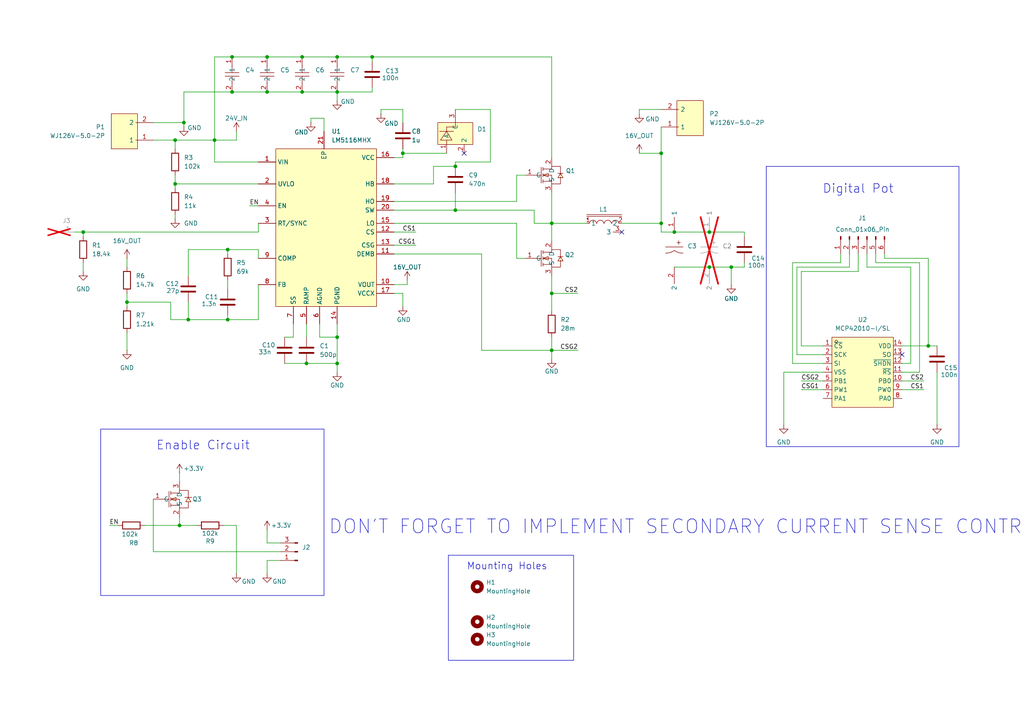
<source format=kicad_sch>
(kicad_sch
	(version 20231120)
	(generator "eeschema")
	(generator_version "8.0")
	(uuid "c78fe400-1c2e-4e64-ae83-6a6992ccb947")
	(paper "A4")
	(lib_symbols
		(symbol "Connector:Conn_01x01_Pin"
			(pin_names
				(offset 1.016) hide)
			(exclude_from_sim no)
			(in_bom yes)
			(on_board yes)
			(property "Reference" "J"
				(at 0 2.54 0)
				(effects
					(font
						(size 1.27 1.27)
					)
				)
			)
			(property "Value" "Conn_01x01_Pin"
				(at 0 -2.54 0)
				(effects
					(font
						(size 1.27 1.27)
					)
				)
			)
			(property "Footprint" ""
				(at 0 0 0)
				(effects
					(font
						(size 1.27 1.27)
					)
					(hide yes)
				)
			)
			(property "Datasheet" "~"
				(at 0 0 0)
				(effects
					(font
						(size 1.27 1.27)
					)
					(hide yes)
				)
			)
			(property "Description" "Generic connector, single row, 01x01, script generated"
				(at 0 0 0)
				(effects
					(font
						(size 1.27 1.27)
					)
					(hide yes)
				)
			)
			(property "ki_locked" ""
				(at 0 0 0)
				(effects
					(font
						(size 1.27 1.27)
					)
				)
			)
			(property "ki_keywords" "connector"
				(at 0 0 0)
				(effects
					(font
						(size 1.27 1.27)
					)
					(hide yes)
				)
			)
			(property "ki_fp_filters" "Connector*:*_1x??_*"
				(at 0 0 0)
				(effects
					(font
						(size 1.27 1.27)
					)
					(hide yes)
				)
			)
			(symbol "Conn_01x01_Pin_1_1"
				(polyline
					(pts
						(xy 1.27 0) (xy 0.8636 0)
					)
					(stroke
						(width 0.1524)
						(type default)
					)
					(fill
						(type none)
					)
				)
				(rectangle
					(start 0.8636 0.127)
					(end 0 -0.127)
					(stroke
						(width 0.1524)
						(type default)
					)
					(fill
						(type outline)
					)
				)
				(pin passive line
					(at 5.08 0 180)
					(length 3.81)
					(name "Pin_1"
						(effects
							(font
								(size 1.27 1.27)
							)
						)
					)
					(number "1"
						(effects
							(font
								(size 1.27 1.27)
							)
						)
					)
				)
			)
		)
		(symbol "Connector:Conn_01x03_Pin"
			(pin_names
				(offset 1.016) hide)
			(exclude_from_sim no)
			(in_bom yes)
			(on_board yes)
			(property "Reference" "J"
				(at 0 5.08 0)
				(effects
					(font
						(size 1.27 1.27)
					)
				)
			)
			(property "Value" "Conn_01x03_Pin"
				(at 0 -5.08 0)
				(effects
					(font
						(size 1.27 1.27)
					)
				)
			)
			(property "Footprint" ""
				(at 0 0 0)
				(effects
					(font
						(size 1.27 1.27)
					)
					(hide yes)
				)
			)
			(property "Datasheet" "~"
				(at 0 0 0)
				(effects
					(font
						(size 1.27 1.27)
					)
					(hide yes)
				)
			)
			(property "Description" "Generic connector, single row, 01x03, script generated"
				(at 0 0 0)
				(effects
					(font
						(size 1.27 1.27)
					)
					(hide yes)
				)
			)
			(property "ki_locked" ""
				(at 0 0 0)
				(effects
					(font
						(size 1.27 1.27)
					)
				)
			)
			(property "ki_keywords" "connector"
				(at 0 0 0)
				(effects
					(font
						(size 1.27 1.27)
					)
					(hide yes)
				)
			)
			(property "ki_fp_filters" "Connector*:*_1x??_*"
				(at 0 0 0)
				(effects
					(font
						(size 1.27 1.27)
					)
					(hide yes)
				)
			)
			(symbol "Conn_01x03_Pin_1_1"
				(polyline
					(pts
						(xy 1.27 -2.54) (xy 0.8636 -2.54)
					)
					(stroke
						(width 0.1524)
						(type default)
					)
					(fill
						(type none)
					)
				)
				(polyline
					(pts
						(xy 1.27 0) (xy 0.8636 0)
					)
					(stroke
						(width 0.1524)
						(type default)
					)
					(fill
						(type none)
					)
				)
				(polyline
					(pts
						(xy 1.27 2.54) (xy 0.8636 2.54)
					)
					(stroke
						(width 0.1524)
						(type default)
					)
					(fill
						(type none)
					)
				)
				(rectangle
					(start 0.8636 -2.413)
					(end 0 -2.667)
					(stroke
						(width 0.1524)
						(type default)
					)
					(fill
						(type outline)
					)
				)
				(rectangle
					(start 0.8636 0.127)
					(end 0 -0.127)
					(stroke
						(width 0.1524)
						(type default)
					)
					(fill
						(type outline)
					)
				)
				(rectangle
					(start 0.8636 2.667)
					(end 0 2.413)
					(stroke
						(width 0.1524)
						(type default)
					)
					(fill
						(type outline)
					)
				)
				(pin passive line
					(at 5.08 2.54 180)
					(length 3.81)
					(name "Pin_1"
						(effects
							(font
								(size 1.27 1.27)
							)
						)
					)
					(number "1"
						(effects
							(font
								(size 1.27 1.27)
							)
						)
					)
				)
				(pin passive line
					(at 5.08 0 180)
					(length 3.81)
					(name "Pin_2"
						(effects
							(font
								(size 1.27 1.27)
							)
						)
					)
					(number "2"
						(effects
							(font
								(size 1.27 1.27)
							)
						)
					)
				)
				(pin passive line
					(at 5.08 -2.54 180)
					(length 3.81)
					(name "Pin_3"
						(effects
							(font
								(size 1.27 1.27)
							)
						)
					)
					(number "3"
						(effects
							(font
								(size 1.27 1.27)
							)
						)
					)
				)
			)
		)
		(symbol "Connector:Conn_01x06_Pin"
			(pin_names
				(offset 1.016) hide)
			(exclude_from_sim no)
			(in_bom yes)
			(on_board yes)
			(property "Reference" "J"
				(at 0 7.62 0)
				(effects
					(font
						(size 1.27 1.27)
					)
				)
			)
			(property "Value" "Conn_01x06_Pin"
				(at 0 -10.16 0)
				(effects
					(font
						(size 1.27 1.27)
					)
				)
			)
			(property "Footprint" ""
				(at 0 0 0)
				(effects
					(font
						(size 1.27 1.27)
					)
					(hide yes)
				)
			)
			(property "Datasheet" "~"
				(at 0 0 0)
				(effects
					(font
						(size 1.27 1.27)
					)
					(hide yes)
				)
			)
			(property "Description" "Generic connector, single row, 01x06, script generated"
				(at 0 0 0)
				(effects
					(font
						(size 1.27 1.27)
					)
					(hide yes)
				)
			)
			(property "ki_locked" ""
				(at 0 0 0)
				(effects
					(font
						(size 1.27 1.27)
					)
				)
			)
			(property "ki_keywords" "connector"
				(at 0 0 0)
				(effects
					(font
						(size 1.27 1.27)
					)
					(hide yes)
				)
			)
			(property "ki_fp_filters" "Connector*:*_1x??_*"
				(at 0 0 0)
				(effects
					(font
						(size 1.27 1.27)
					)
					(hide yes)
				)
			)
			(symbol "Conn_01x06_Pin_1_1"
				(polyline
					(pts
						(xy 1.27 -7.62) (xy 0.8636 -7.62)
					)
					(stroke
						(width 0.1524)
						(type default)
					)
					(fill
						(type none)
					)
				)
				(polyline
					(pts
						(xy 1.27 -5.08) (xy 0.8636 -5.08)
					)
					(stroke
						(width 0.1524)
						(type default)
					)
					(fill
						(type none)
					)
				)
				(polyline
					(pts
						(xy 1.27 -2.54) (xy 0.8636 -2.54)
					)
					(stroke
						(width 0.1524)
						(type default)
					)
					(fill
						(type none)
					)
				)
				(polyline
					(pts
						(xy 1.27 0) (xy 0.8636 0)
					)
					(stroke
						(width 0.1524)
						(type default)
					)
					(fill
						(type none)
					)
				)
				(polyline
					(pts
						(xy 1.27 2.54) (xy 0.8636 2.54)
					)
					(stroke
						(width 0.1524)
						(type default)
					)
					(fill
						(type none)
					)
				)
				(polyline
					(pts
						(xy 1.27 5.08) (xy 0.8636 5.08)
					)
					(stroke
						(width 0.1524)
						(type default)
					)
					(fill
						(type none)
					)
				)
				(rectangle
					(start 0.8636 -7.493)
					(end 0 -7.747)
					(stroke
						(width 0.1524)
						(type default)
					)
					(fill
						(type outline)
					)
				)
				(rectangle
					(start 0.8636 -4.953)
					(end 0 -5.207)
					(stroke
						(width 0.1524)
						(type default)
					)
					(fill
						(type outline)
					)
				)
				(rectangle
					(start 0.8636 -2.413)
					(end 0 -2.667)
					(stroke
						(width 0.1524)
						(type default)
					)
					(fill
						(type outline)
					)
				)
				(rectangle
					(start 0.8636 0.127)
					(end 0 -0.127)
					(stroke
						(width 0.1524)
						(type default)
					)
					(fill
						(type outline)
					)
				)
				(rectangle
					(start 0.8636 2.667)
					(end 0 2.413)
					(stroke
						(width 0.1524)
						(type default)
					)
					(fill
						(type outline)
					)
				)
				(rectangle
					(start 0.8636 5.207)
					(end 0 4.953)
					(stroke
						(width 0.1524)
						(type default)
					)
					(fill
						(type outline)
					)
				)
				(pin passive line
					(at 5.08 5.08 180)
					(length 3.81)
					(name "Pin_1"
						(effects
							(font
								(size 1.27 1.27)
							)
						)
					)
					(number "1"
						(effects
							(font
								(size 1.27 1.27)
							)
						)
					)
				)
				(pin passive line
					(at 5.08 2.54 180)
					(length 3.81)
					(name "Pin_2"
						(effects
							(font
								(size 1.27 1.27)
							)
						)
					)
					(number "2"
						(effects
							(font
								(size 1.27 1.27)
							)
						)
					)
				)
				(pin passive line
					(at 5.08 0 180)
					(length 3.81)
					(name "Pin_3"
						(effects
							(font
								(size 1.27 1.27)
							)
						)
					)
					(number "3"
						(effects
							(font
								(size 1.27 1.27)
							)
						)
					)
				)
				(pin passive line
					(at 5.08 -2.54 180)
					(length 3.81)
					(name "Pin_4"
						(effects
							(font
								(size 1.27 1.27)
							)
						)
					)
					(number "4"
						(effects
							(font
								(size 1.27 1.27)
							)
						)
					)
				)
				(pin passive line
					(at 5.08 -5.08 180)
					(length 3.81)
					(name "Pin_5"
						(effects
							(font
								(size 1.27 1.27)
							)
						)
					)
					(number "5"
						(effects
							(font
								(size 1.27 1.27)
							)
						)
					)
				)
				(pin passive line
					(at 5.08 -7.62 180)
					(length 3.81)
					(name "Pin_6"
						(effects
							(font
								(size 1.27 1.27)
							)
						)
					)
					(number "6"
						(effects
							(font
								(size 1.27 1.27)
							)
						)
					)
				)
			)
		)
		(symbol "Device:C"
			(pin_numbers hide)
			(pin_names
				(offset 0.254)
			)
			(exclude_from_sim no)
			(in_bom yes)
			(on_board yes)
			(property "Reference" "C"
				(at 0.635 2.54 0)
				(effects
					(font
						(size 1.27 1.27)
					)
					(justify left)
				)
			)
			(property "Value" "C"
				(at 0.635 -2.54 0)
				(effects
					(font
						(size 1.27 1.27)
					)
					(justify left)
				)
			)
			(property "Footprint" ""
				(at 0.9652 -3.81 0)
				(effects
					(font
						(size 1.27 1.27)
					)
					(hide yes)
				)
			)
			(property "Datasheet" "~"
				(at 0 0 0)
				(effects
					(font
						(size 1.27 1.27)
					)
					(hide yes)
				)
			)
			(property "Description" "Unpolarized capacitor"
				(at 0 0 0)
				(effects
					(font
						(size 1.27 1.27)
					)
					(hide yes)
				)
			)
			(property "ki_keywords" "cap capacitor"
				(at 0 0 0)
				(effects
					(font
						(size 1.27 1.27)
					)
					(hide yes)
				)
			)
			(property "ki_fp_filters" "C_*"
				(at 0 0 0)
				(effects
					(font
						(size 1.27 1.27)
					)
					(hide yes)
				)
			)
			(symbol "C_0_1"
				(polyline
					(pts
						(xy -2.032 -0.762) (xy 2.032 -0.762)
					)
					(stroke
						(width 0.508)
						(type default)
					)
					(fill
						(type none)
					)
				)
				(polyline
					(pts
						(xy -2.032 0.762) (xy 2.032 0.762)
					)
					(stroke
						(width 0.508)
						(type default)
					)
					(fill
						(type none)
					)
				)
			)
			(symbol "C_1_1"
				(pin passive line
					(at 0 3.81 270)
					(length 2.794)
					(name "~"
						(effects
							(font
								(size 1.27 1.27)
							)
						)
					)
					(number "1"
						(effects
							(font
								(size 1.27 1.27)
							)
						)
					)
				)
				(pin passive line
					(at 0 -3.81 90)
					(length 2.794)
					(name "~"
						(effects
							(font
								(size 1.27 1.27)
							)
						)
					)
					(number "2"
						(effects
							(font
								(size 1.27 1.27)
							)
						)
					)
				)
			)
		)
		(symbol "Device:R"
			(pin_numbers hide)
			(pin_names
				(offset 0)
			)
			(exclude_from_sim no)
			(in_bom yes)
			(on_board yes)
			(property "Reference" "R"
				(at 2.032 0 90)
				(effects
					(font
						(size 1.27 1.27)
					)
				)
			)
			(property "Value" "R"
				(at 0 0 90)
				(effects
					(font
						(size 1.27 1.27)
					)
				)
			)
			(property "Footprint" ""
				(at -1.778 0 90)
				(effects
					(font
						(size 1.27 1.27)
					)
					(hide yes)
				)
			)
			(property "Datasheet" "~"
				(at 0 0 0)
				(effects
					(font
						(size 1.27 1.27)
					)
					(hide yes)
				)
			)
			(property "Description" "Resistor"
				(at 0 0 0)
				(effects
					(font
						(size 1.27 1.27)
					)
					(hide yes)
				)
			)
			(property "ki_keywords" "R res resistor"
				(at 0 0 0)
				(effects
					(font
						(size 1.27 1.27)
					)
					(hide yes)
				)
			)
			(property "ki_fp_filters" "R_*"
				(at 0 0 0)
				(effects
					(font
						(size 1.27 1.27)
					)
					(hide yes)
				)
			)
			(symbol "R_0_1"
				(rectangle
					(start -1.016 -2.54)
					(end 1.016 2.54)
					(stroke
						(width 0.254)
						(type default)
					)
					(fill
						(type none)
					)
				)
			)
			(symbol "R_1_1"
				(pin passive line
					(at 0 3.81 270)
					(length 1.27)
					(name "~"
						(effects
							(font
								(size 1.27 1.27)
							)
						)
					)
					(number "1"
						(effects
							(font
								(size 1.27 1.27)
							)
						)
					)
				)
				(pin passive line
					(at 0 -3.81 90)
					(length 1.27)
					(name "~"
						(effects
							(font
								(size 1.27 1.27)
							)
						)
					)
					(number "2"
						(effects
							(font
								(size 1.27 1.27)
							)
						)
					)
				)
			)
		)
		(symbol "Mechanical:MountingHole"
			(pin_names
				(offset 1.016)
			)
			(exclude_from_sim yes)
			(in_bom no)
			(on_board yes)
			(property "Reference" "H"
				(at 0 5.08 0)
				(effects
					(font
						(size 1.27 1.27)
					)
				)
			)
			(property "Value" "MountingHole"
				(at 0 3.175 0)
				(effects
					(font
						(size 1.27 1.27)
					)
				)
			)
			(property "Footprint" ""
				(at 0 0 0)
				(effects
					(font
						(size 1.27 1.27)
					)
					(hide yes)
				)
			)
			(property "Datasheet" "~"
				(at 0 0 0)
				(effects
					(font
						(size 1.27 1.27)
					)
					(hide yes)
				)
			)
			(property "Description" "Mounting Hole without connection"
				(at 0 0 0)
				(effects
					(font
						(size 1.27 1.27)
					)
					(hide yes)
				)
			)
			(property "ki_keywords" "mounting hole"
				(at 0 0 0)
				(effects
					(font
						(size 1.27 1.27)
					)
					(hide yes)
				)
			)
			(property "ki_fp_filters" "MountingHole*"
				(at 0 0 0)
				(effects
					(font
						(size 1.27 1.27)
					)
					(hide yes)
				)
			)
			(symbol "MountingHole_0_1"
				(circle
					(center 0 0)
					(radius 1.27)
					(stroke
						(width 1.27)
						(type default)
					)
					(fill
						(type none)
					)
				)
			)
		)
		(symbol "easyeda2kicad:2N7002K_C414015"
			(exclude_from_sim no)
			(in_bom yes)
			(on_board yes)
			(property "Reference" "Q"
				(at 0 10.16 0)
				(effects
					(font
						(size 1.27 1.27)
					)
				)
			)
			(property "Value" "2N7002K_C414015"
				(at 0 -10.16 0)
				(effects
					(font
						(size 1.27 1.27)
					)
				)
			)
			(property "Footprint" "easyeda2kicad:SOT-23-3_L2.9-W1.3-P1.90-LS2.4-BR"
				(at 0 -12.7 0)
				(effects
					(font
						(size 1.27 1.27)
					)
					(hide yes)
				)
			)
			(property "Datasheet" "https://lcsc.com/product-detail/New-Quadratic-Unclassified-Data_MDD-Microdiode-Electronics-2N7002K_C414015.html"
				(at 0 -15.24 0)
				(effects
					(font
						(size 1.27 1.27)
					)
					(hide yes)
				)
			)
			(property "Description" ""
				(at 0 0 0)
				(effects
					(font
						(size 1.27 1.27)
					)
					(hide yes)
				)
			)
			(property "LCSC Part" "C414015"
				(at 0 -17.78 0)
				(effects
					(font
						(size 1.27 1.27)
					)
					(hide yes)
				)
			)
			(symbol "2N7002K_C414015_0_1"
				(polyline
					(pts
						(xy -2.54 0) (xy -0.51 0)
					)
					(stroke
						(width 0)
						(type default)
					)
					(fill
						(type none)
					)
				)
				(polyline
					(pts
						(xy -0.51 2.29) (xy -0.51 -2.29)
					)
					(stroke
						(width 0)
						(type default)
					)
					(fill
						(type none)
					)
				)
				(polyline
					(pts
						(xy 0 -2.29) (xy 0 -1.27)
					)
					(stroke
						(width 0)
						(type default)
					)
					(fill
						(type none)
					)
				)
				(polyline
					(pts
						(xy 0 -0.51) (xy 0 0.51)
					)
					(stroke
						(width 0)
						(type default)
					)
					(fill
						(type none)
					)
				)
				(polyline
					(pts
						(xy 0 2.29) (xy 0 1.27)
					)
					(stroke
						(width 0)
						(type default)
					)
					(fill
						(type none)
					)
				)
				(polyline
					(pts
						(xy 2.54 -1.78) (xy 0 -1.78)
					)
					(stroke
						(width 0)
						(type default)
					)
					(fill
						(type none)
					)
				)
				(polyline
					(pts
						(xy 0 0) (xy 1.52 -0.51) (xy 1.52 0.51) (xy 0 0)
					)
					(stroke
						(width 0)
						(type default)
					)
					(fill
						(type background)
					)
				)
				(polyline
					(pts
						(xy 5.08 0.51) (xy 4.32 -0.76) (xy 5.84 -0.76) (xy 5.08 0.51)
					)
					(stroke
						(width 0)
						(type default)
					)
					(fill
						(type background)
					)
				)
				(polyline
					(pts
						(xy 6.1 0.51) (xy 5.59 0.51) (xy 4.57 0.51) (xy 4.06 0.51)
					)
					(stroke
						(width 0)
						(type default)
					)
					(fill
						(type none)
					)
				)
				(polyline
					(pts
						(xy 0 0) (xy 2.54 0) (xy 2.54 -2.54) (xy 5.08 -2.54) (xy 5.08 -0.76)
					)
					(stroke
						(width 0)
						(type default)
					)
					(fill
						(type none)
					)
				)
				(polyline
					(pts
						(xy 0 1.78) (xy 2.54 1.78) (xy 2.54 2.54) (xy 5.08 2.54) (xy 5.08 0.51)
					)
					(stroke
						(width 0)
						(type default)
					)
					(fill
						(type none)
					)
				)
				(pin unspecified line
					(at -5.08 0 0)
					(length 2.54)
					(name "G"
						(effects
							(font
								(size 1.27 1.27)
							)
						)
					)
					(number "1"
						(effects
							(font
								(size 1.27 1.27)
							)
						)
					)
				)
				(pin unspecified line
					(at 2.54 -5.08 90)
					(length 2.54)
					(name "S"
						(effects
							(font
								(size 1.27 1.27)
							)
						)
					)
					(number "2"
						(effects
							(font
								(size 1.27 1.27)
							)
						)
					)
				)
				(pin unspecified line
					(at 2.54 5.08 270)
					(length 2.54)
					(name "D"
						(effects
							(font
								(size 1.27 1.27)
							)
						)
					)
					(number "3"
						(effects
							(font
								(size 1.27 1.27)
							)
						)
					)
				)
			)
		)
		(symbol "easyeda2kicad:BAS20LT1G"
			(exclude_from_sim no)
			(in_bom yes)
			(on_board yes)
			(property "Reference" "D"
				(at 0 12.7 0)
				(effects
					(font
						(size 1.27 1.27)
					)
				)
			)
			(property "Value" "BAS20LT1G"
				(at 0 -10.16 0)
				(effects
					(font
						(size 1.27 1.27)
					)
				)
			)
			(property "Footprint" "easyeda2kicad:SOT-23-3_L2.9-W1.3-P1.90-LS2.4-BL-1"
				(at 0 -12.7 0)
				(effects
					(font
						(size 1.27 1.27)
					)
					(hide yes)
				)
			)
			(property "Datasheet" "https://lcsc.com/product-detail/Others_ON-Semicon_BAS20LT1G_ON-Semicon-ON-BAS20LT1G_C232529.html"
				(at 0 -15.24 0)
				(effects
					(font
						(size 1.27 1.27)
					)
					(hide yes)
				)
			)
			(property "Description" ""
				(at 0 0 0)
				(effects
					(font
						(size 1.27 1.27)
					)
					(hide yes)
				)
			)
			(property "LCSC Part" "C232529"
				(at 0 -17.78 0)
				(effects
					(font
						(size 1.27 1.27)
					)
					(hide yes)
				)
			)
			(symbol "BAS20LT1G_0_1"
				(rectangle
					(start -5.08 3.81)
					(end 5.08 -2.54)
					(stroke
						(width 0)
						(type default)
					)
					(fill
						(type background)
					)
				)
				(polyline
					(pts
						(xy -4.57 1.27) (xy -0.51 1.27)
					)
					(stroke
						(width 0)
						(type default)
					)
					(fill
						(type none)
					)
				)
				(polyline
					(pts
						(xy -2.54 1.27) (xy -2.54 2.54) (xy 0 2.54) (xy 0 3.81)
					)
					(stroke
						(width 0)
						(type default)
					)
					(fill
						(type none)
					)
				)
				(polyline
					(pts
						(xy -1.02 -1.27) (xy -2.54 1.27) (xy -4.32 -1.27) (xy -1.02 -1.27)
					)
					(stroke
						(width 0)
						(type default)
					)
					(fill
						(type background)
					)
				)
				(pin unspecified line
					(at -2.54 -5.08 90)
					(length 3.81)
					(name "A"
						(effects
							(font
								(size 1.27 1.27)
							)
						)
					)
					(number "1"
						(effects
							(font
								(size 1.27 1.27)
							)
						)
					)
				)
				(pin unspecified line
					(at 2.54 -5.08 90)
					(length 2.54)
					(name "2"
						(effects
							(font
								(size 1.27 1.27)
							)
						)
					)
					(number "2"
						(effects
							(font
								(size 1.27 1.27)
							)
						)
					)
				)
				(pin unspecified line
					(at 0 7.62 270)
					(length 3.81)
					(name "C"
						(effects
							(font
								(size 1.27 1.27)
							)
						)
					)
					(number "3"
						(effects
							(font
								(size 1.27 1.27)
							)
						)
					)
				)
			)
		)
		(symbol "easyeda2kicad:FC-SE2918-220M"
			(exclude_from_sim no)
			(in_bom yes)
			(on_board yes)
			(property "Reference" "L"
				(at 0 5.08 0)
				(effects
					(font
						(size 1.27 1.27)
					)
				)
			)
			(property "Value" "FC-SE2918-220M"
				(at 0 -7.62 0)
				(effects
					(font
						(size 1.27 1.27)
					)
				)
			)
			(property "Footprint" "easyeda2kicad:IND-SMD_3P-L27.9-W19.7-P10.43-LS27.9-BL-A"
				(at 0 -10.16 0)
				(effects
					(font
						(size 1.27 1.27)
					)
					(hide yes)
				)
			)
			(property "Datasheet" ""
				(at 0 0 0)
				(effects
					(font
						(size 1.27 1.27)
					)
					(hide yes)
				)
			)
			(property "Description" ""
				(at 0 0 0)
				(effects
					(font
						(size 1.27 1.27)
					)
					(hide yes)
				)
			)
			(property "LCSC Part" "C2962789"
				(at 0 -12.7 0)
				(effects
					(font
						(size 1.27 1.27)
					)
					(hide yes)
				)
			)
			(symbol "FC-SE2918-220M_0_1"
				(circle
					(center -4.83 1.27)
					(radius 0.13)
					(stroke
						(width 0)
						(type default)
					)
					(fill
						(type none)
					)
				)
				(arc
					(start -2.27 -0.02)
					(mid -3.28 0.9027)
					(end -4.29 -0.02)
					(stroke
						(width 0)
						(type default)
					)
					(fill
						(type none)
					)
				)
				(arc
					(start -0.11 -0.02)
					(mid -1.12 0.9071)
					(end -2.13 -0.02)
					(stroke
						(width 0)
						(type default)
					)
					(fill
						(type none)
					)
				)
				(polyline
					(pts
						(xy -5.08 2.03) (xy 5.08 2.03)
					)
					(stroke
						(width 0)
						(type default)
					)
					(fill
						(type none)
					)
				)
				(polyline
					(pts
						(xy -5.08 2.54) (xy 5.08 2.54)
					)
					(stroke
						(width 0)
						(type default)
					)
					(fill
						(type none)
					)
				)
				(arc
					(start 2.04 -0.02)
					(mid 1.03 0.9071)
					(end 0.02 -0.02)
					(stroke
						(width 0)
						(type default)
					)
					(fill
						(type none)
					)
				)
				(arc
					(start 4.23 -0.02)
					(mid 3.22 0.9071)
					(end 2.21 -0.02)
					(stroke
						(width 0)
						(type default)
					)
					(fill
						(type none)
					)
				)
				(pin unspecified line
					(at -5.08 0 0)
					(length 0.762)
					(name "1"
						(effects
							(font
								(size 1.27 1.27)
							)
						)
					)
					(number "1"
						(effects
							(font
								(size 1.27 1.27)
							)
						)
					)
				)
				(pin unspecified line
					(at 5.08 0 180)
					(length 0.762)
					(name "2"
						(effects
							(font
								(size 1.27 1.27)
							)
						)
					)
					(number "2"
						(effects
							(font
								(size 1.27 1.27)
							)
						)
					)
				)
				(pin unspecified line
					(at 5.08 -2.54 180)
					(length 2.54)
					(name "3"
						(effects
							(font
								(size 1.27 1.27)
							)
						)
					)
					(number "3"
						(effects
							(font
								(size 1.27 1.27)
							)
						)
					)
				)
			)
		)
		(symbol "easyeda2kicad:FS32X225K101EGG"
			(exclude_from_sim no)
			(in_bom yes)
			(on_board yes)
			(property "Reference" "C"
				(at 0 5.08 0)
				(effects
					(font
						(size 1.27 1.27)
					)
				)
			)
			(property "Value" "FS32X225K101EGG"
				(at 0 -5.08 0)
				(effects
					(font
						(size 1.27 1.27)
					)
				)
			)
			(property "Footprint" "easyeda2kicad:C1210"
				(at 0 -7.62 0)
				(effects
					(font
						(size 1.27 1.27)
					)
					(hide yes)
				)
			)
			(property "Datasheet" "https://lcsc.com/product-detail/High-Voltage-Capacitors_2-2uF-225-10-100V_C153036.html"
				(at 0 -10.16 0)
				(effects
					(font
						(size 1.27 1.27)
					)
					(hide yes)
				)
			)
			(property "Description" ""
				(at 0 0 0)
				(effects
					(font
						(size 1.27 1.27)
					)
					(hide yes)
				)
			)
			(property "LCSC Part" "C153036"
				(at 0 -12.7 0)
				(effects
					(font
						(size 1.27 1.27)
					)
					(hide yes)
				)
			)
			(symbol "FS32X225K101EGG_0_1"
				(polyline
					(pts
						(xy -2.54 0) (xy -0.51 0)
					)
					(stroke
						(width 0)
						(type default)
					)
					(fill
						(type none)
					)
				)
				(polyline
					(pts
						(xy -0.51 -2.03) (xy -0.51 2.03)
					)
					(stroke
						(width 0)
						(type default)
					)
					(fill
						(type none)
					)
				)
				(polyline
					(pts
						(xy 0.51 0) (xy 2.54 0)
					)
					(stroke
						(width 0)
						(type default)
					)
					(fill
						(type none)
					)
				)
				(polyline
					(pts
						(xy 0.51 2.03) (xy 0.51 -2.03)
					)
					(stroke
						(width 0)
						(type default)
					)
					(fill
						(type none)
					)
				)
				(pin unspecified line
					(at 5.08 0 180)
					(length 2.54)
					(name "1"
						(effects
							(font
								(size 1.27 1.27)
							)
						)
					)
					(number "1"
						(effects
							(font
								(size 1.27 1.27)
							)
						)
					)
				)
				(pin unspecified line
					(at -5.08 0 0)
					(length 2.54)
					(name "2"
						(effects
							(font
								(size 1.27 1.27)
							)
						)
					)
					(number "2"
						(effects
							(font
								(size 1.27 1.27)
							)
						)
					)
				)
			)
		)
		(symbol "easyeda2kicad:HV1H227M1010PZ"
			(exclude_from_sim no)
			(in_bom yes)
			(on_board yes)
			(property "Reference" "C"
				(at 0 5.08 0)
				(effects
					(font
						(size 1.27 1.27)
					)
				)
			)
			(property "Value" "HV1H227M1010PZ"
				(at 0 -5.08 0)
				(effects
					(font
						(size 1.27 1.27)
					)
				)
			)
			(property "Footprint" "easyeda2kicad:CAP-SMD_BD10.0-L10.3-W10.3-LS11.3-FD"
				(at 0 -7.62 0)
				(effects
					(font
						(size 1.27 1.27)
					)
					(hide yes)
				)
			)
			(property "Datasheet" ""
				(at 0 0 0)
				(effects
					(font
						(size 1.27 1.27)
					)
					(hide yes)
				)
			)
			(property "Description" ""
				(at 0 0 0)
				(effects
					(font
						(size 1.27 1.27)
					)
					(hide yes)
				)
			)
			(property "LCSC Part" "C5246564"
				(at 0 -10.16 0)
				(effects
					(font
						(size 1.27 1.27)
					)
					(hide yes)
				)
			)
			(symbol "HV1H227M1010PZ_0_1"
				(rectangle
					(start -2.54 1.27)
					(end -1.52 1.27)
					(stroke
						(width 0)
						(type default)
					)
					(fill
						(type background)
					)
				)
				(rectangle
					(start -2.03 1.78)
					(end -2.03 0.76)
					(stroke
						(width 0)
						(type default)
					)
					(fill
						(type background)
					)
				)
				(polyline
					(pts
						(xy -0.76 2.54) (xy -0.76 -2.54)
					)
					(stroke
						(width 0)
						(type default)
					)
					(fill
						(type none)
					)
				)
				(arc
					(start 0.25 0)
					(mid 0.8442 1.2066)
					(end 1.02 2.54)
					(stroke
						(width 0)
						(type default)
					)
					(fill
						(type none)
					)
				)
				(arc
					(start 1.02 -2.54)
					(mid 0.8471 -1.2057)
					(end 0.25 0)
					(stroke
						(width 0)
						(type default)
					)
					(fill
						(type none)
					)
				)
				(pin unspecified line
					(at -5.08 0 180)
					(length 4.318)
					(name "1"
						(effects
							(font
								(size 1.27 1.27)
							)
						)
					)
					(number "1"
						(effects
							(font
								(size 1.27 1.27)
							)
						)
					)
				)
				(pin unspecified line
					(at 5.08 0 0)
					(length 4.826)
					(name "2"
						(effects
							(font
								(size 1.27 1.27)
							)
						)
					)
					(number "2"
						(effects
							(font
								(size 1.27 1.27)
							)
						)
					)
				)
			)
		)
		(symbol "easyeda2kicad:IRFR1205TRPBF-ES"
			(exclude_from_sim no)
			(in_bom yes)
			(on_board yes)
			(property "Reference" "Q"
				(at 0 10.16 0)
				(effects
					(font
						(size 1.27 1.27)
					)
				)
			)
			(property "Value" "IRFR1205TRPBF-ES"
				(at 0 -10.16 0)
				(effects
					(font
						(size 1.27 1.27)
					)
				)
			)
			(property "Footprint" "easyeda2kicad:TO-252-2_L6.6-W6.1-P4.57-LS9.9-BR-CW"
				(at 0 -12.7 0)
				(effects
					(font
						(size 1.27 1.27)
					)
					(hide yes)
				)
			)
			(property "Datasheet" ""
				(at 0 0 0)
				(effects
					(font
						(size 1.27 1.27)
					)
					(hide yes)
				)
			)
			(property "Description" ""
				(at 0 0 0)
				(effects
					(font
						(size 1.27 1.27)
					)
					(hide yes)
				)
			)
			(property "LCSC Part" "C21713850"
				(at 0 -15.24 0)
				(effects
					(font
						(size 1.27 1.27)
					)
					(hide yes)
				)
			)
			(symbol "IRFR1205TRPBF-ES_0_1"
				(polyline
					(pts
						(xy -5.08 0) (xy -3.05 0)
					)
					(stroke
						(width 0)
						(type default)
					)
					(fill
						(type none)
					)
				)
				(polyline
					(pts
						(xy -3.05 2.29) (xy -3.05 -2.29)
					)
					(stroke
						(width 0)
						(type default)
					)
					(fill
						(type none)
					)
				)
				(polyline
					(pts
						(xy -2.54 -2.29) (xy -2.54 -1.27)
					)
					(stroke
						(width 0)
						(type default)
					)
					(fill
						(type none)
					)
				)
				(polyline
					(pts
						(xy -2.54 -0.51) (xy -2.54 0.51)
					)
					(stroke
						(width 0)
						(type default)
					)
					(fill
						(type none)
					)
				)
				(polyline
					(pts
						(xy -2.54 1.27) (xy -2.54 2.29)
					)
					(stroke
						(width 0)
						(type default)
					)
					(fill
						(type none)
					)
				)
				(polyline
					(pts
						(xy 0 -1.78) (xy -2.54 -1.78)
					)
					(stroke
						(width 0)
						(type default)
					)
					(fill
						(type none)
					)
				)
				(polyline
					(pts
						(xy 0 1.78) (xy -2.54 1.78)
					)
					(stroke
						(width 0)
						(type default)
					)
					(fill
						(type none)
					)
				)
				(polyline
					(pts
						(xy -2.54 0) (xy 0 0) (xy 0 -2.54)
					)
					(stroke
						(width 0)
						(type default)
					)
					(fill
						(type none)
					)
				)
				(polyline
					(pts
						(xy 0 -2.54) (xy 2.54 -2.54) (xy 2.54 -0.51)
					)
					(stroke
						(width 0)
						(type default)
					)
					(fill
						(type none)
					)
				)
				(polyline
					(pts
						(xy -2.54 0) (xy -1.02 -0.51) (xy -1.02 0.51) (xy -2.54 0)
					)
					(stroke
						(width 0)
						(type default)
					)
					(fill
						(type background)
					)
				)
				(polyline
					(pts
						(xy 0 1.78) (xy 0 2.54) (xy 2.54 2.54) (xy 2.54 0)
					)
					(stroke
						(width 0)
						(type default)
					)
					(fill
						(type none)
					)
				)
				(polyline
					(pts
						(xy 1.78 0.51) (xy 2.03 0.51) (xy 3.05 0.51) (xy 3.3 0.51)
					)
					(stroke
						(width 0)
						(type default)
					)
					(fill
						(type none)
					)
				)
				(polyline
					(pts
						(xy 2.54 0.51) (xy 1.78 -0.76) (xy 3.3 -0.76) (xy 2.54 0.51)
					)
					(stroke
						(width 0)
						(type default)
					)
					(fill
						(type background)
					)
				)
				(pin unspecified line
					(at -7.62 0 0)
					(length 2.54)
					(name "G"
						(effects
							(font
								(size 1.27 1.27)
							)
						)
					)
					(number "1"
						(effects
							(font
								(size 1.27 1.27)
							)
						)
					)
				)
				(pin unspecified line
					(at 0 5.08 270)
					(length 2.54)
					(name "D"
						(effects
							(font
								(size 1.27 1.27)
							)
						)
					)
					(number "2"
						(effects
							(font
								(size 1.27 1.27)
							)
						)
					)
				)
				(pin unspecified line
					(at 0 -5.08 90)
					(length 2.54)
					(name "S"
						(effects
							(font
								(size 1.27 1.27)
							)
						)
					)
					(number "3"
						(effects
							(font
								(size 1.27 1.27)
							)
						)
					)
				)
			)
		)
		(symbol "easyeda2kicad:LM5116MHX"
			(exclude_from_sim no)
			(in_bom yes)
			(on_board yes)
			(property "Reference" "U"
				(at 0 33.02 0)
				(effects
					(font
						(size 1.27 1.27)
					)
				)
			)
			(property "Value" "LM5116MHX"
				(at 0 -33.02 0)
				(effects
					(font
						(size 1.27 1.27)
					)
				)
			)
			(property "Footprint" "easyeda2kicad:HTSSOP-20_L6.5-W4.4-P0.65-LS6.4-BL-EP"
				(at 0 -35.56 0)
				(effects
					(font
						(size 1.27 1.27)
					)
					(hide yes)
				)
			)
			(property "Datasheet" "https://lcsc.com/product-detail/DC-DC-Converters_TI_LM5116MHX_LM5116MHX_C13755.html"
				(at 0 -38.1 0)
				(effects
					(font
						(size 1.27 1.27)
					)
					(hide yes)
				)
			)
			(property "Description" ""
				(at 0 0 0)
				(effects
					(font
						(size 1.27 1.27)
					)
					(hide yes)
				)
			)
			(property "LCSC Part" "C13755"
				(at 0 -40.64 0)
				(effects
					(font
						(size 1.27 1.27)
					)
					(hide yes)
				)
			)
			(symbol "LM5116MHX_0_1"
				(rectangle
					(start -15.24 22.86)
					(end 13.97 -22.86)
					(stroke
						(width 0)
						(type default)
					)
					(fill
						(type background)
					)
				)
				(pin power_in line
					(at -20.32 19.05 0)
					(length 5.08)
					(name "VIN"
						(effects
							(font
								(size 1.27 1.27)
							)
						)
					)
					(number "1"
						(effects
							(font
								(size 1.27 1.27)
							)
						)
					)
				)
				(pin unspecified line
					(at 19.05 -16.51 180)
					(length 5.08)
					(name "VOUT"
						(effects
							(font
								(size 1.27 1.27)
							)
						)
					)
					(number "10"
						(effects
							(font
								(size 1.27 1.27)
							)
						)
					)
				)
				(pin unspecified line
					(at 19.05 -7.62 180)
					(length 5.08)
					(name "DEMB"
						(effects
							(font
								(size 1.27 1.27)
							)
						)
					)
					(number "11"
						(effects
							(font
								(size 1.27 1.27)
							)
						)
					)
				)
				(pin unspecified line
					(at 19.05 -1.27 180)
					(length 5.08)
					(name "CS"
						(effects
							(font
								(size 1.27 1.27)
							)
						)
					)
					(number "12"
						(effects
							(font
								(size 1.27 1.27)
							)
						)
					)
				)
				(pin unspecified line
					(at 19.05 -5.08 180)
					(length 5.08)
					(name "CSG"
						(effects
							(font
								(size 1.27 1.27)
							)
						)
					)
					(number "13"
						(effects
							(font
								(size 1.27 1.27)
							)
						)
					)
				)
				(pin power_in line
					(at 2.54 -27.94 90)
					(length 5.08)
					(name "PGND"
						(effects
							(font
								(size 1.27 1.27)
							)
						)
					)
					(number "14"
						(effects
							(font
								(size 1.27 1.27)
							)
						)
					)
				)
				(pin output line
					(at 19.05 1.27 180)
					(length 5.08)
					(name "LO"
						(effects
							(font
								(size 1.27 1.27)
							)
						)
					)
					(number "15"
						(effects
							(font
								(size 1.27 1.27)
							)
						)
					)
				)
				(pin power_in line
					(at 19.05 20.32 180)
					(length 5.08)
					(name "VCC"
						(effects
							(font
								(size 1.27 1.27)
							)
						)
					)
					(number "16"
						(effects
							(font
								(size 1.27 1.27)
							)
						)
					)
				)
				(pin power_in line
					(at 19.05 -19.05 180)
					(length 5.08)
					(name "VCCX"
						(effects
							(font
								(size 1.27 1.27)
							)
						)
					)
					(number "17"
						(effects
							(font
								(size 1.27 1.27)
							)
						)
					)
				)
				(pin unspecified line
					(at 19.05 12.7 180)
					(length 5.08)
					(name "HB"
						(effects
							(font
								(size 1.27 1.27)
							)
						)
					)
					(number "18"
						(effects
							(font
								(size 1.27 1.27)
							)
						)
					)
				)
				(pin output line
					(at 19.05 7.62 180)
					(length 5.08)
					(name "HO"
						(effects
							(font
								(size 1.27 1.27)
							)
						)
					)
					(number "19"
						(effects
							(font
								(size 1.27 1.27)
							)
						)
					)
				)
				(pin unspecified line
					(at -20.32 12.7 0)
					(length 5.08)
					(name "UVLO"
						(effects
							(font
								(size 1.27 1.27)
							)
						)
					)
					(number "2"
						(effects
							(font
								(size 1.27 1.27)
							)
						)
					)
				)
				(pin power_in line
					(at 19.05 5.08 180)
					(length 5.08)
					(name "SW"
						(effects
							(font
								(size 1.27 1.27)
							)
						)
					)
					(number "20"
						(effects
							(font
								(size 1.27 1.27)
							)
						)
					)
				)
				(pin power_in line
					(at -1.27 27.94 270)
					(length 5.08)
					(name "EP"
						(effects
							(font
								(size 1.27 1.27)
							)
						)
					)
					(number "21"
						(effects
							(font
								(size 1.27 1.27)
							)
						)
					)
				)
				(pin unspecified line
					(at -20.32 1.27 0)
					(length 5.08)
					(name "RT/SYNC"
						(effects
							(font
								(size 1.27 1.27)
							)
						)
					)
					(number "3"
						(effects
							(font
								(size 1.27 1.27)
							)
						)
					)
				)
				(pin unspecified line
					(at -20.32 6.35 0)
					(length 5.08)
					(name "EN"
						(effects
							(font
								(size 1.27 1.27)
							)
						)
					)
					(number "4"
						(effects
							(font
								(size 1.27 1.27)
							)
						)
					)
				)
				(pin unspecified line
					(at -6.35 -27.94 90)
					(length 5.08)
					(name "RAMP"
						(effects
							(font
								(size 1.27 1.27)
							)
						)
					)
					(number "5"
						(effects
							(font
								(size 1.27 1.27)
							)
						)
					)
				)
				(pin power_in line
					(at -2.54 -27.94 90)
					(length 5.08)
					(name "AGND"
						(effects
							(font
								(size 1.27 1.27)
							)
						)
					)
					(number "6"
						(effects
							(font
								(size 1.27 1.27)
							)
						)
					)
				)
				(pin unspecified line
					(at -10.16 -27.94 90)
					(length 5.08)
					(name "SS"
						(effects
							(font
								(size 1.27 1.27)
							)
						)
					)
					(number "7"
						(effects
							(font
								(size 1.27 1.27)
							)
						)
					)
				)
				(pin unspecified line
					(at -20.32 -16.51 0)
					(length 5.08)
					(name "FB"
						(effects
							(font
								(size 1.27 1.27)
							)
						)
					)
					(number "8"
						(effects
							(font
								(size 1.27 1.27)
							)
						)
					)
				)
				(pin unspecified line
					(at -20.32 -8.89 0)
					(length 5.08)
					(name "COMP"
						(effects
							(font
								(size 1.27 1.27)
							)
						)
					)
					(number "9"
						(effects
							(font
								(size 1.27 1.27)
							)
						)
					)
				)
			)
		)
		(symbol "easyeda2kicad:MCP42010-I_SL"
			(exclude_from_sim no)
			(in_bom yes)
			(on_board yes)
			(property "Reference" "U"
				(at 0 12.7 0)
				(effects
					(font
						(size 1.27 1.27)
					)
				)
			)
			(property "Value" "MCP42010-I/SL"
				(at 0 -12.7 0)
				(effects
					(font
						(size 1.27 1.27)
					)
				)
			)
			(property "Footprint" "easyeda2kicad:SOIC-14_L8.7-W3.9-P1.27-LS6.0-BL"
				(at 0 -15.24 0)
				(effects
					(font
						(size 1.27 1.27)
					)
					(hide yes)
				)
			)
			(property "Datasheet" ""
				(at 0 0 0)
				(effects
					(font
						(size 1.27 1.27)
					)
					(hide yes)
				)
			)
			(property "Description" ""
				(at 0 0 0)
				(effects
					(font
						(size 1.27 1.27)
					)
					(hide yes)
				)
			)
			(property "LCSC Part" "C481366"
				(at 0 -17.78 0)
				(effects
					(font
						(size 1.27 1.27)
					)
					(hide yes)
				)
			)
			(symbol "MCP42010-I_SL_0_1"
				(rectangle
					(start -8.89 10.16)
					(end 8.89 -10.16)
					(stroke
						(width 0)
						(type default)
					)
					(fill
						(type background)
					)
				)
				(circle
					(center -7.62 8.89)
					(radius 0.38)
					(stroke
						(width 0)
						(type default)
					)
					(fill
						(type none)
					)
				)
				(pin unspecified line
					(at -11.43 7.62 0)
					(length 2.54)
					(name "~{CS}"
						(effects
							(font
								(size 1.27 1.27)
							)
						)
					)
					(number "1"
						(effects
							(font
								(size 1.27 1.27)
							)
						)
					)
				)
				(pin unspecified line
					(at 11.43 -2.54 180)
					(length 2.54)
					(name "PB0"
						(effects
							(font
								(size 1.27 1.27)
							)
						)
					)
					(number "10"
						(effects
							(font
								(size 1.27 1.27)
							)
						)
					)
				)
				(pin unspecified line
					(at 11.43 0 180)
					(length 2.54)
					(name "~{RS}"
						(effects
							(font
								(size 1.27 1.27)
							)
						)
					)
					(number "11"
						(effects
							(font
								(size 1.27 1.27)
							)
						)
					)
				)
				(pin unspecified line
					(at 11.43 2.54 180)
					(length 2.54)
					(name "~{SHDN}"
						(effects
							(font
								(size 1.27 1.27)
							)
						)
					)
					(number "12"
						(effects
							(font
								(size 1.27 1.27)
							)
						)
					)
				)
				(pin unspecified line
					(at 11.43 5.08 180)
					(length 2.54)
					(name "SO"
						(effects
							(font
								(size 1.27 1.27)
							)
						)
					)
					(number "13"
						(effects
							(font
								(size 1.27 1.27)
							)
						)
					)
				)
				(pin unspecified line
					(at 11.43 7.62 180)
					(length 2.54)
					(name "VDD"
						(effects
							(font
								(size 1.27 1.27)
							)
						)
					)
					(number "14"
						(effects
							(font
								(size 1.27 1.27)
							)
						)
					)
				)
				(pin unspecified line
					(at -11.43 5.08 0)
					(length 2.54)
					(name "SCK"
						(effects
							(font
								(size 1.27 1.27)
							)
						)
					)
					(number "2"
						(effects
							(font
								(size 1.27 1.27)
							)
						)
					)
				)
				(pin unspecified line
					(at -11.43 2.54 0)
					(length 2.54)
					(name "SI"
						(effects
							(font
								(size 1.27 1.27)
							)
						)
					)
					(number "3"
						(effects
							(font
								(size 1.27 1.27)
							)
						)
					)
				)
				(pin unspecified line
					(at -11.43 0 0)
					(length 2.54)
					(name "VSS"
						(effects
							(font
								(size 1.27 1.27)
							)
						)
					)
					(number "4"
						(effects
							(font
								(size 1.27 1.27)
							)
						)
					)
				)
				(pin unspecified line
					(at -11.43 -2.54 0)
					(length 2.54)
					(name "PB1"
						(effects
							(font
								(size 1.27 1.27)
							)
						)
					)
					(number "5"
						(effects
							(font
								(size 1.27 1.27)
							)
						)
					)
				)
				(pin unspecified line
					(at -11.43 -5.08 0)
					(length 2.54)
					(name "PW1"
						(effects
							(font
								(size 1.27 1.27)
							)
						)
					)
					(number "6"
						(effects
							(font
								(size 1.27 1.27)
							)
						)
					)
				)
				(pin unspecified line
					(at -11.43 -7.62 0)
					(length 2.54)
					(name "PA1"
						(effects
							(font
								(size 1.27 1.27)
							)
						)
					)
					(number "7"
						(effects
							(font
								(size 1.27 1.27)
							)
						)
					)
				)
				(pin unspecified line
					(at 11.43 -7.62 180)
					(length 2.54)
					(name "PA0"
						(effects
							(font
								(size 1.27 1.27)
							)
						)
					)
					(number "8"
						(effects
							(font
								(size 1.27 1.27)
							)
						)
					)
				)
				(pin unspecified line
					(at 11.43 -5.08 180)
					(length 2.54)
					(name "PW0"
						(effects
							(font
								(size 1.27 1.27)
							)
						)
					)
					(number "9"
						(effects
							(font
								(size 1.27 1.27)
							)
						)
					)
				)
			)
		)
		(symbol "easyeda2kicad:WJ126V-5.0-2P"
			(exclude_from_sim no)
			(in_bom yes)
			(on_board yes)
			(property "Reference" "P"
				(at 0 7.62 0)
				(effects
					(font
						(size 1.27 1.27)
					)
				)
			)
			(property "Value" "WJ126V-5.0-2P"
				(at 0 -7.62 0)
				(effects
					(font
						(size 1.27 1.27)
					)
				)
			)
			(property "Footprint" "easyeda2kicad:CONN-TH_WJ126V-5.0-2P"
				(at 0 -10.16 0)
				(effects
					(font
						(size 1.27 1.27)
					)
					(hide yes)
				)
			)
			(property "Datasheet" "https://lcsc.com/product-detail/Terminal-Blocks_WJ126V-5-0-2P_C8404.html"
				(at 0 -12.7 0)
				(effects
					(font
						(size 1.27 1.27)
					)
					(hide yes)
				)
			)
			(property "Description" ""
				(at 0 0 0)
				(effects
					(font
						(size 1.27 1.27)
					)
					(hide yes)
				)
			)
			(property "LCSC Part" "C8404"
				(at 0 -15.24 0)
				(effects
					(font
						(size 1.27 1.27)
					)
					(hide yes)
				)
			)
			(symbol "WJ126V-5.0-2P_0_1"
				(rectangle
					(start -7.11 5.08)
					(end 0.51 -5.08)
					(stroke
						(width 0)
						(type default)
					)
					(fill
						(type background)
					)
				)
				(pin input line
					(at 5.08 2.54 180)
					(length 5.08)
					(name "1"
						(effects
							(font
								(size 1.27 1.27)
							)
						)
					)
					(number "1"
						(effects
							(font
								(size 1.27 1.27)
							)
						)
					)
				)
				(pin input line
					(at 5.08 -2.54 180)
					(length 5.08)
					(name "2"
						(effects
							(font
								(size 1.27 1.27)
							)
						)
					)
					(number "2"
						(effects
							(font
								(size 1.27 1.27)
							)
						)
					)
				)
			)
		)
		(symbol "power:+15V"
			(power)
			(pin_numbers hide)
			(pin_names
				(offset 0) hide)
			(exclude_from_sim no)
			(in_bom yes)
			(on_board yes)
			(property "Reference" "#PWR"
				(at 0 -3.81 0)
				(effects
					(font
						(size 1.27 1.27)
					)
					(hide yes)
				)
			)
			(property "Value" "+15V"
				(at 0 3.556 0)
				(effects
					(font
						(size 1.27 1.27)
					)
				)
			)
			(property "Footprint" ""
				(at 0 0 0)
				(effects
					(font
						(size 1.27 1.27)
					)
					(hide yes)
				)
			)
			(property "Datasheet" ""
				(at 0 0 0)
				(effects
					(font
						(size 1.27 1.27)
					)
					(hide yes)
				)
			)
			(property "Description" "Power symbol creates a global label with name \"+15V\""
				(at 0 0 0)
				(effects
					(font
						(size 1.27 1.27)
					)
					(hide yes)
				)
			)
			(property "ki_keywords" "global power"
				(at 0 0 0)
				(effects
					(font
						(size 1.27 1.27)
					)
					(hide yes)
				)
			)
			(symbol "+15V_0_1"
				(polyline
					(pts
						(xy -0.762 1.27) (xy 0 2.54)
					)
					(stroke
						(width 0)
						(type default)
					)
					(fill
						(type none)
					)
				)
				(polyline
					(pts
						(xy 0 0) (xy 0 2.54)
					)
					(stroke
						(width 0)
						(type default)
					)
					(fill
						(type none)
					)
				)
				(polyline
					(pts
						(xy 0 2.54) (xy 0.762 1.27)
					)
					(stroke
						(width 0)
						(type default)
					)
					(fill
						(type none)
					)
				)
			)
			(symbol "+15V_1_1"
				(pin power_in line
					(at 0 0 90)
					(length 0)
					(name "~"
						(effects
							(font
								(size 1.27 1.27)
							)
						)
					)
					(number "1"
						(effects
							(font
								(size 1.27 1.27)
							)
						)
					)
				)
			)
		)
		(symbol "power:+3.3V"
			(power)
			(pin_numbers hide)
			(pin_names
				(offset 0) hide)
			(exclude_from_sim no)
			(in_bom yes)
			(on_board yes)
			(property "Reference" "#PWR"
				(at 0 -3.81 0)
				(effects
					(font
						(size 1.27 1.27)
					)
					(hide yes)
				)
			)
			(property "Value" "+3.3V"
				(at 0 3.556 0)
				(effects
					(font
						(size 1.27 1.27)
					)
				)
			)
			(property "Footprint" ""
				(at 0 0 0)
				(effects
					(font
						(size 1.27 1.27)
					)
					(hide yes)
				)
			)
			(property "Datasheet" ""
				(at 0 0 0)
				(effects
					(font
						(size 1.27 1.27)
					)
					(hide yes)
				)
			)
			(property "Description" "Power symbol creates a global label with name \"+3.3V\""
				(at 0 0 0)
				(effects
					(font
						(size 1.27 1.27)
					)
					(hide yes)
				)
			)
			(property "ki_keywords" "global power"
				(at 0 0 0)
				(effects
					(font
						(size 1.27 1.27)
					)
					(hide yes)
				)
			)
			(symbol "+3.3V_0_1"
				(polyline
					(pts
						(xy -0.762 1.27) (xy 0 2.54)
					)
					(stroke
						(width 0)
						(type default)
					)
					(fill
						(type none)
					)
				)
				(polyline
					(pts
						(xy 0 0) (xy 0 2.54)
					)
					(stroke
						(width 0)
						(type default)
					)
					(fill
						(type none)
					)
				)
				(polyline
					(pts
						(xy 0 2.54) (xy 0.762 1.27)
					)
					(stroke
						(width 0)
						(type default)
					)
					(fill
						(type none)
					)
				)
			)
			(symbol "+3.3V_1_1"
				(pin power_in line
					(at 0 0 90)
					(length 0)
					(name "~"
						(effects
							(font
								(size 1.27 1.27)
							)
						)
					)
					(number "1"
						(effects
							(font
								(size 1.27 1.27)
							)
						)
					)
				)
			)
		)
		(symbol "power:GND"
			(power)
			(pin_numbers hide)
			(pin_names
				(offset 0) hide)
			(exclude_from_sim no)
			(in_bom yes)
			(on_board yes)
			(property "Reference" "#PWR"
				(at 0 -6.35 0)
				(effects
					(font
						(size 1.27 1.27)
					)
					(hide yes)
				)
			)
			(property "Value" "GND"
				(at 0 -3.81 0)
				(effects
					(font
						(size 1.27 1.27)
					)
				)
			)
			(property "Footprint" ""
				(at 0 0 0)
				(effects
					(font
						(size 1.27 1.27)
					)
					(hide yes)
				)
			)
			(property "Datasheet" ""
				(at 0 0 0)
				(effects
					(font
						(size 1.27 1.27)
					)
					(hide yes)
				)
			)
			(property "Description" "Power symbol creates a global label with name \"GND\" , ground"
				(at 0 0 0)
				(effects
					(font
						(size 1.27 1.27)
					)
					(hide yes)
				)
			)
			(property "ki_keywords" "global power"
				(at 0 0 0)
				(effects
					(font
						(size 1.27 1.27)
					)
					(hide yes)
				)
			)
			(symbol "GND_0_1"
				(polyline
					(pts
						(xy 0 0) (xy 0 -1.27) (xy 1.27 -1.27) (xy 0 -2.54) (xy -1.27 -1.27) (xy 0 -1.27)
					)
					(stroke
						(width 0)
						(type default)
					)
					(fill
						(type none)
					)
				)
			)
			(symbol "GND_1_1"
				(pin power_in line
					(at 0 0 270)
					(length 0)
					(name "~"
						(effects
							(font
								(size 1.27 1.27)
							)
						)
					)
					(number "1"
						(effects
							(font
								(size 1.27 1.27)
							)
						)
					)
				)
			)
		)
	)
	(junction
		(at 67.31 26.67)
		(diameter 0)
		(color 0 0 0 0)
		(uuid "074a5cd0-fc63-4ee3-8dd7-8007f1ed1ce3")
	)
	(junction
		(at 50.8 40.64)
		(diameter 0)
		(color 0 0 0 0)
		(uuid "0d0d283b-7998-4048-8de4-d784b8cc3562")
	)
	(junction
		(at 205.74 67.31)
		(diameter 0)
		(color 0 0 0 0)
		(uuid "17c20628-4e4b-43f3-8d8a-5ad9b9c7147c")
	)
	(junction
		(at 269.24 100.33)
		(diameter 0)
		(color 0 0 0 0)
		(uuid "23ef6603-3f1f-4459-9c2a-2517e8b02633")
	)
	(junction
		(at 62.23 40.64)
		(diameter 0)
		(color 0 0 0 0)
		(uuid "25baec61-4461-4935-a969-06f48b7ba747")
	)
	(junction
		(at 191.77 64.77)
		(diameter 0)
		(color 0 0 0 0)
		(uuid "2c2aea26-d65c-4b65-a9ed-afb0dd080aa7")
	)
	(junction
		(at 77.47 26.67)
		(diameter 0)
		(color 0 0 0 0)
		(uuid "4cff891d-9e2b-4834-8bd8-53819992e56c")
	)
	(junction
		(at 97.79 97.79)
		(diameter 0)
		(color 0 0 0 0)
		(uuid "4df1c158-6803-4cf0-a00d-45eb006d0afe")
	)
	(junction
		(at 67.31 16.51)
		(diameter 0)
		(color 0 0 0 0)
		(uuid "50befeff-3e02-4610-9467-f10d323ce84c")
	)
	(junction
		(at 66.04 92.71)
		(diameter 0)
		(color 0 0 0 0)
		(uuid "68d452fb-f60f-4bc2-b05a-f345f6df9c1c")
	)
	(junction
		(at 191.77 44.45)
		(diameter 0)
		(color 0 0 0 0)
		(uuid "6fdee15d-8b7a-4026-b73b-a3f060c4e0d7")
	)
	(junction
		(at 116.84 44.45)
		(diameter 0)
		(color 0 0 0 0)
		(uuid "7417bb71-bf49-4cea-bb91-ce6244e22502")
	)
	(junction
		(at 132.08 60.96)
		(diameter 0)
		(color 0 0 0 0)
		(uuid "75a9d748-3d86-4d93-bf96-58d9e9db3ba4")
	)
	(junction
		(at 160.02 64.77)
		(diameter 0)
		(color 0 0 0 0)
		(uuid "7ae9e451-7426-4329-b161-1dd388eb8e84")
	)
	(junction
		(at 88.9 105.41)
		(diameter 0)
		(color 0 0 0 0)
		(uuid "7c800f4c-c1fa-4078-aa62-147b744d8ccb")
	)
	(junction
		(at 66.04 72.39)
		(diameter 0)
		(color 0 0 0 0)
		(uuid "7e1dc08c-cca1-44ec-be7a-f1383fbc84b3")
	)
	(junction
		(at 24.13 67.31)
		(diameter 0)
		(color 0 0 0 0)
		(uuid "7f669e5b-7d4c-48e0-8056-4e735b290d9a")
	)
	(junction
		(at 87.63 26.67)
		(diameter 0)
		(color 0 0 0 0)
		(uuid "86f2028e-5cf5-42bf-9f49-4502569c703e")
	)
	(junction
		(at 195.58 67.31)
		(diameter 0)
		(color 0 0 0 0)
		(uuid "8824a09a-d10b-47ff-a50a-72796b637122")
	)
	(junction
		(at 132.08 48.26)
		(diameter 0)
		(color 0 0 0 0)
		(uuid "9d8c9730-5381-442a-9b09-31367d969e33")
	)
	(junction
		(at 36.83 87.63)
		(diameter 0)
		(color 0 0 0 0)
		(uuid "9de35423-194f-4da0-a5a8-ae2f52ff171c")
	)
	(junction
		(at 212.09 77.47)
		(diameter 0)
		(color 0 0 0 0)
		(uuid "a7424051-3969-4e8d-b213-5a46c2778498")
	)
	(junction
		(at 87.63 16.51)
		(diameter 0)
		(color 0 0 0 0)
		(uuid "ab20f899-897e-478a-ab9d-04941778d36b")
	)
	(junction
		(at 77.47 16.51)
		(diameter 0)
		(color 0 0 0 0)
		(uuid "b2b782b9-135d-4ee1-9042-f5de62404fad")
	)
	(junction
		(at 54.61 92.71)
		(diameter 0)
		(color 0 0 0 0)
		(uuid "c17594ce-eb8d-4cfb-b3f9-26b52b6c076f")
	)
	(junction
		(at 160.02 85.09)
		(diameter 0)
		(color 0 0 0 0)
		(uuid "c566713c-2509-405d-bbf7-5390f05f5c13")
	)
	(junction
		(at 52.07 152.4)
		(diameter 0)
		(color 0 0 0 0)
		(uuid "c92e51f6-38fa-4d50-a444-60c90938e388")
	)
	(junction
		(at 97.79 16.51)
		(diameter 0)
		(color 0 0 0 0)
		(uuid "cf99dac9-21fd-45a9-b0cc-8ada372343a0")
	)
	(junction
		(at 53.34 35.56)
		(diameter 0)
		(color 0 0 0 0)
		(uuid "dd5c7343-ef00-45ae-8f95-32c535d563ab")
	)
	(junction
		(at 160.02 101.6)
		(diameter 0)
		(color 0 0 0 0)
		(uuid "df51deca-541c-49c3-945f-9a5c929761d1")
	)
	(junction
		(at 205.74 77.47)
		(diameter 0)
		(color 0 0 0 0)
		(uuid "e327aa30-860f-40b0-a212-0c99a49cfca9")
	)
	(junction
		(at 107.95 16.51)
		(diameter 0)
		(color 0 0 0 0)
		(uuid "e74c54f0-a282-440a-b864-48046db947f6")
	)
	(junction
		(at 97.79 26.67)
		(diameter 0)
		(color 0 0 0 0)
		(uuid "f3c0d65c-c46b-4411-bbea-69276e0a09fb")
	)
	(junction
		(at 50.8 53.34)
		(diameter 0)
		(color 0 0 0 0)
		(uuid "f5c9cbab-94af-44f9-b16a-2e45d5506696")
	)
	(junction
		(at 97.79 105.41)
		(diameter 0)
		(color 0 0 0 0)
		(uuid "f8646bd3-19ed-4fcf-b286-91b0871b379f")
	)
	(no_connect
		(at 134.62 44.45)
		(uuid "435eaa1f-e615-4153-acf1-761a14d4afb5")
	)
	(no_connect
		(at 261.62 102.87)
		(uuid "84dc9903-2837-4e98-8e36-01bc4cba7680")
	)
	(no_connect
		(at 180.34 67.31)
		(uuid "e29320f6-30e6-4717-849b-62c4f5f1b328")
	)
	(wire
		(pts
			(xy 93.98 34.29) (xy 93.98 38.1)
		)
		(stroke
			(width 0)
			(type default)
		)
		(uuid "00262663-7315-4584-a06b-825a0437084d")
	)
	(wire
		(pts
			(xy 132.08 31.75) (xy 142.24 31.75)
		)
		(stroke
			(width 0)
			(type default)
		)
		(uuid "013d013a-8f6c-4da4-9f1a-e9b0ca8c2613")
	)
	(wire
		(pts
			(xy 62.23 46.99) (xy 74.93 46.99)
		)
		(stroke
			(width 0)
			(type default)
		)
		(uuid "0154c044-28d5-4c95-8f98-31f6d9c25fa1")
	)
	(wire
		(pts
			(xy 50.8 62.23) (xy 50.8 63.5)
		)
		(stroke
			(width 0)
			(type default)
		)
		(uuid "044efc60-43cb-472b-a043-6c257008e84e")
	)
	(wire
		(pts
			(xy 53.34 36.83) (xy 53.34 35.56)
		)
		(stroke
			(width 0)
			(type default)
		)
		(uuid "06c536a8-61ce-4de5-9233-7a8ab5abe91d")
	)
	(wire
		(pts
			(xy 160.02 85.09) (xy 167.64 85.09)
		)
		(stroke
			(width 0)
			(type default)
		)
		(uuid "07d93ae4-700e-4c00-9977-92d97e9d9d83")
	)
	(wire
		(pts
			(xy 160.02 101.6) (xy 160.02 104.14)
		)
		(stroke
			(width 0)
			(type default)
		)
		(uuid "09348708-02a2-4d90-9127-3c8301482076")
	)
	(wire
		(pts
			(xy 88.9 105.41) (xy 97.79 105.41)
		)
		(stroke
			(width 0)
			(type default)
		)
		(uuid "0a856042-025f-406b-a5f8-1beb4478b5fc")
	)
	(wire
		(pts
			(xy 149.86 64.77) (xy 149.86 74.93)
		)
		(stroke
			(width 0)
			(type default)
		)
		(uuid "0a98ae76-8a8c-42c5-b639-9643557884b3")
	)
	(wire
		(pts
			(xy 36.83 87.63) (xy 49.53 87.63)
		)
		(stroke
			(width 0)
			(type default)
		)
		(uuid "124e8d8f-7527-45b8-856b-29397660f416")
	)
	(wire
		(pts
			(xy 264.16 105.41) (xy 264.16 77.47)
		)
		(stroke
			(width 0)
			(type default)
		)
		(uuid "12887095-c34c-4e7c-a7d4-df45a2274c55")
	)
	(wire
		(pts
			(xy 261.62 107.95) (xy 266.7 107.95)
		)
		(stroke
			(width 0)
			(type default)
		)
		(uuid "12d1b0a7-07b9-4543-b418-12e0f03853d5")
	)
	(wire
		(pts
			(xy 110.49 31.75) (xy 116.84 31.75)
		)
		(stroke
			(width 0)
			(type default)
		)
		(uuid "14cc0e03-7b43-4ef1-a647-3fd990d9f3c9")
	)
	(wire
		(pts
			(xy 114.3 60.96) (xy 132.08 60.96)
		)
		(stroke
			(width 0)
			(type default)
		)
		(uuid "15fda6b1-15cc-43a6-ae89-7420d8e2affa")
	)
	(wire
		(pts
			(xy 53.34 26.67) (xy 67.31 26.67)
		)
		(stroke
			(width 0)
			(type default)
		)
		(uuid "176e452b-69cd-443d-9f20-31e2d8087265")
	)
	(wire
		(pts
			(xy 54.61 92.71) (xy 66.04 92.71)
		)
		(stroke
			(width 0)
			(type default)
		)
		(uuid "19b9d545-06da-4c2b-8ae5-cba89aeeda9a")
	)
	(wire
		(pts
			(xy 243.84 76.2) (xy 243.84 73.66)
		)
		(stroke
			(width 0)
			(type default)
		)
		(uuid "1cb859e6-aec6-439e-8552-fa9e34aa2226")
	)
	(wire
		(pts
			(xy 266.7 76.2) (xy 254 76.2)
		)
		(stroke
			(width 0)
			(type default)
		)
		(uuid "1dec7764-8243-49f5-9ccf-14c9f9cce59c")
	)
	(wire
		(pts
			(xy 180.34 64.77) (xy 191.77 64.77)
		)
		(stroke
			(width 0)
			(type default)
		)
		(uuid "1eb19886-2014-4618-b950-33ccf897dd11")
	)
	(wire
		(pts
			(xy 264.16 77.47) (xy 251.46 77.47)
		)
		(stroke
			(width 0)
			(type default)
		)
		(uuid "1ef5d7c2-b0c7-4fce-b480-88e494c16224")
	)
	(wire
		(pts
			(xy 77.47 157.48) (xy 81.28 157.48)
		)
		(stroke
			(width 0)
			(type default)
		)
		(uuid "21bb5b3f-260a-4de8-93c4-e6ed78ccaf6c")
	)
	(wire
		(pts
			(xy 90.17 34.29) (xy 93.98 34.29)
		)
		(stroke
			(width 0)
			(type default)
		)
		(uuid "224f484e-7651-43e4-a037-4874eb4add6a")
	)
	(wire
		(pts
			(xy 152.4 50.8) (xy 149.86 50.8)
		)
		(stroke
			(width 0)
			(type default)
		)
		(uuid "225bf4ee-eb8a-4122-9a87-6ed25befa6b5")
	)
	(wire
		(pts
			(xy 261.62 100.33) (xy 269.24 100.33)
		)
		(stroke
			(width 0)
			(type default)
		)
		(uuid "2352fe2a-9eba-4be7-8bfa-ca7bb42e2222")
	)
	(wire
		(pts
			(xy 107.95 16.51) (xy 107.95 17.78)
		)
		(stroke
			(width 0)
			(type default)
		)
		(uuid "24df7487-02ad-431e-916a-21349677ebdb")
	)
	(wire
		(pts
			(xy 114.3 71.12) (xy 120.65 71.12)
		)
		(stroke
			(width 0)
			(type default)
		)
		(uuid "256a2862-6f92-4374-a2ce-c942291d60df")
	)
	(wire
		(pts
			(xy 229.87 105.41) (xy 229.87 76.2)
		)
		(stroke
			(width 0)
			(type default)
		)
		(uuid "2831b9f6-143a-4a27-a736-f930bc5084d1")
	)
	(wire
		(pts
			(xy 154.94 64.77) (xy 160.02 64.77)
		)
		(stroke
			(width 0)
			(type default)
		)
		(uuid "2916a7d0-9910-4c6f-bed3-82a274fa4e34")
	)
	(wire
		(pts
			(xy 195.58 67.31) (xy 191.77 67.31)
		)
		(stroke
			(width 0)
			(type default)
		)
		(uuid "31bfad1f-93fe-40e8-99e0-3665ea1bb3b3")
	)
	(wire
		(pts
			(xy 66.04 72.39) (xy 74.93 72.39)
		)
		(stroke
			(width 0)
			(type default)
		)
		(uuid "3594a8e0-cc14-4bba-ad9b-b2300ad247eb")
	)
	(wire
		(pts
			(xy 74.93 67.31) (xy 74.93 64.77)
		)
		(stroke
			(width 0)
			(type default)
		)
		(uuid "36a096b9-1654-483b-918b-6cd1d6a698b9")
	)
	(wire
		(pts
			(xy 41.91 152.4) (xy 52.07 152.4)
		)
		(stroke
			(width 0)
			(type default)
		)
		(uuid "375545fd-83b9-4fe7-ac2e-3959c897ec6c")
	)
	(wire
		(pts
			(xy 97.79 93.98) (xy 97.79 97.79)
		)
		(stroke
			(width 0)
			(type default)
		)
		(uuid "37fb86a5-c245-4a75-8e69-394354a1b8f0")
	)
	(wire
		(pts
			(xy 67.31 26.67) (xy 77.47 26.67)
		)
		(stroke
			(width 0)
			(type default)
		)
		(uuid "398fb162-5169-460b-b024-2a872a8ce0ad")
	)
	(wire
		(pts
			(xy 160.02 97.79) (xy 160.02 101.6)
		)
		(stroke
			(width 0)
			(type default)
		)
		(uuid "3a3da8de-738c-446f-9ef1-9defbc537701")
	)
	(wire
		(pts
			(xy 271.78 107.95) (xy 271.78 123.19)
		)
		(stroke
			(width 0)
			(type default)
		)
		(uuid "3b837881-9f59-4677-a7eb-095f3bd440e6")
	)
	(wire
		(pts
			(xy 77.47 153.67) (xy 77.47 157.48)
		)
		(stroke
			(width 0)
			(type default)
		)
		(uuid "3ef1cf74-4309-44fb-8678-c11e2af4d9ed")
	)
	(wire
		(pts
			(xy 52.07 149.86) (xy 52.07 152.4)
		)
		(stroke
			(width 0)
			(type default)
		)
		(uuid "3f737cb6-a737-402c-8605-c27090a26a39")
	)
	(wire
		(pts
			(xy 74.93 74.93) (xy 74.93 72.39)
		)
		(stroke
			(width 0)
			(type default)
		)
		(uuid "42e8782a-ff03-4399-a5f6-32aacd5b6526")
	)
	(wire
		(pts
			(xy 97.79 26.67) (xy 97.79 29.21)
		)
		(stroke
			(width 0)
			(type default)
		)
		(uuid "4649ee86-68cf-4b59-9f27-2d8c1af1d2b6")
	)
	(wire
		(pts
			(xy 72.39 59.69) (xy 74.93 59.69)
		)
		(stroke
			(width 0)
			(type default)
		)
		(uuid "46e5f642-29ee-4cf1-8a85-635146ef951c")
	)
	(wire
		(pts
			(xy 92.71 93.98) (xy 92.71 97.79)
		)
		(stroke
			(width 0)
			(type default)
		)
		(uuid "47124142-5a1b-4339-b746-8440a83e0aee")
	)
	(wire
		(pts
			(xy 160.02 55.88) (xy 160.02 64.77)
		)
		(stroke
			(width 0)
			(type default)
		)
		(uuid "47a2ca9a-23c5-42f9-8c2b-a8f691550782")
	)
	(wire
		(pts
			(xy 62.23 40.64) (xy 62.23 46.99)
		)
		(stroke
			(width 0)
			(type default)
		)
		(uuid "4827fc12-481f-4b08-9e47-1168ade50a42")
	)
	(wire
		(pts
			(xy 97.79 16.51) (xy 107.95 16.51)
		)
		(stroke
			(width 0)
			(type default)
		)
		(uuid "49aa9909-1ac9-4941-b578-cf4aa36f1727")
	)
	(wire
		(pts
			(xy 114.3 58.42) (xy 149.86 58.42)
		)
		(stroke
			(width 0)
			(type default)
		)
		(uuid "4aca92bb-aca6-46c4-a6ec-d031fd76d274")
	)
	(wire
		(pts
			(xy 129.54 44.45) (xy 116.84 44.45)
		)
		(stroke
			(width 0)
			(type default)
		)
		(uuid "4c1da038-04f6-49d8-bdeb-c1ce763139ea")
	)
	(wire
		(pts
			(xy 107.95 25.4) (xy 107.95 26.67)
		)
		(stroke
			(width 0)
			(type default)
		)
		(uuid "4ef93932-ffd4-489d-8dee-e0d242dd5c18")
	)
	(wire
		(pts
			(xy 74.93 92.71) (xy 74.93 82.55)
		)
		(stroke
			(width 0)
			(type default)
		)
		(uuid "53089439-5c1b-4401-9dbb-c5c8c1c7b6f2")
	)
	(wire
		(pts
			(xy 31.75 152.4) (xy 34.29 152.4)
		)
		(stroke
			(width 0)
			(type default)
		)
		(uuid "54bf5108-7294-4eae-98c1-d75553608e4a")
	)
	(wire
		(pts
			(xy 215.9 77.47) (xy 212.09 77.47)
		)
		(stroke
			(width 0)
			(type default)
		)
		(uuid "56ce4c58-d39f-4a14-9bcf-73acc3010847")
	)
	(wire
		(pts
			(xy 68.58 152.4) (xy 68.58 166.37)
		)
		(stroke
			(width 0)
			(type default)
		)
		(uuid "573d3075-b47c-470c-8a25-9adef52dd706")
	)
	(wire
		(pts
			(xy 191.77 44.45) (xy 191.77 64.77)
		)
		(stroke
			(width 0)
			(type default)
		)
		(uuid "592a7295-4538-495c-9fd5-335100ecf63d")
	)
	(wire
		(pts
			(xy 195.58 67.31) (xy 205.74 67.31)
		)
		(stroke
			(width 0)
			(type default)
		)
		(uuid "59d146bf-1400-4032-b6e1-3f2215e94fa5")
	)
	(wire
		(pts
			(xy 36.83 87.63) (xy 36.83 88.9)
		)
		(stroke
			(width 0)
			(type default)
		)
		(uuid "5adf78fb-9956-4ae1-aa84-433c61768c56")
	)
	(wire
		(pts
			(xy 231.14 77.47) (xy 246.38 77.47)
		)
		(stroke
			(width 0)
			(type default)
		)
		(uuid "5cc35a68-0945-4471-9bea-797f4510f316")
	)
	(wire
		(pts
			(xy 88.9 93.98) (xy 88.9 97.79)
		)
		(stroke
			(width 0)
			(type default)
		)
		(uuid "5ef6d5a7-2b2b-49f9-86a5-71fcce5e8b28")
	)
	(wire
		(pts
			(xy 261.62 113.03) (xy 267.97 113.03)
		)
		(stroke
			(width 0)
			(type default)
		)
		(uuid "5f649194-d19f-43a3-bcb0-5328de320aae")
	)
	(wire
		(pts
			(xy 44.45 160.02) (xy 81.28 160.02)
		)
		(stroke
			(width 0)
			(type default)
		)
		(uuid "604d705d-6fe5-420c-a5cc-df1d8286dfbf")
	)
	(wire
		(pts
			(xy 160.02 80.01) (xy 160.02 85.09)
		)
		(stroke
			(width 0)
			(type default)
		)
		(uuid "60df6d21-5ac4-43cf-b974-9b40e7ea904f")
	)
	(wire
		(pts
			(xy 52.07 152.4) (xy 57.15 152.4)
		)
		(stroke
			(width 0)
			(type default)
		)
		(uuid "62db96ca-8c2f-46d6-aa30-22dc7a8812ef")
	)
	(wire
		(pts
			(xy 269.24 100.33) (xy 271.78 100.33)
		)
		(stroke
			(width 0)
			(type default)
		)
		(uuid "65396e44-6d1b-4d1e-b2e6-456cae18df65")
	)
	(wire
		(pts
			(xy 97.79 97.79) (xy 97.79 105.41)
		)
		(stroke
			(width 0)
			(type default)
		)
		(uuid "66b47f03-9154-48e7-a54f-c37e2b3b7449")
	)
	(wire
		(pts
			(xy 139.7 73.66) (xy 139.7 101.6)
		)
		(stroke
			(width 0)
			(type default)
		)
		(uuid "6b0729d2-0a8a-4861-97ee-5ba198eeca57")
	)
	(wire
		(pts
			(xy 191.77 36.83) (xy 191.77 44.45)
		)
		(stroke
			(width 0)
			(type default)
		)
		(uuid "6de23f36-2859-41db-9fb7-a1f96ddbba96")
	)
	(wire
		(pts
			(xy 36.83 96.52) (xy 36.83 101.6)
		)
		(stroke
			(width 0)
			(type default)
		)
		(uuid "6de43362-1225-4d28-b31c-eccf1144cf2d")
	)
	(wire
		(pts
			(xy 248.92 78.74) (xy 248.92 73.66)
		)
		(stroke
			(width 0)
			(type default)
		)
		(uuid "6e3e4582-b758-4019-b102-edd531b1cfe7")
	)
	(wire
		(pts
			(xy 125.73 53.34) (xy 125.73 48.26)
		)
		(stroke
			(width 0)
			(type default)
		)
		(uuid "6e8174ee-6c78-4d96-8b5e-330d1e5e78e2")
	)
	(wire
		(pts
			(xy 232.41 100.33) (xy 232.41 78.74)
		)
		(stroke
			(width 0)
			(type default)
		)
		(uuid "72910216-280e-4919-a88d-dd560fa83e4d")
	)
	(wire
		(pts
			(xy 195.58 77.47) (xy 205.74 77.47)
		)
		(stroke
			(width 0)
			(type default)
		)
		(uuid "72aacf4a-dd9b-42ff-9d46-c5284a96d524")
	)
	(wire
		(pts
			(xy 77.47 166.37) (xy 77.47 162.56)
		)
		(stroke
			(width 0)
			(type default)
		)
		(uuid "76d17246-e74b-40a0-b354-3f822a189a22")
	)
	(wire
		(pts
			(xy 114.3 64.77) (xy 149.86 64.77)
		)
		(stroke
			(width 0)
			(type default)
		)
		(uuid "770f277c-0b4e-4eaf-95b1-358f8744929b")
	)
	(wire
		(pts
			(xy 54.61 87.63) (xy 54.61 92.71)
		)
		(stroke
			(width 0)
			(type default)
		)
		(uuid "77787a5d-bf9d-4aa6-b5ef-5a1e77023343")
	)
	(wire
		(pts
			(xy 231.14 102.87) (xy 231.14 77.47)
		)
		(stroke
			(width 0)
			(type default)
		)
		(uuid "788bfaea-b8e3-4878-8397-af6570fc4da6")
	)
	(wire
		(pts
			(xy 154.94 60.96) (xy 154.94 64.77)
		)
		(stroke
			(width 0)
			(type default)
		)
		(uuid "78e22633-e4e8-43ac-ab92-c44b1c1bcd72")
	)
	(wire
		(pts
			(xy 232.41 78.74) (xy 248.92 78.74)
		)
		(stroke
			(width 0)
			(type default)
		)
		(uuid "7964ed4c-a18a-4012-9981-69a67989e8b8")
	)
	(wire
		(pts
			(xy 160.02 85.09) (xy 160.02 90.17)
		)
		(stroke
			(width 0)
			(type default)
		)
		(uuid "797552e9-d1f9-4126-9509-6e619bac4a8d")
	)
	(wire
		(pts
			(xy 52.07 137.16) (xy 52.07 139.7)
		)
		(stroke
			(width 0)
			(type default)
		)
		(uuid "7c2b048e-db5e-4427-968b-5dabde61ce79")
	)
	(wire
		(pts
			(xy 160.02 45.72) (xy 160.02 16.51)
		)
		(stroke
			(width 0)
			(type default)
		)
		(uuid "7d00d52e-c396-464e-9e8e-1da2cb6e2232")
	)
	(wire
		(pts
			(xy 160.02 64.77) (xy 170.18 64.77)
		)
		(stroke
			(width 0)
			(type default)
		)
		(uuid "7e770530-23a6-47e3-9f06-1b25bfc10e78")
	)
	(wire
		(pts
			(xy 114.3 53.34) (xy 125.73 53.34)
		)
		(stroke
			(width 0)
			(type default)
		)
		(uuid "83baa49b-dafa-4b43-9e0c-1cfe8c78b2fc")
	)
	(wire
		(pts
			(xy 68.58 40.64) (xy 62.23 40.64)
		)
		(stroke
			(width 0)
			(type default)
		)
		(uuid "87f2050c-ad15-4584-a992-be1a80697c36")
	)
	(wire
		(pts
			(xy 49.53 87.63) (xy 49.53 92.71)
		)
		(stroke
			(width 0)
			(type default)
		)
		(uuid "88c854a5-1975-4183-8953-12e94bd26162")
	)
	(wire
		(pts
			(xy 114.3 67.31) (xy 120.65 67.31)
		)
		(stroke
			(width 0)
			(type default)
		)
		(uuid "892f5701-bda0-4cde-9601-37414c493d67")
	)
	(wire
		(pts
			(xy 50.8 40.64) (xy 62.23 40.64)
		)
		(stroke
			(width 0)
			(type default)
		)
		(uuid "8959c488-5b6e-44ce-8459-824bfd63eb00")
	)
	(wire
		(pts
			(xy 191.77 31.75) (xy 185.42 31.75)
		)
		(stroke
			(width 0)
			(type default)
		)
		(uuid "8a287a4a-d280-4a35-af7e-7e19c816e393")
	)
	(wire
		(pts
			(xy 205.74 67.31) (xy 215.9 67.31)
		)
		(stroke
			(width 0)
			(type default)
		)
		(uuid "8af1072f-359e-4175-8110-8b991c76c25a")
	)
	(wire
		(pts
			(xy 256.54 74.93) (xy 256.54 73.66)
		)
		(stroke
			(width 0)
			(type default)
		)
		(uuid "8bd33799-9fb0-4e21-b41a-7d2b28d5c9e0")
	)
	(wire
		(pts
			(xy 212.09 77.47) (xy 205.74 77.47)
		)
		(stroke
			(width 0)
			(type default)
		)
		(uuid "91fda75b-9126-49c8-8e9e-5624d46ff3f1")
	)
	(wire
		(pts
			(xy 261.62 105.41) (xy 264.16 105.41)
		)
		(stroke
			(width 0)
			(type default)
		)
		(uuid "93c1e187-a1ec-467d-9610-aa128f5621bc")
	)
	(wire
		(pts
			(xy 269.24 74.93) (xy 256.54 74.93)
		)
		(stroke
			(width 0)
			(type default)
		)
		(uuid "9491ed9e-be63-41e7-823c-8a740a39abee")
	)
	(wire
		(pts
			(xy 77.47 162.56) (xy 81.28 162.56)
		)
		(stroke
			(width 0)
			(type default)
		)
		(uuid "952b99e4-76ea-46ca-879f-73c594d68071")
	)
	(wire
		(pts
			(xy 92.71 97.79) (xy 97.79 97.79)
		)
		(stroke
			(width 0)
			(type default)
		)
		(uuid "953d9c19-df5e-4a11-9198-29cbaf89e48c")
	)
	(wire
		(pts
			(xy 110.49 31.75) (xy 110.49 33.02)
		)
		(stroke
			(width 0)
			(type default)
		)
		(uuid "968641fe-2464-4f55-a9f9-0c7eb0af74a8")
	)
	(wire
		(pts
			(xy 44.45 144.78) (xy 44.45 160.02)
		)
		(stroke
			(width 0)
			(type default)
		)
		(uuid "96a69969-572a-4a92-be8b-0897c87cc2e1")
	)
	(wire
		(pts
			(xy 232.41 113.03) (xy 238.76 113.03)
		)
		(stroke
			(width 0)
			(type default)
		)
		(uuid "98dd3169-301b-4b1d-8b49-dc1083d6c5f7")
	)
	(wire
		(pts
			(xy 66.04 81.28) (xy 66.04 83.82)
		)
		(stroke
			(width 0)
			(type default)
		)
		(uuid "9a0d60ba-9974-47c3-afcf-410d0ce5ab0a")
	)
	(wire
		(pts
			(xy 149.86 50.8) (xy 149.86 58.42)
		)
		(stroke
			(width 0)
			(type default)
		)
		(uuid "9ae69cd4-e53d-456e-9f33-85cd4815f8a5")
	)
	(wire
		(pts
			(xy 191.77 67.31) (xy 191.77 64.77)
		)
		(stroke
			(width 0)
			(type default)
		)
		(uuid "9b541c5e-3c92-4242-a02c-b294a40241a6")
	)
	(wire
		(pts
			(xy 97.79 105.41) (xy 97.79 107.95)
		)
		(stroke
			(width 0)
			(type default)
		)
		(uuid "9c1c95a4-2cc5-4064-8f0f-e92fa8091532")
	)
	(wire
		(pts
			(xy 66.04 92.71) (xy 74.93 92.71)
		)
		(stroke
			(width 0)
			(type default)
		)
		(uuid "9c61e0fb-a723-4624-93e6-da8624de1e7e")
	)
	(wire
		(pts
			(xy 212.09 77.47) (xy 212.09 82.55)
		)
		(stroke
			(width 0)
			(type default)
		)
		(uuid "9cf6b4ef-363b-47ef-bb86-c12c7260a76b")
	)
	(wire
		(pts
			(xy 185.42 31.75) (xy 185.42 33.02)
		)
		(stroke
			(width 0)
			(type default)
		)
		(uuid "9f3c72dd-6ccd-4c5e-902a-3374fbc25ba1")
	)
	(wire
		(pts
			(xy 116.84 43.18) (xy 116.84 44.45)
		)
		(stroke
			(width 0)
			(type default)
		)
		(uuid "a108d112-04c7-4f9d-aa4a-030e8f00359d")
	)
	(wire
		(pts
			(xy 114.3 82.55) (xy 118.11 82.55)
		)
		(stroke
			(width 0)
			(type default)
		)
		(uuid "a1323dbe-3038-45dd-aa88-abf4b875c44a")
	)
	(wire
		(pts
			(xy 114.3 73.66) (xy 139.7 73.66)
		)
		(stroke
			(width 0)
			(type default)
		)
		(uuid "a1d43334-3626-4707-8b81-3f1cfabd9f80")
	)
	(wire
		(pts
			(xy 90.17 34.29) (xy 90.17 35.56)
		)
		(stroke
			(width 0)
			(type default)
		)
		(uuid "a1d85ffd-a0a1-4fef-af87-d87a0a8afe4d")
	)
	(wire
		(pts
			(xy 185.42 44.45) (xy 191.77 44.45)
		)
		(stroke
			(width 0)
			(type default)
		)
		(uuid "a30c5216-313b-429a-b7d6-cf1731a2db8f")
	)
	(wire
		(pts
			(xy 77.47 26.67) (xy 87.63 26.67)
		)
		(stroke
			(width 0)
			(type default)
		)
		(uuid "a430e572-a3bd-4505-8653-aa7f77d9fce3")
	)
	(wire
		(pts
			(xy 44.45 40.64) (xy 50.8 40.64)
		)
		(stroke
			(width 0)
			(type default)
		)
		(uuid "a6a2803f-5f75-4e55-a19e-1612e55fff0d")
	)
	(wire
		(pts
			(xy 49.53 92.71) (xy 54.61 92.71)
		)
		(stroke
			(width 0)
			(type default)
		)
		(uuid "a7bb4ceb-7afa-4f4a-83b4-29c4ea16eae7")
	)
	(wire
		(pts
			(xy 142.24 46.99) (xy 132.08 46.99)
		)
		(stroke
			(width 0)
			(type default)
		)
		(uuid "a8eaeb1a-ca01-4c0a-8a4c-ef0efa0934d5")
	)
	(wire
		(pts
			(xy 54.61 80.01) (xy 54.61 72.39)
		)
		(stroke
			(width 0)
			(type default)
		)
		(uuid "abf587a5-6857-4f14-bffc-25dda64b4f53")
	)
	(wire
		(pts
			(xy 238.76 105.41) (xy 229.87 105.41)
		)
		(stroke
			(width 0)
			(type default)
		)
		(uuid "ac3454b8-bd0d-4975-bfaf-6c831dd3bada")
	)
	(wire
		(pts
			(xy 85.09 97.79) (xy 85.09 93.98)
		)
		(stroke
			(width 0)
			(type default)
		)
		(uuid "ac48f5a0-f8a6-4d89-996d-5b63f8957c50")
	)
	(wire
		(pts
			(xy 215.9 76.2) (xy 215.9 77.47)
		)
		(stroke
			(width 0)
			(type default)
		)
		(uuid "ad8ae393-743e-4dee-b376-117e53889875")
	)
	(wire
		(pts
			(xy 82.55 97.79) (xy 85.09 97.79)
		)
		(stroke
			(width 0)
			(type default)
		)
		(uuid "adb2b952-97a5-49ac-b6ff-f048bd849be3")
	)
	(wire
		(pts
			(xy 36.83 74.93) (xy 36.83 77.47)
		)
		(stroke
			(width 0)
			(type default)
		)
		(uuid "b0219a6c-da93-4739-89d5-ec43d3afa401")
	)
	(wire
		(pts
			(xy 82.55 105.41) (xy 88.9 105.41)
		)
		(stroke
			(width 0)
			(type default)
		)
		(uuid "b1665afd-2900-4e7d-92b6-5bfcbf5cb335")
	)
	(wire
		(pts
			(xy 132.08 55.88) (xy 132.08 60.96)
		)
		(stroke
			(width 0)
			(type default)
		)
		(uuid "b223b5fd-9ed0-4f4d-83f1-2b5eaa591dcb")
	)
	(wire
		(pts
			(xy 24.13 67.31) (xy 74.93 67.31)
		)
		(stroke
			(width 0)
			(type default)
		)
		(uuid "b3cdd44c-bee1-4e45-9dce-66cc6e296d6a")
	)
	(wire
		(pts
			(xy 114.3 85.09) (xy 116.84 85.09)
		)
		(stroke
			(width 0)
			(type default)
		)
		(uuid "b48cf4cb-ea96-4105-8dae-f4becd5fa764")
	)
	(wire
		(pts
			(xy 118.11 82.55) (xy 118.11 81.28)
		)
		(stroke
			(width 0)
			(type default)
		)
		(uuid "b5e64baa-f5e4-4bcc-80da-546ea7e1c306")
	)
	(wire
		(pts
			(xy 125.73 48.26) (xy 132.08 48.26)
		)
		(stroke
			(width 0)
			(type default)
		)
		(uuid "b6da24a0-e132-4043-9f2c-a839bc48270f")
	)
	(wire
		(pts
			(xy 24.13 67.31) (xy 24.13 68.58)
		)
		(stroke
			(width 0)
			(type default)
		)
		(uuid "b85badc2-00cd-4d20-8130-348698ac02e1")
	)
	(wire
		(pts
			(xy 238.76 107.95) (xy 227.33 107.95)
		)
		(stroke
			(width 0)
			(type default)
		)
		(uuid "b899cd42-f13e-4b76-ba4c-8063186ce43f")
	)
	(wire
		(pts
			(xy 261.62 110.49) (xy 267.97 110.49)
		)
		(stroke
			(width 0)
			(type default)
		)
		(uuid "b9ff65e5-36f8-409a-9a7d-317cf524d683")
	)
	(wire
		(pts
			(xy 227.33 107.95) (xy 227.33 123.19)
		)
		(stroke
			(width 0)
			(type default)
		)
		(uuid "ba2ad976-5eec-4917-b6ec-b8e10b2f31d7")
	)
	(wire
		(pts
			(xy 50.8 50.8) (xy 50.8 53.34)
		)
		(stroke
			(width 0)
			(type default)
		)
		(uuid "baa60632-a17c-4633-a5bc-9944b5dc6017")
	)
	(wire
		(pts
			(xy 107.95 26.67) (xy 97.79 26.67)
		)
		(stroke
			(width 0)
			(type default)
		)
		(uuid "bb9cd144-fd58-4a5d-b586-4f4c11adc956")
	)
	(wire
		(pts
			(xy 66.04 72.39) (xy 66.04 73.66)
		)
		(stroke
			(width 0)
			(type default)
		)
		(uuid "bd99a474-2256-473a-b3cb-361ebed996aa")
	)
	(wire
		(pts
			(xy 229.87 76.2) (xy 243.84 76.2)
		)
		(stroke
			(width 0)
			(type default)
		)
		(uuid "be095703-0566-4363-b8d1-1abb187bf389")
	)
	(wire
		(pts
			(xy 67.31 16.51) (xy 77.47 16.51)
		)
		(stroke
			(width 0)
			(type default)
		)
		(uuid "bec01af7-0400-4364-8c75-1a8b81ecf3b3")
	)
	(wire
		(pts
			(xy 36.83 85.09) (xy 36.83 87.63)
		)
		(stroke
			(width 0)
			(type default)
		)
		(uuid "bf60aeaa-3841-4729-a344-edfc7f9ae72d")
	)
	(wire
		(pts
			(xy 62.23 16.51) (xy 62.23 40.64)
		)
		(stroke
			(width 0)
			(type default)
		)
		(uuid "c2e43345-83ad-4273-bf08-67c5816708ae")
	)
	(wire
		(pts
			(xy 142.24 31.75) (xy 142.24 46.99)
		)
		(stroke
			(width 0)
			(type default)
		)
		(uuid "c3c73da6-dd50-4914-b5eb-bd694803a361")
	)
	(wire
		(pts
			(xy 54.61 72.39) (xy 66.04 72.39)
		)
		(stroke
			(width 0)
			(type default)
		)
		(uuid "c46d3cd9-040e-48df-97c2-abf1008e74c8")
	)
	(wire
		(pts
			(xy 160.02 101.6) (xy 167.64 101.6)
		)
		(stroke
			(width 0)
			(type default)
		)
		(uuid "c4c9f5a1-08cc-43ca-81ef-e527560a926f")
	)
	(wire
		(pts
			(xy 215.9 68.58) (xy 215.9 67.31)
		)
		(stroke
			(width 0)
			(type default)
		)
		(uuid "c54aa20f-5536-48ef-9a79-64f834edcf07")
	)
	(wire
		(pts
			(xy 21.59 67.31) (xy 24.13 67.31)
		)
		(stroke
			(width 0)
			(type default)
		)
		(uuid "c64ddd45-aa1e-4f54-adf9-263003d2739d")
	)
	(wire
		(pts
			(xy 116.84 45.72) (xy 114.3 45.72)
		)
		(stroke
			(width 0)
			(type default)
		)
		(uuid "c6dc99b1-2650-4ff2-aa0d-b72079ee59d2")
	)
	(wire
		(pts
			(xy 116.84 44.45) (xy 116.84 45.72)
		)
		(stroke
			(width 0)
			(type default)
		)
		(uuid "c828a630-30b7-4e80-9d16-c6b0dd2222c8")
	)
	(wire
		(pts
			(xy 64.77 152.4) (xy 68.58 152.4)
		)
		(stroke
			(width 0)
			(type default)
		)
		(uuid "c8675bee-8358-4a96-a450-8b76b05282a5")
	)
	(wire
		(pts
			(xy 107.95 16.51) (xy 160.02 16.51)
		)
		(stroke
			(width 0)
			(type default)
		)
		(uuid "cafb40c3-7356-434e-a270-2a7001b07528")
	)
	(wire
		(pts
			(xy 44.45 35.56) (xy 53.34 35.56)
		)
		(stroke
			(width 0)
			(type default)
		)
		(uuid "cb3f3d5c-6304-4ad5-9fb2-ac0653480f33")
	)
	(wire
		(pts
			(xy 251.46 77.47) (xy 251.46 73.66)
		)
		(stroke
			(width 0)
			(type default)
		)
		(uuid "d10b8be9-1fe7-461d-ae39-39c93c948435")
	)
	(wire
		(pts
			(xy 87.63 16.51) (xy 97.79 16.51)
		)
		(stroke
			(width 0)
			(type default)
		)
		(uuid "d195cf75-37d9-46a3-a4e0-fb1b925f0618")
	)
	(wire
		(pts
			(xy 116.84 31.75) (xy 116.84 35.56)
		)
		(stroke
			(width 0)
			(type default)
		)
		(uuid "d29e0593-5e31-4f0e-9412-ffe4944017ff")
	)
	(wire
		(pts
			(xy 149.86 74.93) (xy 152.4 74.93)
		)
		(stroke
			(width 0)
			(type default)
		)
		(uuid "d66033cc-9d22-4740-90ca-c7cf98124943")
	)
	(wire
		(pts
			(xy 116.84 85.09) (xy 116.84 88.9)
		)
		(stroke
			(width 0)
			(type default)
		)
		(uuid "d891593a-150a-4b2c-a358-912dac9b86b8")
	)
	(wire
		(pts
			(xy 139.7 101.6) (xy 160.02 101.6)
		)
		(stroke
			(width 0)
			(type default)
		)
		(uuid "da15144f-6ce9-4881-8605-f5ada6de5ac6")
	)
	(wire
		(pts
			(xy 232.41 110.49) (xy 238.76 110.49)
		)
		(stroke
			(width 0)
			(type default)
		)
		(uuid "daebc6d3-3b60-47a4-857a-42d314e18a3a")
	)
	(wire
		(pts
			(xy 66.04 91.44) (xy 66.04 92.71)
		)
		(stroke
			(width 0)
			(type default)
		)
		(uuid "db3367d3-b05d-4290-b705-32810a744420")
	)
	(wire
		(pts
			(xy 53.34 26.67) (xy 53.34 35.56)
		)
		(stroke
			(width 0)
			(type default)
		)
		(uuid "dd7ab28e-8fef-432e-8c84-448316df2f67")
	)
	(wire
		(pts
			(xy 87.63 26.67) (xy 97.79 26.67)
		)
		(stroke
			(width 0)
			(type default)
		)
		(uuid "df1e6c7c-3f6c-4102-a5dc-722edcf0ca3d")
	)
	(wire
		(pts
			(xy 50.8 40.64) (xy 50.8 43.18)
		)
		(stroke
			(width 0)
			(type default)
		)
		(uuid "e0d1d2bd-21ce-4443-b573-fb824e168b4e")
	)
	(wire
		(pts
			(xy 24.13 76.2) (xy 24.13 78.74)
		)
		(stroke
			(width 0)
			(type default)
		)
		(uuid "e1b4e1b9-c738-457e-a834-5f71c40e4192")
	)
	(wire
		(pts
			(xy 77.47 16.51) (xy 87.63 16.51)
		)
		(stroke
			(width 0)
			(type default)
		)
		(uuid "e3682051-adcf-4692-8ef1-fc02f77fe12e")
	)
	(wire
		(pts
			(xy 254 76.2) (xy 254 73.66)
		)
		(stroke
			(width 0)
			(type default)
		)
		(uuid "e4277777-a086-48b5-8edf-117cb2cf61e2")
	)
	(wire
		(pts
			(xy 269.24 100.33) (xy 269.24 74.93)
		)
		(stroke
			(width 0)
			(type default)
		)
		(uuid "edd64609-7105-4a41-a0e0-c0dec2063d54")
	)
	(wire
		(pts
			(xy 68.58 38.1) (xy 68.58 40.64)
		)
		(stroke
			(width 0)
			(type default)
		)
		(uuid "edddff2e-788d-4d0c-b60c-ef3bb342aa61")
	)
	(wire
		(pts
			(xy 238.76 102.87) (xy 231.14 102.87)
		)
		(stroke
			(width 0)
			(type default)
		)
		(uuid "f3daab2a-8bcc-4ac5-a824-0949b65f9464")
	)
	(wire
		(pts
			(xy 246.38 73.66) (xy 246.38 77.47)
		)
		(stroke
			(width 0)
			(type default)
		)
		(uuid "f6029a77-4ab5-4848-bb5c-f29111e9fe0c")
	)
	(wire
		(pts
			(xy 266.7 107.95) (xy 266.7 76.2)
		)
		(stroke
			(width 0)
			(type default)
		)
		(uuid "f68710c4-a4fc-466b-b72b-a122104d48e3")
	)
	(wire
		(pts
			(xy 132.08 60.96) (xy 154.94 60.96)
		)
		(stroke
			(width 0)
			(type default)
		)
		(uuid "f81a920c-2b47-4913-bc31-9a48e88f04c3")
	)
	(wire
		(pts
			(xy 132.08 46.99) (xy 132.08 48.26)
		)
		(stroke
			(width 0)
			(type default)
		)
		(uuid "fae3595a-6f35-453e-9f53-ab44353310df")
	)
	(wire
		(pts
			(xy 160.02 64.77) (xy 160.02 69.85)
		)
		(stroke
			(width 0)
			(type default)
		)
		(uuid "fc026bd3-7501-48a6-a7fc-e5152a63c3cd")
	)
	(wire
		(pts
			(xy 62.23 16.51) (xy 67.31 16.51)
		)
		(stroke
			(width 0)
			(type default)
		)
		(uuid "fc970625-8a45-41b7-b061-1cef71598810")
	)
	(wire
		(pts
			(xy 238.76 100.33) (xy 232.41 100.33)
		)
		(stroke
			(width 0)
			(type default)
		)
		(uuid "fe51559b-a29b-4138-bc55-eea167f2892d")
	)
	(wire
		(pts
			(xy 50.8 53.34) (xy 74.93 53.34)
		)
		(stroke
			(width 0)
			(type default)
		)
		(uuid "feba91b7-9de2-4679-8228-d3ca246031df")
	)
	(wire
		(pts
			(xy 50.8 53.34) (xy 50.8 54.61)
		)
		(stroke
			(width 0)
			(type default)
		)
		(uuid "ffd62be6-8f6d-468e-978c-646a275a46b4")
	)
	(rectangle
		(start 130.048 161.036)
		(end 166.37 191.516)
		(stroke
			(width 0)
			(type default)
		)
		(fill
			(type none)
		)
		(uuid 0da532d8-2e6e-4703-acb5-8ccb156d1a88)
	)
	(rectangle
		(start 222.25 48.26)
		(end 278.13 129.54)
		(stroke
			(width 0)
			(type default)
		)
		(fill
			(type none)
		)
		(uuid b3058d14-cb5d-431d-a54b-911615d6e031)
	)
	(rectangle
		(start 29.21 124.46)
		(end 93.98 172.72)
		(stroke
			(width 0)
			(type default)
		)
		(fill
			(type none)
		)
		(uuid bb53c5bb-beae-4300-84fc-e82bbd791cca)
	)
	(text "Enable Circuit"
		(exclude_from_sim no)
		(at 58.928 129.286 0)
		(effects
			(font
				(size 2.54 2.54)
			)
		)
		(uuid "15d4a63e-942b-4423-868d-dea4a6ec1099")
	)
	(text "Digital Pot"
		(exclude_from_sim no)
		(at 248.92 54.864 0)
		(effects
			(font
				(size 2.54 2.54)
			)
		)
		(uuid "6b3d8a97-5cce-4256-b179-2f0ef4ef8214")
	)
	(text "DON'T FORGET TO IMPLEMENT SECONDARY CURRENT SENSE CONTROL"
		(exclude_from_sim no)
		(at 199.644 152.908 0)
		(effects
			(font
				(size 4 4)
			)
		)
		(uuid "75ad38a6-f2d7-48b4-9b00-29b72c305956")
	)
	(text "Mounting Holes"
		(exclude_from_sim no)
		(at 147.066 164.338 0)
		(effects
			(font
				(size 2 2)
			)
		)
		(uuid "c05739e5-fc8c-403a-a96b-b8ece616c583")
	)
	(label "CS1"
		(at 267.97 113.03 180)
		(fields_autoplaced yes)
		(effects
			(font
				(size 1.27 1.27)
			)
			(justify right bottom)
		)
		(uuid "19406e42-f559-42cc-a62f-3d438b5d8a06")
	)
	(label "CS1"
		(at 120.65 67.31 180)
		(fields_autoplaced yes)
		(effects
			(font
				(size 1.27 1.27)
			)
			(justify right bottom)
		)
		(uuid "5bf5117b-6ab9-4572-b3dc-4db6ce09441a")
	)
	(label "CS2"
		(at 167.64 85.09 180)
		(fields_autoplaced yes)
		(effects
			(font
				(size 1.27 1.27)
			)
			(justify right bottom)
		)
		(uuid "72799101-0ca3-4d8e-a541-2fa7499b54cb")
	)
	(label "CSG2"
		(at 232.41 110.49 0)
		(fields_autoplaced yes)
		(effects
			(font
				(size 1.27 1.27)
			)
			(justify left bottom)
		)
		(uuid "76e55bf1-80d0-4123-a148-ffabbaf12b29")
	)
	(label "EN"
		(at 31.75 152.4 0)
		(fields_autoplaced yes)
		(effects
			(font
				(size 1.27 1.27)
			)
			(justify left bottom)
		)
		(uuid "9893f0ab-b03d-4d5f-8ade-d61c556cc135")
	)
	(label "CSG2"
		(at 167.64 101.6 180)
		(fields_autoplaced yes)
		(effects
			(font
				(size 1.27 1.27)
			)
			(justify right bottom)
		)
		(uuid "a3033526-0ecd-4b26-8993-d58c2dffa284")
	)
	(label "CSG1"
		(at 232.41 113.03 0)
		(fields_autoplaced yes)
		(effects
			(font
				(size 1.27 1.27)
			)
			(justify left bottom)
		)
		(uuid "cac9e1e0-c625-41da-821a-5acf92922267")
	)
	(label "CSG1"
		(at 120.65 71.12 180)
		(fields_autoplaced yes)
		(effects
			(font
				(size 1.27 1.27)
			)
			(justify right bottom)
		)
		(uuid "df3e5c9d-71ab-4b0d-8385-45f2e1fd3607")
	)
	(label "CS2"
		(at 267.97 110.49 180)
		(fields_autoplaced yes)
		(effects
			(font
				(size 1.27 1.27)
			)
			(justify right bottom)
		)
		(uuid "e370e372-f121-4431-a2b6-08fb556313bf")
	)
	(label "EN"
		(at 72.39 59.69 0)
		(fields_autoplaced yes)
		(effects
			(font
				(size 1.27 1.27)
			)
			(justify left bottom)
		)
		(uuid "f007306e-0c53-4b1b-8eda-fed1eda0b64f")
	)
	(symbol
		(lib_id "easyeda2kicad:IRFR1205TRPBF-ES")
		(at 160.02 50.8 0)
		(unit 1)
		(exclude_from_sim no)
		(in_bom yes)
		(on_board yes)
		(dnp no)
		(uuid "023875be-15a9-4778-b280-165b0b517201")
		(property "Reference" "Q1"
			(at 164.084 49.53 0)
			(effects
				(font
					(size 1.27 1.27)
				)
				(justify left)
			)
		)
		(property "Value" "IRFR1205TRPBF-ES"
			(at 165.1 52.0699 0)
			(effects
				(font
					(size 1.27 1.27)
				)
				(justify left)
				(hide yes)
			)
		)
		(property "Footprint" "easyeda2kicad:TO-252-2_L6.6-W6.1-P4.57-LS9.9-BR-CW"
			(at 160.02 63.5 0)
			(effects
				(font
					(size 1.27 1.27)
				)
				(hide yes)
			)
		)
		(property "Datasheet" ""
			(at 160.02 50.8 0)
			(effects
				(font
					(size 1.27 1.27)
				)
				(hide yes)
			)
		)
		(property "Description" ""
			(at 160.02 50.8 0)
			(effects
				(font
					(size 1.27 1.27)
				)
				(hide yes)
			)
		)
		(property "LCSC Part" "C21713850"
			(at 160.02 66.04 0)
			(effects
				(font
					(size 1.27 1.27)
				)
				(hide yes)
			)
		)
		(pin "2"
			(uuid "17c4ab09-aeed-4d81-b3a0-738a847c32fe")
		)
		(pin "3"
			(uuid "c0a09165-168d-45a1-8648-c3c4dce6d479")
		)
		(pin "1"
			(uuid "e8c62dcd-07fc-4611-b756-7d4aaa1d0aa3")
		)
		(instances
			(project ""
				(path "/c78fe400-1c2e-4e64-ae83-6a6992ccb947"
					(reference "Q1")
					(unit 1)
				)
			)
		)
	)
	(symbol
		(lib_id "Device:R")
		(at 50.8 58.42 0)
		(unit 1)
		(exclude_from_sim no)
		(in_bom yes)
		(on_board yes)
		(dnp no)
		(fields_autoplaced yes)
		(uuid "027262e0-7561-4875-9c1c-9ad74178fb3b")
		(property "Reference" "R4"
			(at 53.34 57.1499 0)
			(effects
				(font
					(size 1.27 1.27)
				)
				(justify left)
			)
		)
		(property "Value" "11k"
			(at 53.34 59.6899 0)
			(effects
				(font
					(size 1.27 1.27)
				)
				(justify left)
			)
		)
		(property "Footprint" "Resistor_SMD:R_0603_1608Metric"
			(at 49.022 58.42 90)
			(effects
				(font
					(size 1.27 1.27)
				)
				(hide yes)
			)
		)
		(property "Datasheet" "~"
			(at 50.8 58.42 0)
			(effects
				(font
					(size 1.27 1.27)
				)
				(hide yes)
			)
		)
		(property "Description" "Resistor"
			(at 50.8 58.42 0)
			(effects
				(font
					(size 1.27 1.27)
				)
				(hide yes)
			)
		)
		(pin "1"
			(uuid "367f1cf9-bcf7-452e-8354-99445676c208")
		)
		(pin "2"
			(uuid "02ab5f08-5ba6-469b-bf78-20f04f4cd3ff")
		)
		(instances
			(project "LM5116Buck_V1"
				(path "/c78fe400-1c2e-4e64-ae83-6a6992ccb947"
					(reference "R4")
					(unit 1)
				)
			)
		)
	)
	(symbol
		(lib_id "power:GND")
		(at 116.84 88.9 0)
		(unit 1)
		(exclude_from_sim no)
		(in_bom yes)
		(on_board yes)
		(dnp no)
		(uuid "05440761-4858-4771-b483-e824f3309397")
		(property "Reference" "#PWR015"
			(at 116.84 95.25 0)
			(effects
				(font
					(size 1.27 1.27)
				)
				(hide yes)
			)
		)
		(property "Value" "GND"
			(at 117.094 92.71 0)
			(effects
				(font
					(size 1.27 1.27)
				)
			)
		)
		(property "Footprint" ""
			(at 116.84 88.9 0)
			(effects
				(font
					(size 1.27 1.27)
				)
				(hide yes)
			)
		)
		(property "Datasheet" ""
			(at 116.84 88.9 0)
			(effects
				(font
					(size 1.27 1.27)
				)
				(hide yes)
			)
		)
		(property "Description" "Power symbol creates a global label with name \"GND\" , ground"
			(at 116.84 88.9 0)
			(effects
				(font
					(size 1.27 1.27)
				)
				(hide yes)
			)
		)
		(pin "1"
			(uuid "1ebdaac1-de73-4608-abf6-457a8b0de83a")
		)
		(instances
			(project "LM5116Buck_V1"
				(path "/c78fe400-1c2e-4e64-ae83-6a6992ccb947"
					(reference "#PWR015")
					(unit 1)
				)
			)
		)
	)
	(symbol
		(lib_id "Device:R")
		(at 36.83 92.71 0)
		(unit 1)
		(exclude_from_sim no)
		(in_bom yes)
		(on_board yes)
		(dnp no)
		(fields_autoplaced yes)
		(uuid "071fb7c8-edac-42ea-a842-20ad29b5e543")
		(property "Reference" "R7"
			(at 39.37 91.4399 0)
			(effects
				(font
					(size 1.27 1.27)
				)
				(justify left)
			)
		)
		(property "Value" "1.21k"
			(at 39.37 93.9799 0)
			(effects
				(font
					(size 1.27 1.27)
				)
				(justify left)
			)
		)
		(property "Footprint" "Resistor_SMD:R_0603_1608Metric"
			(at 35.052 92.71 90)
			(effects
				(font
					(size 1.27 1.27)
				)
				(hide yes)
			)
		)
		(property "Datasheet" "~"
			(at 36.83 92.71 0)
			(effects
				(font
					(size 1.27 1.27)
				)
				(hide yes)
			)
		)
		(property "Description" "Resistor"
			(at 36.83 92.71 0)
			(effects
				(font
					(size 1.27 1.27)
				)
				(hide yes)
			)
		)
		(pin "1"
			(uuid "ded1a529-8df9-479f-8eb5-6317548bca92")
		)
		(pin "2"
			(uuid "7f4d9fa2-bd36-47b8-ab64-c9c514014e5f")
		)
		(instances
			(project "LM5116Buck_V1"
				(path "/c78fe400-1c2e-4e64-ae83-6a6992ccb947"
					(reference "R7")
					(unit 1)
				)
			)
		)
	)
	(symbol
		(lib_id "Connector:Conn_01x01_Pin")
		(at 16.51 67.31 0)
		(unit 1)
		(exclude_from_sim no)
		(in_bom yes)
		(on_board yes)
		(dnp yes)
		(uuid "1eed09d7-d6cc-4e48-863d-210b093ae9f9")
		(property "Reference" "J3"
			(at 19.304 64.008 0)
			(effects
				(font
					(size 1.27 1.27)
				)
			)
		)
		(property "Value" "Conn_01x01_Pin"
			(at 17.145 64.77 0)
			(effects
				(font
					(size 1.27 1.27)
				)
				(hide yes)
			)
		)
		(property "Footprint" "Connector_PinHeader_2.54mm:PinHeader_1x01_P2.54mm_Vertical"
			(at 16.51 67.31 0)
			(effects
				(font
					(size 1.27 1.27)
				)
				(hide yes)
			)
		)
		(property "Datasheet" "~"
			(at 16.51 67.31 0)
			(effects
				(font
					(size 1.27 1.27)
				)
				(hide yes)
			)
		)
		(property "Description" "Generic connector, single row, 01x01, script generated"
			(at 16.51 67.31 0)
			(effects
				(font
					(size 1.27 1.27)
				)
				(hide yes)
			)
		)
		(pin "1"
			(uuid "4cabf34c-42a2-491f-a522-92dc01bee96e")
		)
		(instances
			(project ""
				(path "/c78fe400-1c2e-4e64-ae83-6a6992ccb947"
					(reference "J3")
					(unit 1)
				)
			)
		)
	)
	(symbol
		(lib_id "power:GND")
		(at 36.83 101.6 0)
		(unit 1)
		(exclude_from_sim no)
		(in_bom yes)
		(on_board yes)
		(dnp no)
		(fields_autoplaced yes)
		(uuid "240403f8-2b18-4771-b9c4-17a44b48007c")
		(property "Reference" "#PWR014"
			(at 36.83 107.95 0)
			(effects
				(font
					(size 1.27 1.27)
				)
				(hide yes)
			)
		)
		(property "Value" "GND"
			(at 36.83 106.68 0)
			(effects
				(font
					(size 1.27 1.27)
				)
			)
		)
		(property "Footprint" ""
			(at 36.83 101.6 0)
			(effects
				(font
					(size 1.27 1.27)
				)
				(hide yes)
			)
		)
		(property "Datasheet" ""
			(at 36.83 101.6 0)
			(effects
				(font
					(size 1.27 1.27)
				)
				(hide yes)
			)
		)
		(property "Description" "Power symbol creates a global label with name \"GND\" , ground"
			(at 36.83 101.6 0)
			(effects
				(font
					(size 1.27 1.27)
				)
				(hide yes)
			)
		)
		(pin "1"
			(uuid "19798618-0e98-4211-a17f-13c5d7e8ccd0")
		)
		(instances
			(project "LM5116Buck_V1"
				(path "/c78fe400-1c2e-4e64-ae83-6a6992ccb947"
					(reference "#PWR014")
					(unit 1)
				)
			)
		)
	)
	(symbol
		(lib_id "power:GND")
		(at 185.42 33.02 0)
		(unit 1)
		(exclude_from_sim no)
		(in_bom yes)
		(on_board yes)
		(dnp no)
		(uuid "2a7f3675-60e4-48a1-b9dd-af1f02516d32")
		(property "Reference" "#PWR04"
			(at 185.42 39.37 0)
			(effects
				(font
					(size 1.27 1.27)
				)
				(hide yes)
			)
		)
		(property "Value" "GND"
			(at 187.198 34.544 0)
			(effects
				(font
					(size 1.27 1.27)
				)
				(justify left)
			)
		)
		(property "Footprint" ""
			(at 185.42 33.02 0)
			(effects
				(font
					(size 1.27 1.27)
				)
				(hide yes)
			)
		)
		(property "Datasheet" ""
			(at 185.42 33.02 0)
			(effects
				(font
					(size 1.27 1.27)
				)
				(hide yes)
			)
		)
		(property "Description" "Power symbol creates a global label with name \"GND\" , ground"
			(at 185.42 33.02 0)
			(effects
				(font
					(size 1.27 1.27)
				)
				(hide yes)
			)
		)
		(pin "1"
			(uuid "d52d3a09-e27e-4c48-9dc1-ad557a353cf3")
		)
		(instances
			(project "LM5116Buck_V1"
				(path "/c78fe400-1c2e-4e64-ae83-6a6992ccb947"
					(reference "#PWR04")
					(unit 1)
				)
			)
		)
	)
	(symbol
		(lib_id "power:+15V")
		(at 68.58 38.1 0)
		(unit 1)
		(exclude_from_sim no)
		(in_bom yes)
		(on_board yes)
		(dnp no)
		(uuid "3734e7a3-9408-4061-b1df-550fecc02b56")
		(property "Reference" "#PWR018"
			(at 68.58 41.91 0)
			(effects
				(font
					(size 1.27 1.27)
				)
				(hide yes)
			)
		)
		(property "Value" "24V_IN"
			(at 68.58 34.29 0)
			(effects
				(font
					(size 1.27 1.27)
				)
			)
		)
		(property "Footprint" ""
			(at 68.58 38.1 0)
			(effects
				(font
					(size 1.27 1.27)
				)
				(hide yes)
			)
		)
		(property "Datasheet" ""
			(at 68.58 38.1 0)
			(effects
				(font
					(size 1.27 1.27)
				)
				(hide yes)
			)
		)
		(property "Description" "Power symbol creates a global label with name \"+15V\""
			(at 68.58 38.1 0)
			(effects
				(font
					(size 1.27 1.27)
				)
				(hide yes)
			)
		)
		(pin "1"
			(uuid "fca8694f-d94b-4a33-83c8-b279a1473a91")
		)
		(instances
			(project "LM5116Buck_V1"
				(path "/c78fe400-1c2e-4e64-ae83-6a6992ccb947"
					(reference "#PWR018")
					(unit 1)
				)
			)
		)
	)
	(symbol
		(lib_id "Device:C")
		(at 116.84 39.37 0)
		(unit 1)
		(exclude_from_sim no)
		(in_bom yes)
		(on_board yes)
		(dnp no)
		(uuid "449d0ff9-f050-45c3-92ea-35c7d9a2bbcb")
		(property "Reference" "C8"
			(at 119.38 38.1 0)
			(effects
				(font
					(size 1.27 1.27)
				)
				(justify left)
			)
		)
		(property "Value" "1u"
			(at 119.38 40.64 0)
			(effects
				(font
					(size 1.27 1.27)
				)
				(justify left)
			)
		)
		(property "Footprint" "Capacitor_SMD:C_0603_1608Metric"
			(at 117.8052 43.18 0)
			(effects
				(font
					(size 1.27 1.27)
				)
				(hide yes)
			)
		)
		(property "Datasheet" "~"
			(at 116.84 39.37 0)
			(effects
				(font
					(size 1.27 1.27)
				)
				(hide yes)
			)
		)
		(property "Description" "Unpolarized capacitor"
			(at 116.84 39.37 0)
			(effects
				(font
					(size 1.27 1.27)
				)
				(hide yes)
			)
		)
		(pin "1"
			(uuid "b4f10b3b-5af1-48c2-bf23-bd5b63f7d341")
		)
		(pin "2"
			(uuid "cce1ce94-2f13-4be0-90af-1a1da4db2546")
		)
		(instances
			(project "LM5116Buck_V1"
				(path "/c78fe400-1c2e-4e64-ae83-6a6992ccb947"
					(reference "C8")
					(unit 1)
				)
			)
		)
	)
	(symbol
		(lib_id "power:+3.3V")
		(at 52.07 137.16 0)
		(unit 1)
		(exclude_from_sim no)
		(in_bom yes)
		(on_board yes)
		(dnp no)
		(uuid "45c6e9d4-42c5-4cf9-adb6-8d745c9508fb")
		(property "Reference" "#PWR016"
			(at 52.07 140.97 0)
			(effects
				(font
					(size 1.27 1.27)
				)
				(hide yes)
			)
		)
		(property "Value" "+3.3V"
			(at 56.134 135.89 0)
			(effects
				(font
					(size 1.27 1.27)
				)
			)
		)
		(property "Footprint" ""
			(at 52.07 137.16 0)
			(effects
				(font
					(size 1.27 1.27)
				)
				(hide yes)
			)
		)
		(property "Datasheet" ""
			(at 52.07 137.16 0)
			(effects
				(font
					(size 1.27 1.27)
				)
				(hide yes)
			)
		)
		(property "Description" "Power symbol creates a global label with name \"+3.3V\""
			(at 52.07 137.16 0)
			(effects
				(font
					(size 1.27 1.27)
				)
				(hide yes)
			)
		)
		(pin "1"
			(uuid "61b03fad-b7fc-47f4-a686-ad1c8232c347")
		)
		(instances
			(project ""
				(path "/c78fe400-1c2e-4e64-ae83-6a6992ccb947"
					(reference "#PWR016")
					(unit 1)
				)
			)
		)
	)
	(symbol
		(lib_id "easyeda2kicad:WJ126V-5.0-2P")
		(at 39.37 38.1 0)
		(mirror x)
		(unit 1)
		(exclude_from_sim no)
		(in_bom yes)
		(on_board yes)
		(dnp no)
		(uuid "4769f430-746b-4005-a90b-60550d944d7f")
		(property "Reference" "P1"
			(at 30.48 36.8299 0)
			(effects
				(font
					(size 1.27 1.27)
				)
				(justify right)
			)
		)
		(property "Value" "WJ126V-5.0-2P"
			(at 30.48 39.3699 0)
			(effects
				(font
					(size 1.27 1.27)
				)
				(justify right)
			)
		)
		(property "Footprint" "easyeda2kicad:CONN-TH_WJ126V-5.0-2P"
			(at 39.37 27.94 0)
			(effects
				(font
					(size 1.27 1.27)
				)
				(hide yes)
			)
		)
		(property "Datasheet" "https://lcsc.com/product-detail/Terminal-Blocks_WJ126V-5-0-2P_C8404.html"
			(at 39.37 25.4 0)
			(effects
				(font
					(size 1.27 1.27)
				)
				(hide yes)
			)
		)
		(property "Description" ""
			(at 39.37 38.1 0)
			(effects
				(font
					(size 1.27 1.27)
				)
				(hide yes)
			)
		)
		(property "LCSC Part" "C8404"
			(at 39.37 22.86 0)
			(effects
				(font
					(size 1.27 1.27)
				)
				(hide yes)
			)
		)
		(pin "2"
			(uuid "45881dff-fe77-4be3-b47f-0cf2c673e958")
		)
		(pin "1"
			(uuid "7380d285-a6dc-453a-bba1-f60bd0407fc0")
		)
		(instances
			(project ""
				(path "/c78fe400-1c2e-4e64-ae83-6a6992ccb947"
					(reference "P1")
					(unit 1)
				)
			)
		)
	)
	(symbol
		(lib_id "power:GND")
		(at 212.09 82.55 0)
		(unit 1)
		(exclude_from_sim no)
		(in_bom yes)
		(on_board yes)
		(dnp no)
		(uuid "4d3daaaa-9ad7-4ba1-bf23-1e3ca8bed334")
		(property "Reference" "#PWR08"
			(at 212.09 88.9 0)
			(effects
				(font
					(size 1.27 1.27)
				)
				(hide yes)
			)
		)
		(property "Value" "GND"
			(at 212.09 86.614 0)
			(effects
				(font
					(size 1.27 1.27)
				)
			)
		)
		(property "Footprint" ""
			(at 212.09 82.55 0)
			(effects
				(font
					(size 1.27 1.27)
				)
				(hide yes)
			)
		)
		(property "Datasheet" ""
			(at 212.09 82.55 0)
			(effects
				(font
					(size 1.27 1.27)
				)
				(hide yes)
			)
		)
		(property "Description" "Power symbol creates a global label with name \"GND\" , ground"
			(at 212.09 82.55 0)
			(effects
				(font
					(size 1.27 1.27)
				)
				(hide yes)
			)
		)
		(pin "1"
			(uuid "816ca840-dc2c-4026-8978-1cdccef1a63a")
		)
		(instances
			(project "LM5116Buck_V1"
				(path "/c78fe400-1c2e-4e64-ae83-6a6992ccb947"
					(reference "#PWR08")
					(unit 1)
				)
			)
		)
	)
	(symbol
		(lib_id "Device:R")
		(at 160.02 93.98 0)
		(unit 1)
		(exclude_from_sim no)
		(in_bom yes)
		(on_board yes)
		(dnp no)
		(fields_autoplaced yes)
		(uuid "512c376f-e5b6-4641-8bc8-3003713fba78")
		(property "Reference" "R2"
			(at 162.56 92.7099 0)
			(effects
				(font
					(size 1.27 1.27)
				)
				(justify left)
			)
		)
		(property "Value" "28m"
			(at 162.56 95.2499 0)
			(effects
				(font
					(size 1.27 1.27)
				)
				(justify left)
			)
		)
		(property "Footprint" "Resistor_SMD:R_2512_6332Metric"
			(at 158.242 93.98 90)
			(effects
				(font
					(size 1.27 1.27)
				)
				(hide yes)
			)
		)
		(property "Datasheet" "~"
			(at 160.02 93.98 0)
			(effects
				(font
					(size 1.27 1.27)
				)
				(hide yes)
			)
		)
		(property "Description" "Resistor"
			(at 160.02 93.98 0)
			(effects
				(font
					(size 1.27 1.27)
				)
				(hide yes)
			)
		)
		(pin "1"
			(uuid "8de9f01f-23c8-4c5b-b594-286d105b8bea")
		)
		(pin "2"
			(uuid "408fa1f9-004d-481e-94e5-50e4dfd66a33")
		)
		(instances
			(project ""
				(path "/c78fe400-1c2e-4e64-ae83-6a6992ccb947"
					(reference "R2")
					(unit 1)
				)
			)
		)
	)
	(symbol
		(lib_id "Mechanical:MountingHole")
		(at 138.43 170.18 0)
		(unit 1)
		(exclude_from_sim yes)
		(in_bom no)
		(on_board yes)
		(dnp no)
		(fields_autoplaced yes)
		(uuid "6734dd62-a4d6-4873-ba61-9b66874bd215")
		(property "Reference" "H1"
			(at 140.97 168.9099 0)
			(effects
				(font
					(size 1.27 1.27)
				)
				(justify left)
			)
		)
		(property "Value" "MountingHole"
			(at 140.97 171.4499 0)
			(effects
				(font
					(size 1.27 1.27)
				)
				(justify left)
			)
		)
		(property "Footprint" "MountingHole:MountingHole_2.2mm_M2"
			(at 138.43 170.18 0)
			(effects
				(font
					(size 1.27 1.27)
				)
				(hide yes)
			)
		)
		(property "Datasheet" "~"
			(at 138.43 170.18 0)
			(effects
				(font
					(size 1.27 1.27)
				)
				(hide yes)
			)
		)
		(property "Description" "Mounting Hole without connection"
			(at 138.43 170.18 0)
			(effects
				(font
					(size 1.27 1.27)
				)
				(hide yes)
			)
		)
		(instances
			(project "LM5116Buck_V1"
				(path "/c78fe400-1c2e-4e64-ae83-6a6992ccb947"
					(reference "H1")
					(unit 1)
				)
			)
		)
	)
	(symbol
		(lib_id "Device:C")
		(at 215.9 72.39 0)
		(unit 1)
		(exclude_from_sim no)
		(in_bom yes)
		(on_board yes)
		(dnp no)
		(uuid "6b75dece-f44b-49ff-ad70-f85aa34372ee")
		(property "Reference" "C14"
			(at 217.932 74.93 0)
			(effects
				(font
					(size 1.27 1.27)
				)
				(justify left)
			)
		)
		(property "Value" "100n"
			(at 216.916 76.962 0)
			(effects
				(font
					(size 1.27 1.27)
				)
				(justify left)
			)
		)
		(property "Footprint" "Capacitor_SMD:C_0603_1608Metric"
			(at 216.8652 76.2 0)
			(effects
				(font
					(size 1.27 1.27)
				)
				(hide yes)
			)
		)
		(property "Datasheet" "~"
			(at 215.9 72.39 0)
			(effects
				(font
					(size 1.27 1.27)
				)
				(hide yes)
			)
		)
		(property "Description" "Unpolarized capacitor"
			(at 215.9 72.39 0)
			(effects
				(font
					(size 1.27 1.27)
				)
				(hide yes)
			)
		)
		(pin "1"
			(uuid "cfb36f58-b602-4526-8efd-b3c95eeaa40d")
		)
		(pin "2"
			(uuid "f6c75055-cd24-4e89-a79b-24d31f99904a")
		)
		(instances
			(project "LM5116Buck_V1"
				(path "/c78fe400-1c2e-4e64-ae83-6a6992ccb947"
					(reference "C14")
					(unit 1)
				)
			)
		)
	)
	(symbol
		(lib_id "easyeda2kicad:FS32X225K101EGG")
		(at 87.63 21.59 90)
		(unit 1)
		(exclude_from_sim no)
		(in_bom yes)
		(on_board yes)
		(dnp no)
		(fields_autoplaced yes)
		(uuid "74b285d4-9c57-4dd4-b934-f81f3e841b82")
		(property "Reference" "C6"
			(at 91.44 20.3199 90)
			(effects
				(font
					(size 1.27 1.27)
				)
				(justify right)
			)
		)
		(property "Value" "FS32X225K101EGG"
			(at 91.44 22.8599 90)
			(effects
				(font
					(size 1.27 1.27)
				)
				(justify right)
				(hide yes)
			)
		)
		(property "Footprint" "easyeda2kicad:C1210"
			(at 95.25 21.59 0)
			(effects
				(font
					(size 1.27 1.27)
				)
				(hide yes)
			)
		)
		(property "Datasheet" "https://lcsc.com/product-detail/High-Voltage-Capacitors_2-2uF-225-10-100V_C153036.html"
			(at 97.79 21.59 0)
			(effects
				(font
					(size 1.27 1.27)
				)
				(hide yes)
			)
		)
		(property "Description" ""
			(at 87.63 21.59 0)
			(effects
				(font
					(size 1.27 1.27)
				)
				(hide yes)
			)
		)
		(property "LCSC Part" "C153036"
			(at 100.33 21.59 0)
			(effects
				(font
					(size 1.27 1.27)
				)
				(hide yes)
			)
		)
		(pin "1"
			(uuid "04ae7e4a-a408-40eb-8b87-72264961d87e")
		)
		(pin "2"
			(uuid "83f1ed8d-7d69-44a3-979e-4399c05c252b")
		)
		(instances
			(project "LM5116Buck_V1"
				(path "/c78fe400-1c2e-4e64-ae83-6a6992ccb947"
					(reference "C6")
					(unit 1)
				)
			)
		)
	)
	(symbol
		(lib_id "Device:C")
		(at 271.78 104.14 0)
		(unit 1)
		(exclude_from_sim no)
		(in_bom yes)
		(on_board yes)
		(dnp no)
		(uuid "7a12add6-54c9-482c-b6d0-537f78b7651f")
		(property "Reference" "C15"
			(at 273.812 106.68 0)
			(effects
				(font
					(size 1.27 1.27)
				)
				(justify left)
			)
		)
		(property "Value" "100n"
			(at 272.796 108.712 0)
			(effects
				(font
					(size 1.27 1.27)
				)
				(justify left)
			)
		)
		(property "Footprint" "Capacitor_SMD:C_0603_1608Metric"
			(at 272.7452 107.95 0)
			(effects
				(font
					(size 1.27 1.27)
				)
				(hide yes)
			)
		)
		(property "Datasheet" "~"
			(at 271.78 104.14 0)
			(effects
				(font
					(size 1.27 1.27)
				)
				(hide yes)
			)
		)
		(property "Description" "Unpolarized capacitor"
			(at 271.78 104.14 0)
			(effects
				(font
					(size 1.27 1.27)
				)
				(hide yes)
			)
		)
		(pin "1"
			(uuid "269f8ad8-b1ab-4b05-a9a8-e008c5c4d40d")
		)
		(pin "2"
			(uuid "f75035e3-4f41-4d59-a499-f6249103f368")
		)
		(instances
			(project "LM5116Buck_V1"
				(path "/c78fe400-1c2e-4e64-ae83-6a6992ccb947"
					(reference "C15")
					(unit 1)
				)
			)
		)
	)
	(symbol
		(lib_id "power:GND")
		(at 53.34 36.83 0)
		(unit 1)
		(exclude_from_sim no)
		(in_bom yes)
		(on_board yes)
		(dnp no)
		(uuid "7b777d95-15c6-4a73-be54-472e62360edb")
		(property "Reference" "#PWR05"
			(at 53.34 43.18 0)
			(effects
				(font
					(size 1.27 1.27)
				)
				(hide yes)
			)
		)
		(property "Value" "GND"
			(at 54.356 37.084 0)
			(effects
				(font
					(size 1.27 1.27)
				)
				(justify left)
			)
		)
		(property "Footprint" ""
			(at 53.34 36.83 0)
			(effects
				(font
					(size 1.27 1.27)
				)
				(hide yes)
			)
		)
		(property "Datasheet" ""
			(at 53.34 36.83 0)
			(effects
				(font
					(size 1.27 1.27)
				)
				(hide yes)
			)
		)
		(property "Description" "Power symbol creates a global label with name \"GND\" , ground"
			(at 53.34 36.83 0)
			(effects
				(font
					(size 1.27 1.27)
				)
				(hide yes)
			)
		)
		(pin "1"
			(uuid "6fb96b9a-fdb9-467d-b68f-5830ed1a4cd2")
		)
		(instances
			(project "LM5116Buck_V1"
				(path "/c78fe400-1c2e-4e64-ae83-6a6992ccb947"
					(reference "#PWR05")
					(unit 1)
				)
			)
		)
	)
	(symbol
		(lib_id "Device:R")
		(at 50.8 46.99 0)
		(unit 1)
		(exclude_from_sim no)
		(in_bom yes)
		(on_board yes)
		(dnp no)
		(fields_autoplaced yes)
		(uuid "809c060f-1d4b-4933-87bb-c764df2f6c33")
		(property "Reference" "R3"
			(at 53.34 45.7199 0)
			(effects
				(font
					(size 1.27 1.27)
				)
				(justify left)
			)
		)
		(property "Value" "102k"
			(at 53.34 48.2599 0)
			(effects
				(font
					(size 1.27 1.27)
				)
				(justify left)
			)
		)
		(property "Footprint" "Resistor_SMD:R_0603_1608Metric"
			(at 49.022 46.99 90)
			(effects
				(font
					(size 1.27 1.27)
				)
				(hide yes)
			)
		)
		(property "Datasheet" "~"
			(at 50.8 46.99 0)
			(effects
				(font
					(size 1.27 1.27)
				)
				(hide yes)
			)
		)
		(property "Description" "Resistor"
			(at 50.8 46.99 0)
			(effects
				(font
					(size 1.27 1.27)
				)
				(hide yes)
			)
		)
		(pin "1"
			(uuid "ac005646-1ce2-4100-81bd-db8b7a4a2ad5")
		)
		(pin "2"
			(uuid "8221b6c3-8761-45cf-af4d-1837bf70a37d")
		)
		(instances
			(project "LM5116Buck_V1"
				(path "/c78fe400-1c2e-4e64-ae83-6a6992ccb947"
					(reference "R3")
					(unit 1)
				)
			)
		)
	)
	(symbol
		(lib_id "Device:C")
		(at 132.08 52.07 0)
		(unit 1)
		(exclude_from_sim no)
		(in_bom yes)
		(on_board yes)
		(dnp no)
		(fields_autoplaced yes)
		(uuid "8368e5ac-a3f1-4ccd-b9d3-20e27f3483e5")
		(property "Reference" "C9"
			(at 135.89 50.7999 0)
			(effects
				(font
					(size 1.27 1.27)
				)
				(justify left)
			)
		)
		(property "Value" "470n"
			(at 135.89 53.3399 0)
			(effects
				(font
					(size 1.27 1.27)
				)
				(justify left)
			)
		)
		(property "Footprint" "Capacitor_SMD:C_0603_1608Metric"
			(at 133.0452 55.88 0)
			(effects
				(font
					(size 1.27 1.27)
				)
				(hide yes)
			)
		)
		(property "Datasheet" "~"
			(at 132.08 52.07 0)
			(effects
				(font
					(size 1.27 1.27)
				)
				(hide yes)
			)
		)
		(property "Description" "Unpolarized capacitor"
			(at 132.08 52.07 0)
			(effects
				(font
					(size 1.27 1.27)
				)
				(hide yes)
			)
		)
		(pin "1"
			(uuid "c6578267-e581-4013-bce0-733743fcd46c")
		)
		(pin "2"
			(uuid "c31f9e4f-41ba-40b7-9a2c-576b4cf04c20")
		)
		(instances
			(project "LM5116Buck_V1"
				(path "/c78fe400-1c2e-4e64-ae83-6a6992ccb947"
					(reference "C9")
					(unit 1)
				)
			)
		)
	)
	(symbol
		(lib_id "Device:R")
		(at 60.96 152.4 270)
		(unit 1)
		(exclude_from_sim no)
		(in_bom yes)
		(on_board yes)
		(dnp no)
		(uuid "84288d65-207c-43f9-8423-80745fb58847")
		(property "Reference" "R9"
			(at 60.96 156.972 90)
			(effects
				(font
					(size 1.27 1.27)
				)
			)
		)
		(property "Value" "102k"
			(at 60.96 154.686 90)
			(effects
				(font
					(size 1.27 1.27)
				)
			)
		)
		(property "Footprint" "Resistor_SMD:R_0603_1608Metric"
			(at 60.96 150.622 90)
			(effects
				(font
					(size 1.27 1.27)
				)
				(hide yes)
			)
		)
		(property "Datasheet" "~"
			(at 60.96 152.4 0)
			(effects
				(font
					(size 1.27 1.27)
				)
				(hide yes)
			)
		)
		(property "Description" "Resistor"
			(at 60.96 152.4 0)
			(effects
				(font
					(size 1.27 1.27)
				)
				(hide yes)
			)
		)
		(pin "2"
			(uuid "ad0fc821-dbdc-4ff2-9e13-eda6e20526a1")
		)
		(pin "1"
			(uuid "f3632db3-614c-4b91-819d-dc06f3e5dfda")
		)
		(instances
			(project "LM5116Buck_V1"
				(path "/c78fe400-1c2e-4e64-ae83-6a6992ccb947"
					(reference "R9")
					(unit 1)
				)
			)
		)
	)
	(symbol
		(lib_id "Device:C")
		(at 88.9 101.6 0)
		(unit 1)
		(exclude_from_sim no)
		(in_bom yes)
		(on_board yes)
		(dnp no)
		(fields_autoplaced yes)
		(uuid "89db50d8-9573-4448-b528-7a4d64049c47")
		(property "Reference" "C1"
			(at 92.71 100.3299 0)
			(effects
				(font
					(size 1.27 1.27)
				)
				(justify left)
			)
		)
		(property "Value" "500p"
			(at 92.71 102.8699 0)
			(effects
				(font
					(size 1.27 1.27)
				)
				(justify left)
			)
		)
		(property "Footprint" "Capacitor_SMD:C_0603_1608Metric"
			(at 89.8652 105.41 0)
			(effects
				(font
					(size 1.27 1.27)
				)
				(hide yes)
			)
		)
		(property "Datasheet" "~"
			(at 88.9 101.6 0)
			(effects
				(font
					(size 1.27 1.27)
				)
				(hide yes)
			)
		)
		(property "Description" "Unpolarized capacitor"
			(at 88.9 101.6 0)
			(effects
				(font
					(size 1.27 1.27)
				)
				(hide yes)
			)
		)
		(pin "1"
			(uuid "ff5d7ef0-9da8-486a-b5f5-c75654c1e89a")
		)
		(pin "2"
			(uuid "4fb6c32c-d2db-4fd2-9442-3fc3ee02c4f5")
		)
		(instances
			(project "LM5116Buck_V1"
				(path "/c78fe400-1c2e-4e64-ae83-6a6992ccb947"
					(reference "C1")
					(unit 1)
				)
			)
		)
	)
	(symbol
		(lib_id "Mechanical:MountingHole")
		(at 138.43 180.34 0)
		(unit 1)
		(exclude_from_sim yes)
		(in_bom no)
		(on_board yes)
		(dnp no)
		(fields_autoplaced yes)
		(uuid "8c910e2a-939e-4e46-932f-6103ffec3983")
		(property "Reference" "H2"
			(at 140.97 179.0699 0)
			(effects
				(font
					(size 1.27 1.27)
				)
				(justify left)
			)
		)
		(property "Value" "MountingHole"
			(at 140.97 181.6099 0)
			(effects
				(font
					(size 1.27 1.27)
				)
				(justify left)
			)
		)
		(property "Footprint" "MountingHole:MountingHole_2.2mm_M2"
			(at 138.43 180.34 0)
			(effects
				(font
					(size 1.27 1.27)
				)
				(hide yes)
			)
		)
		(property "Datasheet" "~"
			(at 138.43 180.34 0)
			(effects
				(font
					(size 1.27 1.27)
				)
				(hide yes)
			)
		)
		(property "Description" "Mounting Hole without connection"
			(at 138.43 180.34 0)
			(effects
				(font
					(size 1.27 1.27)
				)
				(hide yes)
			)
		)
		(instances
			(project "LM5116Buck_V1"
				(path "/c78fe400-1c2e-4e64-ae83-6a6992ccb947"
					(reference "H2")
					(unit 1)
				)
			)
		)
	)
	(symbol
		(lib_id "easyeda2kicad:FC-SE2918-220M")
		(at 175.26 64.77 0)
		(unit 1)
		(exclude_from_sim no)
		(in_bom yes)
		(on_board yes)
		(dnp no)
		(uuid "8dc9cd87-78c9-4617-8687-409bd3cfb73d")
		(property "Reference" "L1"
			(at 175.006 60.706 0)
			(effects
				(font
					(size 1.27 1.27)
				)
			)
		)
		(property "Value" "FC-SE2918-220M"
			(at 175.26 59.69 0)
			(effects
				(font
					(size 1.27 1.27)
				)
				(hide yes)
			)
		)
		(property "Footprint" "easyeda2kicad:IND-SMD_3P-L27.9-W19.7-P10.43-LS27.9-BL-A"
			(at 175.26 74.93 0)
			(effects
				(font
					(size 1.27 1.27)
				)
				(hide yes)
			)
		)
		(property "Datasheet" ""
			(at 175.26 64.77 0)
			(effects
				(font
					(size 1.27 1.27)
				)
				(hide yes)
			)
		)
		(property "Description" ""
			(at 175.26 64.77 0)
			(effects
				(font
					(size 1.27 1.27)
				)
				(hide yes)
			)
		)
		(property "LCSC Part" "C2962789"
			(at 175.26 77.47 0)
			(effects
				(font
					(size 1.27 1.27)
				)
				(hide yes)
			)
		)
		(pin "1"
			(uuid "f98f1eeb-0609-4f3d-8922-d7ae054f9fae")
		)
		(pin "2"
			(uuid "91ead5df-7b71-46a8-b72b-ddfefe70f25b")
		)
		(pin "3"
			(uuid "6d3e0a46-e371-4f99-966c-4d98a41a5ba3")
		)
		(instances
			(project ""
				(path "/c78fe400-1c2e-4e64-ae83-6a6992ccb947"
					(reference "L1")
					(unit 1)
				)
			)
		)
	)
	(symbol
		(lib_id "easyeda2kicad:IRFR1205TRPBF-ES")
		(at 160.02 74.93 0)
		(unit 1)
		(exclude_from_sim no)
		(in_bom yes)
		(on_board yes)
		(dnp no)
		(uuid "902bd409-1ccd-4679-983a-d83e66df21a9")
		(property "Reference" "Q2"
			(at 163.83 73.914 0)
			(effects
				(font
					(size 1.27 1.27)
				)
				(justify left)
			)
		)
		(property "Value" "IRFR1205TRPBF-ES"
			(at 165.1 76.1999 0)
			(effects
				(font
					(size 1.27 1.27)
				)
				(justify left)
				(hide yes)
			)
		)
		(property "Footprint" "easyeda2kicad:TO-252-2_L6.6-W6.1-P4.57-LS9.9-BR-CW"
			(at 160.02 87.63 0)
			(effects
				(font
					(size 1.27 1.27)
				)
				(hide yes)
			)
		)
		(property "Datasheet" ""
			(at 160.02 74.93 0)
			(effects
				(font
					(size 1.27 1.27)
				)
				(hide yes)
			)
		)
		(property "Description" ""
			(at 160.02 74.93 0)
			(effects
				(font
					(size 1.27 1.27)
				)
				(hide yes)
			)
		)
		(property "LCSC Part" "C21713850"
			(at 160.02 90.17 0)
			(effects
				(font
					(size 1.27 1.27)
				)
				(hide yes)
			)
		)
		(pin "2"
			(uuid "ef5610fe-8b39-4517-9ea7-b1fe06989300")
		)
		(pin "3"
			(uuid "9d3404e8-bcaf-4011-be35-2425643f2d49")
		)
		(pin "1"
			(uuid "21b61520-c3a8-461a-8c73-b7d041ed69c1")
		)
		(instances
			(project "LM5116Buck_V1"
				(path "/c78fe400-1c2e-4e64-ae83-6a6992ccb947"
					(reference "Q2")
					(unit 1)
				)
			)
		)
	)
	(symbol
		(lib_id "easyeda2kicad:2N7002K_C414015")
		(at 49.53 144.78 0)
		(unit 1)
		(exclude_from_sim no)
		(in_bom yes)
		(on_board yes)
		(dnp no)
		(uuid "95443358-99fe-4070-a1b5-c8c8d8e617c1")
		(property "Reference" "Q3"
			(at 57.15 144.78 0)
			(effects
				(font
					(size 1.27 1.27)
				)
			)
		)
		(property "Value" "2N7002K_C414015"
			(at 56.642 148.59 90)
			(effects
				(font
					(size 1.27 1.27)
				)
				(hide yes)
			)
		)
		(property "Footprint" "easyeda2kicad:SOT-23-3_L2.9-W1.3-P1.90-LS2.4-BR"
			(at 49.53 157.48 0)
			(effects
				(font
					(size 1.27 1.27)
				)
				(hide yes)
			)
		)
		(property "Datasheet" "https://lcsc.com/product-detail/New-Quadratic-Unclassified-Data_MDD-Microdiode-Electronics-2N7002K_C414015.html"
			(at 49.53 160.02 0)
			(effects
				(font
					(size 1.27 1.27)
				)
				(hide yes)
			)
		)
		(property "Description" ""
			(at 49.53 144.78 0)
			(effects
				(font
					(size 1.27 1.27)
				)
				(hide yes)
			)
		)
		(property "LCSC Part" "C414015"
			(at 49.53 162.56 0)
			(effects
				(font
					(size 1.27 1.27)
				)
				(hide yes)
			)
		)
		(pin "1"
			(uuid "d8e4c361-bb9f-4784-82e3-c1485ef8a6e0")
		)
		(pin "3"
			(uuid "2dd1b320-0e31-47b0-8f28-16db9369e667")
		)
		(pin "2"
			(uuid "bba4aef3-c26a-457f-8bc3-7a8040f3a2cc")
		)
		(instances
			(project "LM5116Buck_V1"
				(path "/c78fe400-1c2e-4e64-ae83-6a6992ccb947"
					(reference "Q3")
					(unit 1)
				)
			)
		)
	)
	(symbol
		(lib_id "power:+15V")
		(at 118.11 81.28 0)
		(unit 1)
		(exclude_from_sim no)
		(in_bom yes)
		(on_board yes)
		(dnp no)
		(uuid "95bc6d72-f2ec-4ae3-9095-e76b0a9c5c73")
		(property "Reference" "#PWR012"
			(at 118.11 85.09 0)
			(effects
				(font
					(size 1.27 1.27)
				)
				(hide yes)
			)
		)
		(property "Value" "16V_OUT"
			(at 118.11 77.47 0)
			(effects
				(font
					(size 1.27 1.27)
				)
			)
		)
		(property "Footprint" ""
			(at 118.11 81.28 0)
			(effects
				(font
					(size 1.27 1.27)
				)
				(hide yes)
			)
		)
		(property "Datasheet" ""
			(at 118.11 81.28 0)
			(effects
				(font
					(size 1.27 1.27)
				)
				(hide yes)
			)
		)
		(property "Description" "Power symbol creates a global label with name \"+15V\""
			(at 118.11 81.28 0)
			(effects
				(font
					(size 1.27 1.27)
				)
				(hide yes)
			)
		)
		(pin "1"
			(uuid "9facc345-67e5-49ca-93d8-48156ebeab72")
		)
		(instances
			(project "LM5116Buck_V1"
				(path "/c78fe400-1c2e-4e64-ae83-6a6992ccb947"
					(reference "#PWR012")
					(unit 1)
				)
			)
		)
	)
	(symbol
		(lib_id "power:GND")
		(at 97.79 107.95 0)
		(unit 1)
		(exclude_from_sim no)
		(in_bom yes)
		(on_board yes)
		(dnp no)
		(uuid "974ba1cb-dedc-4646-9c8f-1a69b68b58b6")
		(property "Reference" "#PWR07"
			(at 97.79 114.3 0)
			(effects
				(font
					(size 1.27 1.27)
				)
				(hide yes)
			)
		)
		(property "Value" "GND"
			(at 97.79 111.76 0)
			(effects
				(font
					(size 1.27 1.27)
				)
			)
		)
		(property "Footprint" ""
			(at 97.79 107.95 0)
			(effects
				(font
					(size 1.27 1.27)
				)
				(hide yes)
			)
		)
		(property "Datasheet" ""
			(at 97.79 107.95 0)
			(effects
				(font
					(size 1.27 1.27)
				)
				(hide yes)
			)
		)
		(property "Description" "Power symbol creates a global label with name \"GND\" , ground"
			(at 97.79 107.95 0)
			(effects
				(font
					(size 1.27 1.27)
				)
				(hide yes)
			)
		)
		(pin "1"
			(uuid "b6313917-07fe-43d1-8dd2-9ad74d438461")
		)
		(instances
			(project "LM5116Buck_V1"
				(path "/c78fe400-1c2e-4e64-ae83-6a6992ccb947"
					(reference "#PWR07")
					(unit 1)
				)
			)
		)
	)
	(symbol
		(lib_id "power:GND")
		(at 271.78 123.19 0)
		(unit 1)
		(exclude_from_sim no)
		(in_bom yes)
		(on_board yes)
		(dnp no)
		(fields_autoplaced yes)
		(uuid "9a7c610c-015d-4020-978d-fe0c2cc3909e")
		(property "Reference" "#PWR022"
			(at 271.78 129.54 0)
			(effects
				(font
					(size 1.27 1.27)
				)
				(hide yes)
			)
		)
		(property "Value" "GND"
			(at 271.78 128.27 0)
			(effects
				(font
					(size 1.27 1.27)
				)
			)
		)
		(property "Footprint" ""
			(at 271.78 123.19 0)
			(effects
				(font
					(size 1.27 1.27)
				)
				(hide yes)
			)
		)
		(property "Datasheet" ""
			(at 271.78 123.19 0)
			(effects
				(font
					(size 1.27 1.27)
				)
				(hide yes)
			)
		)
		(property "Description" "Power symbol creates a global label with name \"GND\" , ground"
			(at 271.78 123.19 0)
			(effects
				(font
					(size 1.27 1.27)
				)
				(hide yes)
			)
		)
		(pin "1"
			(uuid "5e5c156d-6aed-4504-bade-5cd7d2b279da")
		)
		(instances
			(project "LM5116Buck_V1"
				(path "/c78fe400-1c2e-4e64-ae83-6a6992ccb947"
					(reference "#PWR022")
					(unit 1)
				)
			)
		)
	)
	(symbol
		(lib_id "easyeda2kicad:MCP42010-I_SL")
		(at 250.19 107.95 0)
		(unit 1)
		(exclude_from_sim no)
		(in_bom yes)
		(on_board yes)
		(dnp no)
		(fields_autoplaced yes)
		(uuid "9c9bf0b8-a588-4175-afae-e24c77742024")
		(property "Reference" "U2"
			(at 250.19 92.71 0)
			(effects
				(font
					(size 1.27 1.27)
				)
			)
		)
		(property "Value" "MCP42010-I/SL"
			(at 250.19 95.25 0)
			(effects
				(font
					(size 1.27 1.27)
				)
			)
		)
		(property "Footprint" "easyeda2kicad:SOIC-14_L8.7-W3.9-P1.27-LS6.0-BL"
			(at 250.19 123.19 0)
			(effects
				(font
					(size 1.27 1.27)
				)
				(hide yes)
			)
		)
		(property "Datasheet" ""
			(at 250.19 107.95 0)
			(effects
				(font
					(size 1.27 1.27)
				)
				(hide yes)
			)
		)
		(property "Description" ""
			(at 250.19 107.95 0)
			(effects
				(font
					(size 1.27 1.27)
				)
				(hide yes)
			)
		)
		(property "LCSC Part" "C481366"
			(at 250.19 125.73 0)
			(effects
				(font
					(size 1.27 1.27)
				)
				(hide yes)
			)
		)
		(pin "11"
			(uuid "2bee998a-4f1b-4ee8-ad99-f56cc2f6057a")
		)
		(pin "7"
			(uuid "1baff602-b436-496b-8e9c-c6ab350ca3ff")
		)
		(pin "10"
			(uuid "6132db15-f5e7-4f91-95e6-b81d60991054")
		)
		(pin "1"
			(uuid "f093ad72-34a5-4daa-b4fd-c0458a89b895")
		)
		(pin "3"
			(uuid "a7b265e1-8deb-4888-a658-5f07fd66788b")
		)
		(pin "6"
			(uuid "33b6c6ca-4dbc-4397-b266-852e949b122c")
		)
		(pin "13"
			(uuid "24157b25-7688-4686-ad60-ac7955570674")
		)
		(pin "14"
			(uuid "f84f4da0-7256-48cd-b6ee-000135ce83f0")
		)
		(pin "2"
			(uuid "1298306a-df03-4f19-aea4-19e5d788d8e1")
		)
		(pin "4"
			(uuid "74a94b94-f9a9-4ffd-843f-8747b484eda9")
		)
		(pin "5"
			(uuid "f425c87b-3f7b-4f31-a140-cb2cfe546a5e")
		)
		(pin "12"
			(uuid "9b4a78af-3f9b-4cc9-a365-7167ac788deb")
		)
		(pin "9"
			(uuid "fe5242a4-35aa-47bd-a837-8f8265607425")
		)
		(pin "8"
			(uuid "44d6de8c-790a-4528-aea5-58b41a669359")
		)
		(instances
			(project "LM5116Buck_V1"
				(path "/c78fe400-1c2e-4e64-ae83-6a6992ccb947"
					(reference "U2")
					(unit 1)
				)
			)
		)
	)
	(symbol
		(lib_id "Mechanical:MountingHole")
		(at 138.43 185.42 0)
		(unit 1)
		(exclude_from_sim yes)
		(in_bom no)
		(on_board yes)
		(dnp no)
		(fields_autoplaced yes)
		(uuid "9e2bc87c-783a-490c-bb84-ba77cb42bd0f")
		(property "Reference" "H3"
			(at 140.97 184.1499 0)
			(effects
				(font
					(size 1.27 1.27)
				)
				(justify left)
			)
		)
		(property "Value" "MountingHole"
			(at 140.97 186.6899 0)
			(effects
				(font
					(size 1.27 1.27)
				)
				(justify left)
			)
		)
		(property "Footprint" "MountingHole:MountingHole_2.2mm_M2"
			(at 138.43 185.42 0)
			(effects
				(font
					(size 1.27 1.27)
				)
				(hide yes)
			)
		)
		(property "Datasheet" "~"
			(at 138.43 185.42 0)
			(effects
				(font
					(size 1.27 1.27)
				)
				(hide yes)
			)
		)
		(property "Description" "Mounting Hole without connection"
			(at 138.43 185.42 0)
			(effects
				(font
					(size 1.27 1.27)
				)
				(hide yes)
			)
		)
		(instances
			(project "LM5116Buck_V1"
				(path "/c78fe400-1c2e-4e64-ae83-6a6992ccb947"
					(reference "H3")
					(unit 1)
				)
			)
		)
	)
	(symbol
		(lib_id "power:+15V")
		(at 185.42 44.45 0)
		(unit 1)
		(exclude_from_sim no)
		(in_bom yes)
		(on_board yes)
		(dnp no)
		(fields_autoplaced yes)
		(uuid "a0ceacbe-e667-4a04-9209-13e036968636")
		(property "Reference" "#PWR011"
			(at 185.42 48.26 0)
			(effects
				(font
					(size 1.27 1.27)
				)
				(hide yes)
			)
		)
		(property "Value" "16V_OUT"
			(at 185.42 39.37 0)
			(effects
				(font
					(size 1.27 1.27)
				)
			)
		)
		(property "Footprint" ""
			(at 185.42 44.45 0)
			(effects
				(font
					(size 1.27 1.27)
				)
				(hide yes)
			)
		)
		(property "Datasheet" ""
			(at 185.42 44.45 0)
			(effects
				(font
					(size 1.27 1.27)
				)
				(hide yes)
			)
		)
		(property "Description" "Power symbol creates a global label with name \"+15V\""
			(at 185.42 44.45 0)
			(effects
				(font
					(size 1.27 1.27)
				)
				(hide yes)
			)
		)
		(pin "1"
			(uuid "69ca1505-13a1-46a8-a86a-bea582277cde")
		)
		(instances
			(project ""
				(path "/c78fe400-1c2e-4e64-ae83-6a6992ccb947"
					(reference "#PWR011")
					(unit 1)
				)
			)
		)
	)
	(symbol
		(lib_id "easyeda2kicad:HV1H227M1010PZ")
		(at 205.74 72.39 270)
		(unit 1)
		(exclude_from_sim no)
		(in_bom yes)
		(on_board yes)
		(dnp yes)
		(fields_autoplaced yes)
		(uuid "a2c40b4e-3fb7-48c6-8287-8198169134e8")
		(property "Reference" "C2"
			(at 209.55 71.3739 90)
			(effects
				(font
					(size 1.27 1.27)
				)
				(justify left)
			)
		)
		(property "Value" "HV1H227M1010PZ"
			(at 209.55 73.9139 90)
			(effects
				(font
					(size 1.27 1.27)
				)
				(justify left)
				(hide yes)
			)
		)
		(property "Footprint" "easyeda2kicad:CAP-SMD_BD10.0-L10.3-W10.3-LS11.3-FD"
			(at 198.12 72.39 0)
			(effects
				(font
					(size 1.27 1.27)
				)
				(hide yes)
			)
		)
		(property "Datasheet" ""
			(at 205.74 72.39 0)
			(effects
				(font
					(size 1.27 1.27)
				)
				(hide yes)
			)
		)
		(property "Description" ""
			(at 205.74 72.39 0)
			(effects
				(font
					(size 1.27 1.27)
				)
				(hide yes)
			)
		)
		(property "LCSC Part" "C5246564"
			(at 195.58 72.39 0)
			(effects
				(font
					(size 1.27 1.27)
				)
				(hide yes)
			)
		)
		(pin "2"
			(uuid "48a2312a-fca1-4a7d-bc0b-c3fcdad770f5")
		)
		(pin "1"
			(uuid "e22b4ee9-c134-4842-b11f-52767cb816f4")
		)
		(instances
			(project "LM5116Buck_V1"
				(path "/c78fe400-1c2e-4e64-ae83-6a6992ccb947"
					(reference "C2")
					(unit 1)
				)
			)
		)
	)
	(symbol
		(lib_id "Device:C")
		(at 54.61 83.82 0)
		(unit 1)
		(exclude_from_sim no)
		(in_bom yes)
		(on_board yes)
		(dnp no)
		(uuid "a2c86c67-a53f-4f7a-b7de-3afe3ac3a8aa")
		(property "Reference" "C12"
			(at 48.006 82.296 0)
			(effects
				(font
					(size 1.27 1.27)
				)
				(justify left)
			)
		)
		(property "Value" "27p"
			(at 48.26 84.328 0)
			(effects
				(font
					(size 1.27 1.27)
				)
				(justify left)
			)
		)
		(property "Footprint" "Capacitor_SMD:C_0603_1608Metric"
			(at 55.5752 87.63 0)
			(effects
				(font
					(size 1.27 1.27)
				)
				(hide yes)
			)
		)
		(property "Datasheet" "~"
			(at 54.61 83.82 0)
			(effects
				(font
					(size 1.27 1.27)
				)
				(hide yes)
			)
		)
		(property "Description" "Unpolarized capacitor"
			(at 54.61 83.82 0)
			(effects
				(font
					(size 1.27 1.27)
				)
				(hide yes)
			)
		)
		(pin "1"
			(uuid "a51819ac-edae-4928-98b7-48ca9bc35529")
		)
		(pin "2"
			(uuid "3c2ba060-f12a-4b8d-93aa-00c2039dd836")
		)
		(instances
			(project "LM5116Buck_V1"
				(path "/c78fe400-1c2e-4e64-ae83-6a6992ccb947"
					(reference "C12")
					(unit 1)
				)
			)
		)
	)
	(symbol
		(lib_id "Device:R")
		(at 24.13 72.39 0)
		(unit 1)
		(exclude_from_sim no)
		(in_bom yes)
		(on_board yes)
		(dnp no)
		(fields_autoplaced yes)
		(uuid "a364dd13-fddd-4bbc-a0b5-43509747214c")
		(property "Reference" "R1"
			(at 26.67 71.1199 0)
			(effects
				(font
					(size 1.27 1.27)
				)
				(justify left)
			)
		)
		(property "Value" "18.4k"
			(at 26.67 73.6599 0)
			(effects
				(font
					(size 1.27 1.27)
				)
				(justify left)
			)
		)
		(property "Footprint" "Resistor_SMD:R_0603_1608Metric"
			(at 22.352 72.39 90)
			(effects
				(font
					(size 1.27 1.27)
				)
				(hide yes)
			)
		)
		(property "Datasheet" "~"
			(at 24.13 72.39 0)
			(effects
				(font
					(size 1.27 1.27)
				)
				(hide yes)
			)
		)
		(property "Description" "Resistor"
			(at 24.13 72.39 0)
			(effects
				(font
					(size 1.27 1.27)
				)
				(hide yes)
			)
		)
		(pin "1"
			(uuid "329bba5b-a02a-4103-a45f-22298161655c")
		)
		(pin "2"
			(uuid "30aa93a3-a6d2-4944-a4e7-d8adc46c0fa1")
		)
		(instances
			(project "LM5116Buck_V1"
				(path "/c78fe400-1c2e-4e64-ae83-6a6992ccb947"
					(reference "R1")
					(unit 1)
				)
			)
		)
	)
	(symbol
		(lib_id "Connector:Conn_01x03_Pin")
		(at 86.36 160.02 180)
		(unit 1)
		(exclude_from_sim no)
		(in_bom yes)
		(on_board yes)
		(dnp no)
		(uuid "a495881c-6cd2-4783-ba55-480a675356bc")
		(property "Reference" "J2"
			(at 87.63 158.7499 0)
			(effects
				(font
					(size 1.27 1.27)
				)
				(justify right)
			)
		)
		(property "Value" "Conn_01x03_Pin"
			(at 77.978 166.624 0)
			(effects
				(font
					(size 1.27 1.27)
				)
				(justify right)
				(hide yes)
			)
		)
		(property "Footprint" "Connector_PinHeader_2.54mm:PinHeader_1x03_P2.54mm_Vertical"
			(at 86.36 160.02 0)
			(effects
				(font
					(size 1.27 1.27)
				)
				(hide yes)
			)
		)
		(property "Datasheet" "~"
			(at 86.36 160.02 0)
			(effects
				(font
					(size 1.27 1.27)
				)
				(hide yes)
			)
		)
		(property "Description" "Generic connector, single row, 01x03, script generated"
			(at 86.36 160.02 0)
			(effects
				(font
					(size 1.27 1.27)
				)
				(hide yes)
			)
		)
		(pin "3"
			(uuid "ca138350-c9f7-4973-91fa-895b7b860636")
		)
		(pin "1"
			(uuid "204e7e70-31af-49db-ba7d-2b0c32b9be18")
		)
		(pin "2"
			(uuid "0c74e32b-85ee-4ca2-a8e8-58ea27edae5f")
		)
		(instances
			(project ""
				(path "/c78fe400-1c2e-4e64-ae83-6a6992ccb947"
					(reference "J2")
					(unit 1)
				)
			)
		)
	)
	(symbol
		(lib_id "easyeda2kicad:HV1H227M1010PZ")
		(at 195.58 72.39 270)
		(unit 1)
		(exclude_from_sim no)
		(in_bom yes)
		(on_board yes)
		(dnp no)
		(fields_autoplaced yes)
		(uuid "a61661d5-40c0-492d-885b-4495ef0ae22d")
		(property "Reference" "C3"
			(at 199.39 71.3739 90)
			(effects
				(font
					(size 1.27 1.27)
				)
				(justify left)
			)
		)
		(property "Value" "HV1H227M1010PZ"
			(at 199.39 73.9139 90)
			(effects
				(font
					(size 1.27 1.27)
				)
				(justify left)
				(hide yes)
			)
		)
		(property "Footprint" "easyeda2kicad:CAP-SMD_BD10.0-L10.3-W10.3-LS11.3-FD"
			(at 187.96 72.39 0)
			(effects
				(font
					(size 1.27 1.27)
				)
				(hide yes)
			)
		)
		(property "Datasheet" ""
			(at 195.58 72.39 0)
			(effects
				(font
					(size 1.27 1.27)
				)
				(hide yes)
			)
		)
		(property "Description" ""
			(at 195.58 72.39 0)
			(effects
				(font
					(size 1.27 1.27)
				)
				(hide yes)
			)
		)
		(property "LCSC Part" "C5246564"
			(at 185.42 72.39 0)
			(effects
				(font
					(size 1.27 1.27)
				)
				(hide yes)
			)
		)
		(pin "2"
			(uuid "e319d256-aa40-4a85-b599-bdfae6d95da6")
		)
		(pin "1"
			(uuid "cb744d6d-0e50-4a1e-b8c2-25aa712d1390")
		)
		(instances
			(project ""
				(path "/c78fe400-1c2e-4e64-ae83-6a6992ccb947"
					(reference "C3")
					(unit 1)
				)
			)
		)
	)
	(symbol
		(lib_id "power:GND")
		(at 77.47 166.37 0)
		(unit 1)
		(exclude_from_sim no)
		(in_bom yes)
		(on_board yes)
		(dnp no)
		(uuid "ab132eb4-1f08-40e3-96ed-5f54e3e6a449")
		(property "Reference" "#PWR021"
			(at 77.47 172.72 0)
			(effects
				(font
					(size 1.27 1.27)
				)
				(hide yes)
			)
		)
		(property "Value" "GND"
			(at 78.994 168.656 0)
			(effects
				(font
					(size 1.27 1.27)
				)
				(justify left)
			)
		)
		(property "Footprint" ""
			(at 77.47 166.37 0)
			(effects
				(font
					(size 1.27 1.27)
				)
				(hide yes)
			)
		)
		(property "Datasheet" ""
			(at 77.47 166.37 0)
			(effects
				(font
					(size 1.27 1.27)
				)
				(hide yes)
			)
		)
		(property "Description" "Power symbol creates a global label with name \"GND\" , ground"
			(at 77.47 166.37 0)
			(effects
				(font
					(size 1.27 1.27)
				)
				(hide yes)
			)
		)
		(pin "1"
			(uuid "9412290b-8fc0-4659-afbb-a5a981067ed4")
		)
		(instances
			(project "LM5116Buck_V1"
				(path "/c78fe400-1c2e-4e64-ae83-6a6992ccb947"
					(reference "#PWR021")
					(unit 1)
				)
			)
		)
	)
	(symbol
		(lib_id "power:GND")
		(at 110.49 33.02 0)
		(unit 1)
		(exclude_from_sim no)
		(in_bom yes)
		(on_board yes)
		(dnp no)
		(uuid "ac57580f-0323-4d46-9ccb-582269299ee8")
		(property "Reference" "#PWR09"
			(at 110.49 39.37 0)
			(effects
				(font
					(size 1.27 1.27)
				)
				(hide yes)
			)
		)
		(property "Value" "GND"
			(at 111.506 35.814 0)
			(effects
				(font
					(size 1.27 1.27)
				)
				(justify left)
			)
		)
		(property "Footprint" ""
			(at 110.49 33.02 0)
			(effects
				(font
					(size 1.27 1.27)
				)
				(hide yes)
			)
		)
		(property "Datasheet" ""
			(at 110.49 33.02 0)
			(effects
				(font
					(size 1.27 1.27)
				)
				(hide yes)
			)
		)
		(property "Description" "Power symbol creates a global label with name \"GND\" , ground"
			(at 110.49 33.02 0)
			(effects
				(font
					(size 1.27 1.27)
				)
				(hide yes)
			)
		)
		(pin "1"
			(uuid "a078ebc4-31b4-48e2-8d08-a9a1db744876")
		)
		(instances
			(project "LM5116Buck_V1"
				(path "/c78fe400-1c2e-4e64-ae83-6a6992ccb947"
					(reference "#PWR09")
					(unit 1)
				)
			)
		)
	)
	(symbol
		(lib_id "power:GND")
		(at 227.33 123.19 0)
		(unit 1)
		(exclude_from_sim no)
		(in_bom yes)
		(on_board yes)
		(dnp no)
		(fields_autoplaced yes)
		(uuid "af8f5cdd-7e93-4527-b6ea-102372fadc21")
		(property "Reference" "#PWR03"
			(at 227.33 129.54 0)
			(effects
				(font
					(size 1.27 1.27)
				)
				(hide yes)
			)
		)
		(property "Value" "GND"
			(at 227.33 128.27 0)
			(effects
				(font
					(size 1.27 1.27)
				)
			)
		)
		(property "Footprint" ""
			(at 227.33 123.19 0)
			(effects
				(font
					(size 1.27 1.27)
				)
				(hide yes)
			)
		)
		(property "Datasheet" ""
			(at 227.33 123.19 0)
			(effects
				(font
					(size 1.27 1.27)
				)
				(hide yes)
			)
		)
		(property "Description" "Power symbol creates a global label with name \"GND\" , ground"
			(at 227.33 123.19 0)
			(effects
				(font
					(size 1.27 1.27)
				)
				(hide yes)
			)
		)
		(pin "1"
			(uuid "261a13c6-2236-4ba2-abc0-8cb4283b2e8b")
		)
		(instances
			(project "LM5116Buck_V1"
				(path "/c78fe400-1c2e-4e64-ae83-6a6992ccb947"
					(reference "#PWR03")
					(unit 1)
				)
			)
		)
	)
	(symbol
		(lib_id "power:GND")
		(at 160.02 104.14 0)
		(unit 1)
		(exclude_from_sim no)
		(in_bom yes)
		(on_board yes)
		(dnp no)
		(uuid "b4f6b769-e3d6-4df0-a1c1-ad1f240d55f7")
		(property "Reference" "#PWR02"
			(at 160.02 110.49 0)
			(effects
				(font
					(size 1.27 1.27)
				)
				(hide yes)
			)
		)
		(property "Value" "GND"
			(at 160.02 107.696 0)
			(effects
				(font
					(size 1.27 1.27)
				)
			)
		)
		(property "Footprint" ""
			(at 160.02 104.14 0)
			(effects
				(font
					(size 1.27 1.27)
				)
				(hide yes)
			)
		)
		(property "Datasheet" ""
			(at 160.02 104.14 0)
			(effects
				(font
					(size 1.27 1.27)
				)
				(hide yes)
			)
		)
		(property "Description" "Power symbol creates a global label with name \"GND\" , ground"
			(at 160.02 104.14 0)
			(effects
				(font
					(size 1.27 1.27)
				)
				(hide yes)
			)
		)
		(pin "1"
			(uuid "a9cc3578-a6c0-4bf1-8c86-e2e8eff94b83")
		)
		(instances
			(project ""
				(path "/c78fe400-1c2e-4e64-ae83-6a6992ccb947"
					(reference "#PWR02")
					(unit 1)
				)
			)
		)
	)
	(symbol
		(lib_id "easyeda2kicad:FS32X225K101EGG")
		(at 67.31 21.59 90)
		(unit 1)
		(exclude_from_sim no)
		(in_bom yes)
		(on_board yes)
		(dnp no)
		(fields_autoplaced yes)
		(uuid "b7047cf1-c25e-4280-a67a-c593441e6d48")
		(property "Reference" "C4"
			(at 71.12 20.3199 90)
			(effects
				(font
					(size 1.27 1.27)
				)
				(justify right)
			)
		)
		(property "Value" "FS32X225K101EGG"
			(at 71.12 22.8599 90)
			(effects
				(font
					(size 1.27 1.27)
				)
				(justify right)
				(hide yes)
			)
		)
		(property "Footprint" "easyeda2kicad:C1210"
			(at 74.93 21.59 0)
			(effects
				(font
					(size 1.27 1.27)
				)
				(hide yes)
			)
		)
		(property "Datasheet" "https://lcsc.com/product-detail/High-Voltage-Capacitors_2-2uF-225-10-100V_C153036.html"
			(at 77.47 21.59 0)
			(effects
				(font
					(size 1.27 1.27)
				)
				(hide yes)
			)
		)
		(property "Description" ""
			(at 67.31 21.59 0)
			(effects
				(font
					(size 1.27 1.27)
				)
				(hide yes)
			)
		)
		(property "LCSC Part" "C153036"
			(at 80.01 21.59 0)
			(effects
				(font
					(size 1.27 1.27)
				)
				(hide yes)
			)
		)
		(pin "1"
			(uuid "6bc1cb42-e763-4447-91c6-f2d9849b9065")
		)
		(pin "2"
			(uuid "5c28635b-96b6-4f10-a832-86012a440c90")
		)
		(instances
			(project ""
				(path "/c78fe400-1c2e-4e64-ae83-6a6992ccb947"
					(reference "C4")
					(unit 1)
				)
			)
		)
	)
	(symbol
		(lib_id "Device:C")
		(at 66.04 87.63 0)
		(unit 1)
		(exclude_from_sim no)
		(in_bom yes)
		(on_board yes)
		(dnp no)
		(uuid "b7d20afa-470b-414d-8fad-caed481a6b9c")
		(property "Reference" "C11"
			(at 59.436 86.106 0)
			(effects
				(font
					(size 1.27 1.27)
				)
				(justify left)
			)
		)
		(property "Value" "1.3n"
			(at 58.42 88.138 0)
			(effects
				(font
					(size 1.27 1.27)
				)
				(justify left)
			)
		)
		(property "Footprint" "Capacitor_SMD:C_0603_1608Metric"
			(at 67.0052 91.44 0)
			(effects
				(font
					(size 1.27 1.27)
				)
				(hide yes)
			)
		)
		(property "Datasheet" "~"
			(at 66.04 87.63 0)
			(effects
				(font
					(size 1.27 1.27)
				)
				(hide yes)
			)
		)
		(property "Description" "Unpolarized capacitor"
			(at 66.04 87.63 0)
			(effects
				(font
					(size 1.27 1.27)
				)
				(hide yes)
			)
		)
		(pin "1"
			(uuid "1f0de91f-289e-4643-9de6-a4424cc2dd49")
		)
		(pin "2"
			(uuid "04172e2f-e689-403a-8455-94308017a518")
		)
		(instances
			(project "LM5116Buck_V1"
				(path "/c78fe400-1c2e-4e64-ae83-6a6992ccb947"
					(reference "C11")
					(unit 1)
				)
			)
		)
	)
	(symbol
		(lib_id "easyeda2kicad:LM5116MHX")
		(at 95.25 66.04 0)
		(unit 1)
		(exclude_from_sim no)
		(in_bom yes)
		(on_board yes)
		(dnp no)
		(fields_autoplaced yes)
		(uuid "c790c5a6-2cec-4e02-b310-09e0cd6e6931")
		(property "Reference" "U1"
			(at 96.1741 38.1 0)
			(effects
				(font
					(size 1.27 1.27)
				)
				(justify left)
			)
		)
		(property "Value" "LM5116MHX"
			(at 96.1741 40.64 0)
			(effects
				(font
					(size 1.27 1.27)
				)
				(justify left)
			)
		)
		(property "Footprint" "easyeda2kicad:HTSSOP-20_L6.5-W4.4-P0.65-LS6.4-BL-EP"
			(at 95.25 101.6 0)
			(effects
				(font
					(size 1.27 1.27)
				)
				(hide yes)
			)
		)
		(property "Datasheet" "https://lcsc.com/product-detail/DC-DC-Converters_TI_LM5116MHX_LM5116MHX_C13755.html"
			(at 95.25 104.14 0)
			(effects
				(font
					(size 1.27 1.27)
				)
				(hide yes)
			)
		)
		(property "Description" ""
			(at 95.25 66.04 0)
			(effects
				(font
					(size 1.27 1.27)
				)
				(hide yes)
			)
		)
		(property "LCSC Part" "C13755"
			(at 95.25 106.68 0)
			(effects
				(font
					(size 1.27 1.27)
				)
				(hide yes)
			)
		)
		(pin "12"
			(uuid "a4e2e2a8-ba81-488b-b0af-ecad343c833e")
		)
		(pin "1"
			(uuid "1f1ab597-ee8c-42a6-9438-6f731e42c563")
		)
		(pin "4"
			(uuid "9babbde7-c4e9-42ed-9ca8-7f0e68e9a51e")
		)
		(pin "16"
			(uuid "d41069ba-79f4-46fa-88d1-6f357c1821d7")
		)
		(pin "6"
			(uuid "d2b8727b-7171-40d4-825e-731fce1bea02")
		)
		(pin "21"
			(uuid "2f2db5f3-ae3d-4a6d-8f41-ebe1243e9d8a")
		)
		(pin "18"
			(uuid "ed76eabc-c896-4910-b820-1ef6af66a54e")
		)
		(pin "13"
			(uuid "0979f79e-b372-4087-9677-8d0db02a39ed")
		)
		(pin "10"
			(uuid "f0c63a6a-406f-432e-91b7-283c8f74fe29")
		)
		(pin "14"
			(uuid "af994c8a-94f8-4e02-ab4a-7b743a09993c")
		)
		(pin "15"
			(uuid "707b1aaf-ffb6-4c98-9602-3a5dabb3f349")
		)
		(pin "19"
			(uuid "51179395-fb40-4986-be33-97cfcf498022")
		)
		(pin "2"
			(uuid "111119c3-ae87-4536-9d43-024a50462185")
		)
		(pin "20"
			(uuid "444ffa64-1221-4f54-a122-b89e0f724807")
		)
		(pin "3"
			(uuid "399a7dc4-40de-480c-8384-702ee9fc9fcc")
		)
		(pin "8"
			(uuid "857e015a-f7c0-4e06-a61a-54fa55cd2d66")
		)
		(pin "11"
			(uuid "399ebee4-ea91-4671-a39e-69ddbfc042d6")
		)
		(pin "17"
			(uuid "485a77dd-538a-4007-8cc2-0e7c92ef66fd")
		)
		(pin "5"
			(uuid "11bdeee7-3704-4840-a979-122ad89691e5")
		)
		(pin "7"
			(uuid "d28214d7-dc02-4449-b92d-cf78b4de4fcb")
		)
		(pin "9"
			(uuid "d5aa7da9-027e-4017-b3b7-29b214cd13cd")
		)
		(instances
			(project "LM5116Buck_V1"
				(path "/c78fe400-1c2e-4e64-ae83-6a6992ccb947"
					(reference "U1")
					(unit 1)
				)
			)
		)
	)
	(symbol
		(lib_id "power:GND")
		(at 97.79 29.21 0)
		(unit 1)
		(exclude_from_sim no)
		(in_bom yes)
		(on_board yes)
		(dnp no)
		(uuid "c89b9bf2-bf08-4ca2-a77a-ffda67aefb52")
		(property "Reference" "#PWR019"
			(at 97.79 35.56 0)
			(effects
				(font
					(size 1.27 1.27)
				)
				(hide yes)
			)
		)
		(property "Value" "GND"
			(at 98.806 29.464 0)
			(effects
				(font
					(size 1.27 1.27)
				)
				(justify left)
			)
		)
		(property "Footprint" ""
			(at 97.79 29.21 0)
			(effects
				(font
					(size 1.27 1.27)
				)
				(hide yes)
			)
		)
		(property "Datasheet" ""
			(at 97.79 29.21 0)
			(effects
				(font
					(size 1.27 1.27)
				)
				(hide yes)
			)
		)
		(property "Description" "Power symbol creates a global label with name \"GND\" , ground"
			(at 97.79 29.21 0)
			(effects
				(font
					(size 1.27 1.27)
				)
				(hide yes)
			)
		)
		(pin "1"
			(uuid "e33e9605-d34d-457f-83cf-f93b210561a9")
		)
		(instances
			(project "LM5116Buck_V1"
				(path "/c78fe400-1c2e-4e64-ae83-6a6992ccb947"
					(reference "#PWR019")
					(unit 1)
				)
			)
		)
	)
	(symbol
		(lib_id "power:+3.3V")
		(at 77.47 153.67 0)
		(unit 1)
		(exclude_from_sim no)
		(in_bom yes)
		(on_board yes)
		(dnp no)
		(uuid "ca791552-69ef-4802-807b-57334efa8601")
		(property "Reference" "#PWR017"
			(at 77.47 157.48 0)
			(effects
				(font
					(size 1.27 1.27)
				)
				(hide yes)
			)
		)
		(property "Value" "+3.3V"
			(at 81.534 152.4 0)
			(effects
				(font
					(size 1.27 1.27)
				)
			)
		)
		(property "Footprint" ""
			(at 77.47 153.67 0)
			(effects
				(font
					(size 1.27 1.27)
				)
				(hide yes)
			)
		)
		(property "Datasheet" ""
			(at 77.47 153.67 0)
			(effects
				(font
					(size 1.27 1.27)
				)
				(hide yes)
			)
		)
		(property "Description" "Power symbol creates a global label with name \"+3.3V\""
			(at 77.47 153.67 0)
			(effects
				(font
					(size 1.27 1.27)
				)
				(hide yes)
			)
		)
		(pin "1"
			(uuid "aa54aa2c-42f8-4c51-9f8d-48fa79e9913f")
		)
		(instances
			(project "LM5116Buck_V1"
				(path "/c78fe400-1c2e-4e64-ae83-6a6992ccb947"
					(reference "#PWR017")
					(unit 1)
				)
			)
		)
	)
	(symbol
		(lib_id "easyeda2kicad:WJ126V-5.0-2P")
		(at 196.85 34.29 180)
		(unit 1)
		(exclude_from_sim no)
		(in_bom yes)
		(on_board yes)
		(dnp no)
		(fields_autoplaced yes)
		(uuid "d566e26c-abf2-4100-b0a2-badb7d18628b")
		(property "Reference" "P2"
			(at 205.74 33.0199 0)
			(effects
				(font
					(size 1.27 1.27)
				)
				(justify right)
			)
		)
		(property "Value" "WJ126V-5.0-2P"
			(at 205.74 35.5599 0)
			(effects
				(font
					(size 1.27 1.27)
				)
				(justify right)
			)
		)
		(property "Footprint" "easyeda2kicad:CONN-TH_WJ126V-5.0-2P"
			(at 196.85 24.13 0)
			(effects
				(font
					(size 1.27 1.27)
				)
				(hide yes)
			)
		)
		(property "Datasheet" "https://lcsc.com/product-detail/Terminal-Blocks_WJ126V-5-0-2P_C8404.html"
			(at 196.85 21.59 0)
			(effects
				(font
					(size 1.27 1.27)
				)
				(hide yes)
			)
		)
		(property "Description" ""
			(at 196.85 34.29 0)
			(effects
				(font
					(size 1.27 1.27)
				)
				(hide yes)
			)
		)
		(property "LCSC Part" "C8404"
			(at 196.85 19.05 0)
			(effects
				(font
					(size 1.27 1.27)
				)
				(hide yes)
			)
		)
		(pin "1"
			(uuid "3047974b-4707-4064-9128-588d2b67d612")
		)
		(pin "2"
			(uuid "203d2d95-3ba6-4ac7-ae66-78de9a97be0c")
		)
		(instances
			(project ""
				(path "/c78fe400-1c2e-4e64-ae83-6a6992ccb947"
					(reference "P2")
					(unit 1)
				)
			)
		)
	)
	(symbol
		(lib_id "power:GND")
		(at 68.58 166.37 0)
		(unit 1)
		(exclude_from_sim no)
		(in_bom yes)
		(on_board yes)
		(dnp no)
		(uuid "d67372b4-99eb-4262-bd9b-cad4859d5b55")
		(property "Reference" "#PWR020"
			(at 68.58 172.72 0)
			(effects
				(font
					(size 1.27 1.27)
				)
				(hide yes)
			)
		)
		(property "Value" "GND"
			(at 70.104 168.656 0)
			(effects
				(font
					(size 1.27 1.27)
				)
				(justify left)
			)
		)
		(property "Footprint" ""
			(at 68.58 166.37 0)
			(effects
				(font
					(size 1.27 1.27)
				)
				(hide yes)
			)
		)
		(property "Datasheet" ""
			(at 68.58 166.37 0)
			(effects
				(font
					(size 1.27 1.27)
				)
				(hide yes)
			)
		)
		(property "Description" "Power symbol creates a global label with name \"GND\" , ground"
			(at 68.58 166.37 0)
			(effects
				(font
					(size 1.27 1.27)
				)
				(hide yes)
			)
		)
		(pin "1"
			(uuid "82a71c23-28f9-4fa9-af37-17252e4b5110")
		)
		(instances
			(project "LM5116Buck_V1"
				(path "/c78fe400-1c2e-4e64-ae83-6a6992ccb947"
					(reference "#PWR020")
					(unit 1)
				)
			)
		)
	)
	(symbol
		(lib_id "power:GND")
		(at 24.13 78.74 0)
		(unit 1)
		(exclude_from_sim no)
		(in_bom yes)
		(on_board yes)
		(dnp no)
		(fields_autoplaced yes)
		(uuid "d867f0ed-40e2-4536-8b3f-5003818557eb")
		(property "Reference" "#PWR01"
			(at 24.13 85.09 0)
			(effects
				(font
					(size 1.27 1.27)
				)
				(hide yes)
			)
		)
		(property "Value" "GND"
			(at 24.13 83.82 0)
			(effects
				(font
					(size 1.27 1.27)
				)
			)
		)
		(property "Footprint" ""
			(at 24.13 78.74 0)
			(effects
				(font
					(size 1.27 1.27)
				)
				(hide yes)
			)
		)
		(property "Datasheet" ""
			(at 24.13 78.74 0)
			(effects
				(font
					(size 1.27 1.27)
				)
				(hide yes)
			)
		)
		(property "Description" "Power symbol creates a global label with name \"GND\" , ground"
			(at 24.13 78.74 0)
			(effects
				(font
					(size 1.27 1.27)
				)
				(hide yes)
			)
		)
		(pin "1"
			(uuid "716ce477-1364-49ca-8c6a-f44a5969312e")
		)
		(instances
			(project ""
				(path "/c78fe400-1c2e-4e64-ae83-6a6992ccb947"
					(reference "#PWR01")
					(unit 1)
				)
			)
		)
	)
	(symbol
		(lib_id "Device:R")
		(at 38.1 152.4 90)
		(unit 1)
		(exclude_from_sim no)
		(in_bom yes)
		(on_board yes)
		(dnp no)
		(uuid "d88cd2b1-8c6c-4e26-b99c-034079048eb1")
		(property "Reference" "R8"
			(at 40.132 157.48 90)
			(effects
				(font
					(size 1.27 1.27)
				)
				(justify left)
			)
		)
		(property "Value" "102k"
			(at 40.132 154.94 90)
			(effects
				(font
					(size 1.27 1.27)
				)
				(justify left)
			)
		)
		(property "Footprint" "Resistor_SMD:R_0603_1608Metric"
			(at 38.1 154.178 90)
			(effects
				(font
					(size 1.27 1.27)
				)
				(hide yes)
			)
		)
		(property "Datasheet" "~"
			(at 38.1 152.4 0)
			(effects
				(font
					(size 1.27 1.27)
				)
				(hide yes)
			)
		)
		(property "Description" "Resistor"
			(at 38.1 152.4 0)
			(effects
				(font
					(size 1.27 1.27)
				)
				(hide yes)
			)
		)
		(pin "2"
			(uuid "312fb55b-ea0b-469c-a465-103585b5a4cd")
		)
		(pin "1"
			(uuid "3762a57b-c0fd-4dca-89b1-51cd90090ec7")
		)
		(instances
			(project "LM5116Buck_V1"
				(path "/c78fe400-1c2e-4e64-ae83-6a6992ccb947"
					(reference "R8")
					(unit 1)
				)
			)
		)
	)
	(symbol
		(lib_id "Device:R")
		(at 36.83 81.28 0)
		(unit 1)
		(exclude_from_sim no)
		(in_bom yes)
		(on_board yes)
		(dnp no)
		(fields_autoplaced yes)
		(uuid "db07c7e5-36bb-47d8-9bde-4a935bbf8690")
		(property "Reference" "R6"
			(at 39.37 80.0099 0)
			(effects
				(font
					(size 1.27 1.27)
				)
				(justify left)
			)
		)
		(property "Value" "14.7k"
			(at 39.37 82.5499 0)
			(effects
				(font
					(size 1.27 1.27)
				)
				(justify left)
			)
		)
		(property "Footprint" "Resistor_SMD:R_0603_1608Metric"
			(at 35.052 81.28 90)
			(effects
				(font
					(size 1.27 1.27)
				)
				(hide yes)
			)
		)
		(property "Datasheet" "~"
			(at 36.83 81.28 0)
			(effects
				(font
					(size 1.27 1.27)
				)
				(hide yes)
			)
		)
		(property "Description" "Resistor"
			(at 36.83 81.28 0)
			(effects
				(font
					(size 1.27 1.27)
				)
				(hide yes)
			)
		)
		(pin "1"
			(uuid "7af2251f-95da-47d0-9a35-791899f78f7d")
		)
		(pin "2"
			(uuid "5453281c-5459-48f5-a9f0-a04126e99637")
		)
		(instances
			(project "LM5116Buck_V1"
				(path "/c78fe400-1c2e-4e64-ae83-6a6992ccb947"
					(reference "R6")
					(unit 1)
				)
			)
		)
	)
	(symbol
		(lib_id "power:GND")
		(at 90.17 35.56 0)
		(unit 1)
		(exclude_from_sim no)
		(in_bom yes)
		(on_board yes)
		(dnp no)
		(uuid "dc467500-530b-445a-b6be-256c20a4e743")
		(property "Reference" "#PWR06"
			(at 90.17 41.91 0)
			(effects
				(font
					(size 1.27 1.27)
				)
				(hide yes)
			)
		)
		(property "Value" "GND"
			(at 85.344 38.354 0)
			(effects
				(font
					(size 1.27 1.27)
				)
				(justify left)
			)
		)
		(property "Footprint" ""
			(at 90.17 35.56 0)
			(effects
				(font
					(size 1.27 1.27)
				)
				(hide yes)
			)
		)
		(property "Datasheet" ""
			(at 90.17 35.56 0)
			(effects
				(font
					(size 1.27 1.27)
				)
				(hide yes)
			)
		)
		(property "Description" "Power symbol creates a global label with name \"GND\" , ground"
			(at 90.17 35.56 0)
			(effects
				(font
					(size 1.27 1.27)
				)
				(hide yes)
			)
		)
		(pin "1"
			(uuid "4dcb47e1-58e8-4c49-9380-2229439f87b2")
		)
		(instances
			(project "LM5116Buck_V1"
				(path "/c78fe400-1c2e-4e64-ae83-6a6992ccb947"
					(reference "#PWR06")
					(unit 1)
				)
			)
		)
	)
	(symbol
		(lib_id "easyeda2kicad:FS32X225K101EGG")
		(at 77.47 21.59 90)
		(unit 1)
		(exclude_from_sim no)
		(in_bom yes)
		(on_board yes)
		(dnp no)
		(fields_autoplaced yes)
		(uuid "e352af2f-12e0-493d-a9dd-0574a39f7e60")
		(property "Reference" "C5"
			(at 81.28 20.3199 90)
			(effects
				(font
					(size 1.27 1.27)
				)
				(justify right)
			)
		)
		(property "Value" "FS32X225K101EGG"
			(at 81.28 22.8599 90)
			(effects
				(font
					(size 1.27 1.27)
				)
				(justify right)
				(hide yes)
			)
		)
		(property "Footprint" "easyeda2kicad:C1210"
			(at 85.09 21.59 0)
			(effects
				(font
					(size 1.27 1.27)
				)
				(hide yes)
			)
		)
		(property "Datasheet" "https://lcsc.com/product-detail/High-Voltage-Capacitors_2-2uF-225-10-100V_C153036.html"
			(at 87.63 21.59 0)
			(effects
				(font
					(size 1.27 1.27)
				)
				(hide yes)
			)
		)
		(property "Description" ""
			(at 77.47 21.59 0)
			(effects
				(font
					(size 1.27 1.27)
				)
				(hide yes)
			)
		)
		(property "LCSC Part" "C153036"
			(at 90.17 21.59 0)
			(effects
				(font
					(size 1.27 1.27)
				)
				(hide yes)
			)
		)
		(pin "1"
			(uuid "a4394f55-a742-4d84-8194-ca8e434df734")
		)
		(pin "2"
			(uuid "e79b4b36-1f85-4864-9de0-8db48f589db7")
		)
		(instances
			(project "LM5116Buck_V1"
				(path "/c78fe400-1c2e-4e64-ae83-6a6992ccb947"
					(reference "C5")
					(unit 1)
				)
			)
		)
	)
	(symbol
		(lib_id "Device:C")
		(at 82.55 101.6 0)
		(unit 1)
		(exclude_from_sim no)
		(in_bom yes)
		(on_board yes)
		(dnp no)
		(uuid "f116f05a-e328-4503-a446-11141578cd82")
		(property "Reference" "C10"
			(at 75.946 100.076 0)
			(effects
				(font
					(size 1.27 1.27)
				)
				(justify left)
			)
		)
		(property "Value" "33n"
			(at 74.93 102.108 0)
			(effects
				(font
					(size 1.27 1.27)
				)
				(justify left)
			)
		)
		(property "Footprint" "Capacitor_SMD:C_0603_1608Metric"
			(at 83.5152 105.41 0)
			(effects
				(font
					(size 1.27 1.27)
				)
				(hide yes)
			)
		)
		(property "Datasheet" "~"
			(at 82.55 101.6 0)
			(effects
				(font
					(size 1.27 1.27)
				)
				(hide yes)
			)
		)
		(property "Description" "Unpolarized capacitor"
			(at 82.55 101.6 0)
			(effects
				(font
					(size 1.27 1.27)
				)
				(hide yes)
			)
		)
		(pin "1"
			(uuid "43dd0987-09a9-425f-9880-991bbbb4538f")
		)
		(pin "2"
			(uuid "6ae5cb9e-4fc1-475f-87d2-4bce96df766a")
		)
		(instances
			(project "LM5116Buck_V1"
				(path "/c78fe400-1c2e-4e64-ae83-6a6992ccb947"
					(reference "C10")
					(unit 1)
				)
			)
		)
	)
	(symbol
		(lib_id "power:GND")
		(at 50.8 63.5 0)
		(unit 1)
		(exclude_from_sim no)
		(in_bom yes)
		(on_board yes)
		(dnp no)
		(fields_autoplaced yes)
		(uuid "f324edd9-d0da-442a-ad7e-be7741682f2a")
		(property "Reference" "#PWR010"
			(at 50.8 69.85 0)
			(effects
				(font
					(size 1.27 1.27)
				)
				(hide yes)
			)
		)
		(property "Value" "GND"
			(at 53.34 64.7699 0)
			(effects
				(font
					(size 1.27 1.27)
				)
				(justify left)
			)
		)
		(property "Footprint" ""
			(at 50.8 63.5 0)
			(effects
				(font
					(size 1.27 1.27)
				)
				(hide yes)
			)
		)
		(property "Datasheet" ""
			(at 50.8 63.5 0)
			(effects
				(font
					(size 1.27 1.27)
				)
				(hide yes)
			)
		)
		(property "Description" "Power symbol creates a global label with name \"GND\" , ground"
			(at 50.8 63.5 0)
			(effects
				(font
					(size 1.27 1.27)
				)
				(hide yes)
			)
		)
		(pin "1"
			(uuid "468e0cf0-f2a2-481a-8e02-71f73380d7ec")
		)
		(instances
			(project "LM5116Buck_V1"
				(path "/c78fe400-1c2e-4e64-ae83-6a6992ccb947"
					(reference "#PWR010")
					(unit 1)
				)
			)
		)
	)
	(symbol
		(lib_id "Device:R")
		(at 66.04 77.47 0)
		(unit 1)
		(exclude_from_sim no)
		(in_bom yes)
		(on_board yes)
		(dnp no)
		(fields_autoplaced yes)
		(uuid "f818a865-0b67-41f3-b9d7-d77fa0c5e224")
		(property "Reference" "R5"
			(at 68.58 76.1999 0)
			(effects
				(font
					(size 1.27 1.27)
				)
				(justify left)
			)
		)
		(property "Value" "69k"
			(at 68.58 78.7399 0)
			(effects
				(font
					(size 1.27 1.27)
				)
				(justify left)
			)
		)
		(property "Footprint" "Resistor_SMD:R_0603_1608Metric"
			(at 64.262 77.47 90)
			(effects
				(font
					(size 1.27 1.27)
				)
				(hide yes)
			)
		)
		(property "Datasheet" "~"
			(at 66.04 77.47 0)
			(effects
				(font
					(size 1.27 1.27)
				)
				(hide yes)
			)
		)
		(property "Description" "Resistor"
			(at 66.04 77.47 0)
			(effects
				(font
					(size 1.27 1.27)
				)
				(hide yes)
			)
		)
		(pin "1"
			(uuid "08a83b8c-8411-4c01-8989-0b2d8b024e46")
		)
		(pin "2"
			(uuid "c37aded3-832c-4ec7-80c9-fffa5e73b8e0")
		)
		(instances
			(project "LM5116Buck_V1"
				(path "/c78fe400-1c2e-4e64-ae83-6a6992ccb947"
					(reference "R5")
					(unit 1)
				)
			)
		)
	)
	(symbol
		(lib_id "Connector:Conn_01x06_Pin")
		(at 248.92 68.58 90)
		(mirror x)
		(unit 1)
		(exclude_from_sim no)
		(in_bom yes)
		(on_board yes)
		(dnp no)
		(uuid "f89485b1-4bc7-4311-850e-43ac55763588")
		(property "Reference" "J1"
			(at 248.92 63.246 90)
			(effects
				(font
					(size 1.27 1.27)
				)
				(justify right)
			)
		)
		(property "Value" "Conn_01x06_Pin"
			(at 242.316 66.548 90)
			(effects
				(font
					(size 1.27 1.27)
				)
				(justify right)
			)
		)
		(property "Footprint" "Connector_PinHeader_2.54mm:PinHeader_1x06_P2.54mm_Vertical"
			(at 248.92 68.58 0)
			(effects
				(font
					(size 1.27 1.27)
				)
				(hide yes)
			)
		)
		(property "Datasheet" "~"
			(at 248.92 68.58 0)
			(effects
				(font
					(size 1.27 1.27)
				)
				(hide yes)
			)
		)
		(property "Description" "Generic connector, single row, 01x06, script generated"
			(at 248.92 68.58 0)
			(effects
				(font
					(size 1.27 1.27)
				)
				(hide yes)
			)
		)
		(pin "3"
			(uuid "8e10d557-7987-4bf0-92cc-e34ed139f0d5")
		)
		(pin "4"
			(uuid "3cab3660-e01c-4c5f-834d-aeb68eaa5d60")
		)
		(pin "2"
			(uuid "d7fe5e1e-965c-4dfc-85b3-942a53c84108")
		)
		(pin "1"
			(uuid "7c729af3-e865-4681-b096-7a538d84a9b0")
		)
		(pin "5"
			(uuid "8c8cde89-704e-407e-bd6b-214d211067b2")
		)
		(pin "6"
			(uuid "16f249bc-34eb-4470-8024-950bde69a371")
		)
		(instances
			(project ""
				(path "/c78fe400-1c2e-4e64-ae83-6a6992ccb947"
					(reference "J1")
					(unit 1)
				)
			)
		)
	)
	(symbol
		(lib_id "easyeda2kicad:FS32X225K101EGG")
		(at 97.79 21.59 90)
		(unit 1)
		(exclude_from_sim no)
		(in_bom yes)
		(on_board yes)
		(dnp no)
		(fields_autoplaced yes)
		(uuid "f8d6d31b-48dd-47ca-b625-24294b797e01")
		(property "Reference" "C7"
			(at 101.6 20.3199 90)
			(effects
				(font
					(size 1.27 1.27)
				)
				(justify right)
			)
		)
		(property "Value" "FS32X225K101EGG"
			(at 101.6 22.8599 90)
			(effects
				(font
					(size 1.27 1.27)
				)
				(justify right)
				(hide yes)
			)
		)
		(property "Footprint" "easyeda2kicad:C1210"
			(at 105.41 21.59 0)
			(effects
				(font
					(size 1.27 1.27)
				)
				(hide yes)
			)
		)
		(property "Datasheet" "https://lcsc.com/product-detail/High-Voltage-Capacitors_2-2uF-225-10-100V_C153036.html"
			(at 107.95 21.59 0)
			(effects
				(font
					(size 1.27 1.27)
				)
				(hide yes)
			)
		)
		(property "Description" ""
			(at 97.79 21.59 0)
			(effects
				(font
					(size 1.27 1.27)
				)
				(hide yes)
			)
		)
		(property "LCSC Part" "C153036"
			(at 110.49 21.59 0)
			(effects
				(font
					(size 1.27 1.27)
				)
				(hide yes)
			)
		)
		(pin "1"
			(uuid "9f40b430-e600-4609-8747-67d06ac141c4")
		)
		(pin "2"
			(uuid "4ef677f6-42c8-4132-8301-e1b70fc6d45a")
		)
		(instances
			(project "LM5116Buck_V1"
				(path "/c78fe400-1c2e-4e64-ae83-6a6992ccb947"
					(reference "C7")
					(unit 1)
				)
			)
		)
	)
	(symbol
		(lib_id "easyeda2kicad:BAS20LT1G")
		(at 132.08 39.37 0)
		(unit 1)
		(exclude_from_sim no)
		(in_bom yes)
		(on_board yes)
		(dnp no)
		(fields_autoplaced yes)
		(uuid "f9c6afd1-9b3e-4555-99f3-0c82b722c5c9")
		(property "Reference" "D1"
			(at 138.43 37.4649 0)
			(effects
				(font
					(size 1.27 1.27)
				)
				(justify left)
			)
		)
		(property "Value" "BAS20LT1G"
			(at 138.43 40.0049 0)
			(effects
				(font
					(size 1.27 1.27)
				)
				(justify left)
				(hide yes)
			)
		)
		(property "Footprint" "easyeda2kicad:SOT-23-3_L2.9-W1.3-P1.90-LS2.4-BL-1"
			(at 132.08 52.07 0)
			(effects
				(font
					(size 1.27 1.27)
				)
				(hide yes)
			)
		)
		(property "Datasheet" "https://lcsc.com/product-detail/Others_ON-Semicon_BAS20LT1G_ON-Semicon-ON-BAS20LT1G_C232529.html"
			(at 132.08 54.61 0)
			(effects
				(font
					(size 1.27 1.27)
				)
				(hide yes)
			)
		)
		(property "Description" ""
			(at 132.08 39.37 0)
			(effects
				(font
					(size 1.27 1.27)
				)
				(hide yes)
			)
		)
		(property "LCSC Part" "C232529"
			(at 132.08 57.15 0)
			(effects
				(font
					(size 1.27 1.27)
				)
				(hide yes)
			)
		)
		(pin "2"
			(uuid "27812cf7-2e88-43e3-a565-ecdb69757074")
		)
		(pin "3"
			(uuid "c18fb327-ab50-45ec-9fc7-b47c46b5da5f")
		)
		(pin "1"
			(uuid "7492f80f-ec33-431f-8d6c-66aec22ea6b4")
		)
		(instances
			(project ""
				(path "/c78fe400-1c2e-4e64-ae83-6a6992ccb947"
					(reference "D1")
					(unit 1)
				)
			)
		)
	)
	(symbol
		(lib_id "power:+15V")
		(at 36.83 74.93 0)
		(unit 1)
		(exclude_from_sim no)
		(in_bom yes)
		(on_board yes)
		(dnp no)
		(fields_autoplaced yes)
		(uuid "fb9464f5-014f-4ef3-99bf-9f55d28dd082")
		(property "Reference" "#PWR013"
			(at 36.83 78.74 0)
			(effects
				(font
					(size 1.27 1.27)
				)
				(hide yes)
			)
		)
		(property "Value" "16V_OUT"
			(at 36.83 69.85 0)
			(effects
				(font
					(size 1.27 1.27)
				)
			)
		)
		(property "Footprint" ""
			(at 36.83 74.93 0)
			(effects
				(font
					(size 1.27 1.27)
				)
				(hide yes)
			)
		)
		(property "Datasheet" ""
			(at 36.83 74.93 0)
			(effects
				(font
					(size 1.27 1.27)
				)
				(hide yes)
			)
		)
		(property "Description" "Power symbol creates a global label with name \"+15V\""
			(at 36.83 74.93 0)
			(effects
				(font
					(size 1.27 1.27)
				)
				(hide yes)
			)
		)
		(pin "1"
			(uuid "e0126379-00f6-40f0-a0bb-8f3ac9f98bb4")
		)
		(instances
			(project "LM5116Buck_V1"
				(path "/c78fe400-1c2e-4e64-ae83-6a6992ccb947"
					(reference "#PWR013")
					(unit 1)
				)
			)
		)
	)
	(symbol
		(lib_id "Device:C")
		(at 107.95 21.59 0)
		(unit 1)
		(exclude_from_sim no)
		(in_bom yes)
		(on_board yes)
		(dnp no)
		(uuid "fe2511bb-de01-411b-8720-478b9dc02c9d")
		(property "Reference" "C13"
			(at 111.76 20.574 0)
			(effects
				(font
					(size 1.27 1.27)
				)
				(justify left)
			)
		)
		(property "Value" "100n"
			(at 110.744 22.606 0)
			(effects
				(font
					(size 1.27 1.27)
				)
				(justify left)
			)
		)
		(property "Footprint" "Capacitor_SMD:C_0603_1608Metric"
			(at 108.9152 25.4 0)
			(effects
				(font
					(size 1.27 1.27)
				)
				(hide yes)
			)
		)
		(property "Datasheet" "~"
			(at 107.95 21.59 0)
			(effects
				(font
					(size 1.27 1.27)
				)
				(hide yes)
			)
		)
		(property "Description" "Unpolarized capacitor"
			(at 107.95 21.59 0)
			(effects
				(font
					(size 1.27 1.27)
				)
				(hide yes)
			)
		)
		(pin "1"
			(uuid "502a4734-7132-40a1-ab70-9bf5e7a06b56")
		)
		(pin "2"
			(uuid "969bc33d-8eae-4a8a-9047-a6c94d010ead")
		)
		(instances
			(project "LM5116Buck_V1"
				(path "/c78fe400-1c2e-4e64-ae83-6a6992ccb947"
					(reference "C13")
					(unit 1)
				)
			)
		)
	)
	(sheet_instances
		(path "/"
			(page "1")
		)
	)
)

</source>
